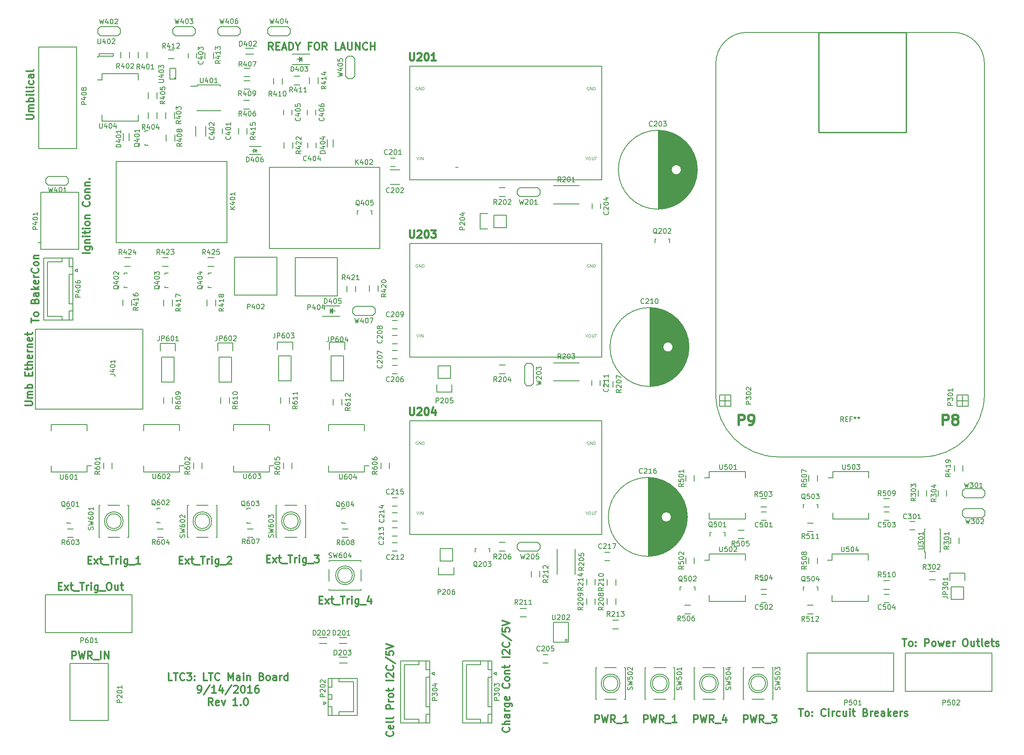
<source format=gto>
G04 #@! TF.FileFunction,Legend,Top*
%FSLAX46Y46*%
G04 Gerber Fmt 4.6, Leading zero omitted, Abs format (unit mm)*
G04 Created by KiCad (PCBNEW 4.0.5+dfsg1-4) date Wed Feb  8 17:15:58 2017*
%MOMM*%
%LPD*%
G01*
G04 APERTURE LIST*
%ADD10C,0.100000*%
%ADD11C,0.300000*%
%ADD12C,0.150000*%
%ADD13C,0.254000*%
%ADD14C,0.381000*%
%ADD15C,0.101600*%
%ADD16C,0.508000*%
G04 APERTURE END LIST*
D10*
D11*
X103771714Y-165246857D02*
X104271714Y-165246857D01*
X104486000Y-166032571D02*
X103771714Y-166032571D01*
X103771714Y-164532571D01*
X104486000Y-164532571D01*
X104986000Y-166032571D02*
X105771714Y-165032571D01*
X104986000Y-165032571D02*
X105771714Y-166032571D01*
X106128857Y-165032571D02*
X106700286Y-165032571D01*
X106343143Y-164532571D02*
X106343143Y-165818286D01*
X106414571Y-165961143D01*
X106557429Y-166032571D01*
X106700286Y-166032571D01*
X106843143Y-166175429D02*
X107986000Y-166175429D01*
X108128857Y-164532571D02*
X108986000Y-164532571D01*
X108557429Y-166032571D02*
X108557429Y-164532571D01*
X109486000Y-166032571D02*
X109486000Y-165032571D01*
X109486000Y-165318286D02*
X109557428Y-165175429D01*
X109628857Y-165104000D01*
X109771714Y-165032571D01*
X109914571Y-165032571D01*
X110414571Y-166032571D02*
X110414571Y-165032571D01*
X110414571Y-164532571D02*
X110343142Y-164604000D01*
X110414571Y-164675429D01*
X110485999Y-164604000D01*
X110414571Y-164532571D01*
X110414571Y-164675429D01*
X111771714Y-165032571D02*
X111771714Y-166246857D01*
X111700285Y-166389714D01*
X111628857Y-166461143D01*
X111486000Y-166532571D01*
X111271714Y-166532571D01*
X111128857Y-166461143D01*
X111771714Y-165961143D02*
X111628857Y-166032571D01*
X111343143Y-166032571D01*
X111200285Y-165961143D01*
X111128857Y-165889714D01*
X111057428Y-165746857D01*
X111057428Y-165318286D01*
X111128857Y-165175429D01*
X111200285Y-165104000D01*
X111343143Y-165032571D01*
X111628857Y-165032571D01*
X111771714Y-165104000D01*
X112128857Y-166175429D02*
X113271714Y-166175429D01*
X113914571Y-164532571D02*
X114200285Y-164532571D01*
X114343143Y-164604000D01*
X114486000Y-164746857D01*
X114557428Y-165032571D01*
X114557428Y-165532571D01*
X114486000Y-165818286D01*
X114343143Y-165961143D01*
X114200285Y-166032571D01*
X113914571Y-166032571D01*
X113771714Y-165961143D01*
X113628857Y-165818286D01*
X113557428Y-165532571D01*
X113557428Y-165032571D01*
X113628857Y-164746857D01*
X113771714Y-164604000D01*
X113914571Y-164532571D01*
X115843143Y-165032571D02*
X115843143Y-166032571D01*
X115200286Y-165032571D02*
X115200286Y-165818286D01*
X115271714Y-165961143D01*
X115414572Y-166032571D01*
X115628857Y-166032571D01*
X115771714Y-165961143D01*
X115843143Y-165889714D01*
X116343143Y-165032571D02*
X116914572Y-165032571D01*
X116557429Y-164532571D02*
X116557429Y-165818286D01*
X116628857Y-165961143D01*
X116771715Y-166032571D01*
X116914572Y-166032571D01*
X97222571Y-70206571D02*
X98436857Y-70206571D01*
X98579714Y-70135143D01*
X98651143Y-70063714D01*
X98722571Y-69920857D01*
X98722571Y-69635143D01*
X98651143Y-69492285D01*
X98579714Y-69420857D01*
X98436857Y-69349428D01*
X97222571Y-69349428D01*
X98722571Y-68635142D02*
X97722571Y-68635142D01*
X97865429Y-68635142D02*
X97794000Y-68563714D01*
X97722571Y-68420856D01*
X97722571Y-68206571D01*
X97794000Y-68063714D01*
X97936857Y-67992285D01*
X98722571Y-67992285D01*
X97936857Y-67992285D02*
X97794000Y-67920856D01*
X97722571Y-67777999D01*
X97722571Y-67563714D01*
X97794000Y-67420856D01*
X97936857Y-67349428D01*
X98722571Y-67349428D01*
X98722571Y-66635142D02*
X97222571Y-66635142D01*
X97794000Y-66635142D02*
X97722571Y-66492285D01*
X97722571Y-66206571D01*
X97794000Y-66063714D01*
X97865429Y-65992285D01*
X98008286Y-65920856D01*
X98436857Y-65920856D01*
X98579714Y-65992285D01*
X98651143Y-66063714D01*
X98722571Y-66206571D01*
X98722571Y-66492285D01*
X98651143Y-66635142D01*
X98722571Y-65277999D02*
X97722571Y-65277999D01*
X97222571Y-65277999D02*
X97294000Y-65349428D01*
X97365429Y-65277999D01*
X97294000Y-65206571D01*
X97222571Y-65277999D01*
X97365429Y-65277999D01*
X98722571Y-64349427D02*
X98651143Y-64492285D01*
X98508286Y-64563713D01*
X97222571Y-64563713D01*
X98722571Y-63777999D02*
X97722571Y-63777999D01*
X97222571Y-63777999D02*
X97294000Y-63849428D01*
X97365429Y-63777999D01*
X97294000Y-63706571D01*
X97222571Y-63777999D01*
X97365429Y-63777999D01*
X98651143Y-62420856D02*
X98722571Y-62563713D01*
X98722571Y-62849427D01*
X98651143Y-62992285D01*
X98579714Y-63063713D01*
X98436857Y-63135142D01*
X98008286Y-63135142D01*
X97865429Y-63063713D01*
X97794000Y-62992285D01*
X97722571Y-62849427D01*
X97722571Y-62563713D01*
X97794000Y-62420856D01*
X98722571Y-61135142D02*
X97936857Y-61135142D01*
X97794000Y-61206571D01*
X97722571Y-61349428D01*
X97722571Y-61635142D01*
X97794000Y-61777999D01*
X98651143Y-61135142D02*
X98722571Y-61277999D01*
X98722571Y-61635142D01*
X98651143Y-61777999D01*
X98508286Y-61849428D01*
X98365429Y-61849428D01*
X98222571Y-61777999D01*
X98151143Y-61635142D01*
X98151143Y-61277999D01*
X98079714Y-61135142D01*
X98722571Y-60206570D02*
X98651143Y-60349428D01*
X98508286Y-60420856D01*
X97222571Y-60420856D01*
X110152571Y-97487429D02*
X108652571Y-97487429D01*
X109152571Y-96130286D02*
X110366857Y-96130286D01*
X110509714Y-96201715D01*
X110581143Y-96273143D01*
X110652571Y-96416000D01*
X110652571Y-96630286D01*
X110581143Y-96773143D01*
X110081143Y-96130286D02*
X110152571Y-96273143D01*
X110152571Y-96558857D01*
X110081143Y-96701715D01*
X110009714Y-96773143D01*
X109866857Y-96844572D01*
X109438286Y-96844572D01*
X109295429Y-96773143D01*
X109224000Y-96701715D01*
X109152571Y-96558857D01*
X109152571Y-96273143D01*
X109224000Y-96130286D01*
X109152571Y-95416000D02*
X110152571Y-95416000D01*
X109295429Y-95416000D02*
X109224000Y-95344572D01*
X109152571Y-95201714D01*
X109152571Y-94987429D01*
X109224000Y-94844572D01*
X109366857Y-94773143D01*
X110152571Y-94773143D01*
X110152571Y-94058857D02*
X109152571Y-94058857D01*
X108652571Y-94058857D02*
X108724000Y-94130286D01*
X108795429Y-94058857D01*
X108724000Y-93987429D01*
X108652571Y-94058857D01*
X108795429Y-94058857D01*
X109152571Y-93558857D02*
X109152571Y-92987428D01*
X108652571Y-93344571D02*
X109938286Y-93344571D01*
X110081143Y-93273143D01*
X110152571Y-93130285D01*
X110152571Y-92987428D01*
X110152571Y-92487428D02*
X109152571Y-92487428D01*
X108652571Y-92487428D02*
X108724000Y-92558857D01*
X108795429Y-92487428D01*
X108724000Y-92416000D01*
X108652571Y-92487428D01*
X108795429Y-92487428D01*
X110152571Y-91558856D02*
X110081143Y-91701714D01*
X110009714Y-91773142D01*
X109866857Y-91844571D01*
X109438286Y-91844571D01*
X109295429Y-91773142D01*
X109224000Y-91701714D01*
X109152571Y-91558856D01*
X109152571Y-91344571D01*
X109224000Y-91201714D01*
X109295429Y-91130285D01*
X109438286Y-91058856D01*
X109866857Y-91058856D01*
X110009714Y-91130285D01*
X110081143Y-91201714D01*
X110152571Y-91344571D01*
X110152571Y-91558856D01*
X109152571Y-90415999D02*
X110152571Y-90415999D01*
X109295429Y-90415999D02*
X109224000Y-90344571D01*
X109152571Y-90201713D01*
X109152571Y-89987428D01*
X109224000Y-89844571D01*
X109366857Y-89773142D01*
X110152571Y-89773142D01*
X110009714Y-87058856D02*
X110081143Y-87130285D01*
X110152571Y-87344571D01*
X110152571Y-87487428D01*
X110081143Y-87701713D01*
X109938286Y-87844571D01*
X109795429Y-87915999D01*
X109509714Y-87987428D01*
X109295429Y-87987428D01*
X109009714Y-87915999D01*
X108866857Y-87844571D01*
X108724000Y-87701713D01*
X108652571Y-87487428D01*
X108652571Y-87344571D01*
X108724000Y-87130285D01*
X108795429Y-87058856D01*
X110152571Y-86201713D02*
X110081143Y-86344571D01*
X110009714Y-86415999D01*
X109866857Y-86487428D01*
X109438286Y-86487428D01*
X109295429Y-86415999D01*
X109224000Y-86344571D01*
X109152571Y-86201713D01*
X109152571Y-85987428D01*
X109224000Y-85844571D01*
X109295429Y-85773142D01*
X109438286Y-85701713D01*
X109866857Y-85701713D01*
X110009714Y-85773142D01*
X110081143Y-85844571D01*
X110152571Y-85987428D01*
X110152571Y-86201713D01*
X109152571Y-85058856D02*
X110152571Y-85058856D01*
X109295429Y-85058856D02*
X109224000Y-84987428D01*
X109152571Y-84844570D01*
X109152571Y-84630285D01*
X109224000Y-84487428D01*
X109366857Y-84415999D01*
X110152571Y-84415999D01*
X109152571Y-83701713D02*
X110152571Y-83701713D01*
X109295429Y-83701713D02*
X109224000Y-83630285D01*
X109152571Y-83487427D01*
X109152571Y-83273142D01*
X109224000Y-83130285D01*
X109366857Y-83058856D01*
X110152571Y-83058856D01*
X110009714Y-82344570D02*
X110081143Y-82273142D01*
X110152571Y-82344570D01*
X110081143Y-82415999D01*
X110009714Y-82344570D01*
X110152571Y-82344570D01*
X98238571Y-111576571D02*
X98238571Y-110719428D01*
X99738571Y-111147999D02*
X98238571Y-111147999D01*
X99738571Y-110005142D02*
X99667143Y-110148000D01*
X99595714Y-110219428D01*
X99452857Y-110290857D01*
X99024286Y-110290857D01*
X98881429Y-110219428D01*
X98810000Y-110148000D01*
X98738571Y-110005142D01*
X98738571Y-109790857D01*
X98810000Y-109648000D01*
X98881429Y-109576571D01*
X99024286Y-109505142D01*
X99452857Y-109505142D01*
X99595714Y-109576571D01*
X99667143Y-109648000D01*
X99738571Y-109790857D01*
X99738571Y-110005142D01*
X98952857Y-107219428D02*
X99024286Y-107005142D01*
X99095714Y-106933714D01*
X99238571Y-106862285D01*
X99452857Y-106862285D01*
X99595714Y-106933714D01*
X99667143Y-107005142D01*
X99738571Y-107148000D01*
X99738571Y-107719428D01*
X98238571Y-107719428D01*
X98238571Y-107219428D01*
X98310000Y-107076571D01*
X98381429Y-107005142D01*
X98524286Y-106933714D01*
X98667143Y-106933714D01*
X98810000Y-107005142D01*
X98881429Y-107076571D01*
X98952857Y-107219428D01*
X98952857Y-107719428D01*
X99738571Y-105576571D02*
X98952857Y-105576571D01*
X98810000Y-105648000D01*
X98738571Y-105790857D01*
X98738571Y-106076571D01*
X98810000Y-106219428D01*
X99667143Y-105576571D02*
X99738571Y-105719428D01*
X99738571Y-106076571D01*
X99667143Y-106219428D01*
X99524286Y-106290857D01*
X99381429Y-106290857D01*
X99238571Y-106219428D01*
X99167143Y-106076571D01*
X99167143Y-105719428D01*
X99095714Y-105576571D01*
X99738571Y-104862285D02*
X98238571Y-104862285D01*
X99167143Y-104719428D02*
X99738571Y-104290857D01*
X98738571Y-104290857D02*
X99310000Y-104862285D01*
X99667143Y-103076571D02*
X99738571Y-103219428D01*
X99738571Y-103505142D01*
X99667143Y-103647999D01*
X99524286Y-103719428D01*
X98952857Y-103719428D01*
X98810000Y-103647999D01*
X98738571Y-103505142D01*
X98738571Y-103219428D01*
X98810000Y-103076571D01*
X98952857Y-103005142D01*
X99095714Y-103005142D01*
X99238571Y-103719428D01*
X99738571Y-102362285D02*
X98738571Y-102362285D01*
X99024286Y-102362285D02*
X98881429Y-102290857D01*
X98810000Y-102219428D01*
X98738571Y-102076571D01*
X98738571Y-101933714D01*
X99595714Y-100576571D02*
X99667143Y-100648000D01*
X99738571Y-100862286D01*
X99738571Y-101005143D01*
X99667143Y-101219428D01*
X99524286Y-101362286D01*
X99381429Y-101433714D01*
X99095714Y-101505143D01*
X98881429Y-101505143D01*
X98595714Y-101433714D01*
X98452857Y-101362286D01*
X98310000Y-101219428D01*
X98238571Y-101005143D01*
X98238571Y-100862286D01*
X98310000Y-100648000D01*
X98381429Y-100576571D01*
X99738571Y-99719428D02*
X99667143Y-99862286D01*
X99595714Y-99933714D01*
X99452857Y-100005143D01*
X99024286Y-100005143D01*
X98881429Y-99933714D01*
X98810000Y-99862286D01*
X98738571Y-99719428D01*
X98738571Y-99505143D01*
X98810000Y-99362286D01*
X98881429Y-99290857D01*
X99024286Y-99219428D01*
X99452857Y-99219428D01*
X99595714Y-99290857D01*
X99667143Y-99362286D01*
X99738571Y-99505143D01*
X99738571Y-99719428D01*
X98738571Y-98576571D02*
X99738571Y-98576571D01*
X98881429Y-98576571D02*
X98810000Y-98505143D01*
X98738571Y-98362285D01*
X98738571Y-98148000D01*
X98810000Y-98005143D01*
X98952857Y-97933714D01*
X99738571Y-97933714D01*
X96968571Y-128479428D02*
X98182857Y-128479428D01*
X98325714Y-128408000D01*
X98397143Y-128336571D01*
X98468571Y-128193714D01*
X98468571Y-127908000D01*
X98397143Y-127765142D01*
X98325714Y-127693714D01*
X98182857Y-127622285D01*
X96968571Y-127622285D01*
X98468571Y-126907999D02*
X97468571Y-126907999D01*
X97611429Y-126907999D02*
X97540000Y-126836571D01*
X97468571Y-126693713D01*
X97468571Y-126479428D01*
X97540000Y-126336571D01*
X97682857Y-126265142D01*
X98468571Y-126265142D01*
X97682857Y-126265142D02*
X97540000Y-126193713D01*
X97468571Y-126050856D01*
X97468571Y-125836571D01*
X97540000Y-125693713D01*
X97682857Y-125622285D01*
X98468571Y-125622285D01*
X98468571Y-124907999D02*
X96968571Y-124907999D01*
X97540000Y-124907999D02*
X97468571Y-124765142D01*
X97468571Y-124479428D01*
X97540000Y-124336571D01*
X97611429Y-124265142D01*
X97754286Y-124193713D01*
X98182857Y-124193713D01*
X98325714Y-124265142D01*
X98397143Y-124336571D01*
X98468571Y-124479428D01*
X98468571Y-124765142D01*
X98397143Y-124907999D01*
X97682857Y-122407999D02*
X97682857Y-121907999D01*
X98468571Y-121693713D02*
X98468571Y-122407999D01*
X96968571Y-122407999D01*
X96968571Y-121693713D01*
X97468571Y-121265142D02*
X97468571Y-120693713D01*
X96968571Y-121050856D02*
X98254286Y-121050856D01*
X98397143Y-120979428D01*
X98468571Y-120836570D01*
X98468571Y-120693713D01*
X98468571Y-120193713D02*
X96968571Y-120193713D01*
X98468571Y-119550856D02*
X97682857Y-119550856D01*
X97540000Y-119622285D01*
X97468571Y-119765142D01*
X97468571Y-119979427D01*
X97540000Y-120122285D01*
X97611429Y-120193713D01*
X98397143Y-118265142D02*
X98468571Y-118407999D01*
X98468571Y-118693713D01*
X98397143Y-118836570D01*
X98254286Y-118907999D01*
X97682857Y-118907999D01*
X97540000Y-118836570D01*
X97468571Y-118693713D01*
X97468571Y-118407999D01*
X97540000Y-118265142D01*
X97682857Y-118193713D01*
X97825714Y-118193713D01*
X97968571Y-118907999D01*
X98468571Y-117550856D02*
X97468571Y-117550856D01*
X97754286Y-117550856D02*
X97611429Y-117479428D01*
X97540000Y-117407999D01*
X97468571Y-117265142D01*
X97468571Y-117122285D01*
X97468571Y-116622285D02*
X98468571Y-116622285D01*
X97611429Y-116622285D02*
X97540000Y-116550857D01*
X97468571Y-116407999D01*
X97468571Y-116193714D01*
X97540000Y-116050857D01*
X97682857Y-115979428D01*
X98468571Y-115979428D01*
X98397143Y-114693714D02*
X98468571Y-114836571D01*
X98468571Y-115122285D01*
X98397143Y-115265142D01*
X98254286Y-115336571D01*
X97682857Y-115336571D01*
X97540000Y-115265142D01*
X97468571Y-115122285D01*
X97468571Y-114836571D01*
X97540000Y-114693714D01*
X97682857Y-114622285D01*
X97825714Y-114622285D01*
X97968571Y-115336571D01*
X97468571Y-114193714D02*
X97468571Y-113622285D01*
X96968571Y-113979428D02*
X98254286Y-113979428D01*
X98397143Y-113908000D01*
X98468571Y-113765142D01*
X98468571Y-113622285D01*
X275349143Y-175962571D02*
X276206286Y-175962571D01*
X275777715Y-177462571D02*
X275777715Y-175962571D01*
X276920572Y-177462571D02*
X276777714Y-177391143D01*
X276706286Y-177319714D01*
X276634857Y-177176857D01*
X276634857Y-176748286D01*
X276706286Y-176605429D01*
X276777714Y-176534000D01*
X276920572Y-176462571D01*
X277134857Y-176462571D01*
X277277714Y-176534000D01*
X277349143Y-176605429D01*
X277420572Y-176748286D01*
X277420572Y-177176857D01*
X277349143Y-177319714D01*
X277277714Y-177391143D01*
X277134857Y-177462571D01*
X276920572Y-177462571D01*
X278063429Y-177319714D02*
X278134857Y-177391143D01*
X278063429Y-177462571D01*
X277992000Y-177391143D01*
X278063429Y-177319714D01*
X278063429Y-177462571D01*
X278063429Y-176534000D02*
X278134857Y-176605429D01*
X278063429Y-176676857D01*
X277992000Y-176605429D01*
X278063429Y-176534000D01*
X278063429Y-176676857D01*
X279920572Y-177462571D02*
X279920572Y-175962571D01*
X280492000Y-175962571D01*
X280634858Y-176034000D01*
X280706286Y-176105429D01*
X280777715Y-176248286D01*
X280777715Y-176462571D01*
X280706286Y-176605429D01*
X280634858Y-176676857D01*
X280492000Y-176748286D01*
X279920572Y-176748286D01*
X281634858Y-177462571D02*
X281492000Y-177391143D01*
X281420572Y-177319714D01*
X281349143Y-177176857D01*
X281349143Y-176748286D01*
X281420572Y-176605429D01*
X281492000Y-176534000D01*
X281634858Y-176462571D01*
X281849143Y-176462571D01*
X281992000Y-176534000D01*
X282063429Y-176605429D01*
X282134858Y-176748286D01*
X282134858Y-177176857D01*
X282063429Y-177319714D01*
X281992000Y-177391143D01*
X281849143Y-177462571D01*
X281634858Y-177462571D01*
X282634858Y-176462571D02*
X282920572Y-177462571D01*
X283206286Y-176748286D01*
X283492001Y-177462571D01*
X283777715Y-176462571D01*
X284920572Y-177391143D02*
X284777715Y-177462571D01*
X284492001Y-177462571D01*
X284349144Y-177391143D01*
X284277715Y-177248286D01*
X284277715Y-176676857D01*
X284349144Y-176534000D01*
X284492001Y-176462571D01*
X284777715Y-176462571D01*
X284920572Y-176534000D01*
X284992001Y-176676857D01*
X284992001Y-176819714D01*
X284277715Y-176962571D01*
X285634858Y-177462571D02*
X285634858Y-176462571D01*
X285634858Y-176748286D02*
X285706286Y-176605429D01*
X285777715Y-176534000D01*
X285920572Y-176462571D01*
X286063429Y-176462571D01*
X287992000Y-175962571D02*
X288277714Y-175962571D01*
X288420572Y-176034000D01*
X288563429Y-176176857D01*
X288634857Y-176462571D01*
X288634857Y-176962571D01*
X288563429Y-177248286D01*
X288420572Y-177391143D01*
X288277714Y-177462571D01*
X287992000Y-177462571D01*
X287849143Y-177391143D01*
X287706286Y-177248286D01*
X287634857Y-176962571D01*
X287634857Y-176462571D01*
X287706286Y-176176857D01*
X287849143Y-176034000D01*
X287992000Y-175962571D01*
X289920572Y-176462571D02*
X289920572Y-177462571D01*
X289277715Y-176462571D02*
X289277715Y-177248286D01*
X289349143Y-177391143D01*
X289492001Y-177462571D01*
X289706286Y-177462571D01*
X289849143Y-177391143D01*
X289920572Y-177319714D01*
X290420572Y-176462571D02*
X290992001Y-176462571D01*
X290634858Y-175962571D02*
X290634858Y-177248286D01*
X290706286Y-177391143D01*
X290849144Y-177462571D01*
X290992001Y-177462571D01*
X291706287Y-177462571D02*
X291563429Y-177391143D01*
X291492001Y-177248286D01*
X291492001Y-175962571D01*
X292849143Y-177391143D02*
X292706286Y-177462571D01*
X292420572Y-177462571D01*
X292277715Y-177391143D01*
X292206286Y-177248286D01*
X292206286Y-176676857D01*
X292277715Y-176534000D01*
X292420572Y-176462571D01*
X292706286Y-176462571D01*
X292849143Y-176534000D01*
X292920572Y-176676857D01*
X292920572Y-176819714D01*
X292206286Y-176962571D01*
X293349143Y-176462571D02*
X293920572Y-176462571D01*
X293563429Y-175962571D02*
X293563429Y-177248286D01*
X293634857Y-177391143D01*
X293777715Y-177462571D01*
X293920572Y-177462571D01*
X294349143Y-177391143D02*
X294492000Y-177462571D01*
X294777715Y-177462571D01*
X294920572Y-177391143D01*
X294992000Y-177248286D01*
X294992000Y-177176857D01*
X294920572Y-177034000D01*
X294777715Y-176962571D01*
X294563429Y-176962571D01*
X294420572Y-176891143D01*
X294349143Y-176748286D01*
X294349143Y-176676857D01*
X294420572Y-176534000D01*
X294563429Y-176462571D01*
X294777715Y-176462571D01*
X294920572Y-176534000D01*
X254287143Y-190186571D02*
X255144286Y-190186571D01*
X254715715Y-191686571D02*
X254715715Y-190186571D01*
X255858572Y-191686571D02*
X255715714Y-191615143D01*
X255644286Y-191543714D01*
X255572857Y-191400857D01*
X255572857Y-190972286D01*
X255644286Y-190829429D01*
X255715714Y-190758000D01*
X255858572Y-190686571D01*
X256072857Y-190686571D01*
X256215714Y-190758000D01*
X256287143Y-190829429D01*
X256358572Y-190972286D01*
X256358572Y-191400857D01*
X256287143Y-191543714D01*
X256215714Y-191615143D01*
X256072857Y-191686571D01*
X255858572Y-191686571D01*
X257001429Y-191543714D02*
X257072857Y-191615143D01*
X257001429Y-191686571D01*
X256930000Y-191615143D01*
X257001429Y-191543714D01*
X257001429Y-191686571D01*
X257001429Y-190758000D02*
X257072857Y-190829429D01*
X257001429Y-190900857D01*
X256930000Y-190829429D01*
X257001429Y-190758000D01*
X257001429Y-190900857D01*
X259715715Y-191543714D02*
X259644286Y-191615143D01*
X259430000Y-191686571D01*
X259287143Y-191686571D01*
X259072858Y-191615143D01*
X258930000Y-191472286D01*
X258858572Y-191329429D01*
X258787143Y-191043714D01*
X258787143Y-190829429D01*
X258858572Y-190543714D01*
X258930000Y-190400857D01*
X259072858Y-190258000D01*
X259287143Y-190186571D01*
X259430000Y-190186571D01*
X259644286Y-190258000D01*
X259715715Y-190329429D01*
X260358572Y-191686571D02*
X260358572Y-190686571D01*
X260358572Y-190186571D02*
X260287143Y-190258000D01*
X260358572Y-190329429D01*
X260430000Y-190258000D01*
X260358572Y-190186571D01*
X260358572Y-190329429D01*
X261072858Y-191686571D02*
X261072858Y-190686571D01*
X261072858Y-190972286D02*
X261144286Y-190829429D01*
X261215715Y-190758000D01*
X261358572Y-190686571D01*
X261501429Y-190686571D01*
X262644286Y-191615143D02*
X262501429Y-191686571D01*
X262215715Y-191686571D01*
X262072857Y-191615143D01*
X262001429Y-191543714D01*
X261930000Y-191400857D01*
X261930000Y-190972286D01*
X262001429Y-190829429D01*
X262072857Y-190758000D01*
X262215715Y-190686571D01*
X262501429Y-190686571D01*
X262644286Y-190758000D01*
X263930000Y-190686571D02*
X263930000Y-191686571D01*
X263287143Y-190686571D02*
X263287143Y-191472286D01*
X263358571Y-191615143D01*
X263501429Y-191686571D01*
X263715714Y-191686571D01*
X263858571Y-191615143D01*
X263930000Y-191543714D01*
X264644286Y-191686571D02*
X264644286Y-190686571D01*
X264644286Y-190186571D02*
X264572857Y-190258000D01*
X264644286Y-190329429D01*
X264715714Y-190258000D01*
X264644286Y-190186571D01*
X264644286Y-190329429D01*
X265144286Y-190686571D02*
X265715715Y-190686571D01*
X265358572Y-190186571D02*
X265358572Y-191472286D01*
X265430000Y-191615143D01*
X265572858Y-191686571D01*
X265715715Y-191686571D01*
X267858572Y-190900857D02*
X268072858Y-190972286D01*
X268144286Y-191043714D01*
X268215715Y-191186571D01*
X268215715Y-191400857D01*
X268144286Y-191543714D01*
X268072858Y-191615143D01*
X267930000Y-191686571D01*
X267358572Y-191686571D01*
X267358572Y-190186571D01*
X267858572Y-190186571D01*
X268001429Y-190258000D01*
X268072858Y-190329429D01*
X268144286Y-190472286D01*
X268144286Y-190615143D01*
X268072858Y-190758000D01*
X268001429Y-190829429D01*
X267858572Y-190900857D01*
X267358572Y-190900857D01*
X268858572Y-191686571D02*
X268858572Y-190686571D01*
X268858572Y-190972286D02*
X268930000Y-190829429D01*
X269001429Y-190758000D01*
X269144286Y-190686571D01*
X269287143Y-190686571D01*
X270358571Y-191615143D02*
X270215714Y-191686571D01*
X269930000Y-191686571D01*
X269787143Y-191615143D01*
X269715714Y-191472286D01*
X269715714Y-190900857D01*
X269787143Y-190758000D01*
X269930000Y-190686571D01*
X270215714Y-190686571D01*
X270358571Y-190758000D01*
X270430000Y-190900857D01*
X270430000Y-191043714D01*
X269715714Y-191186571D01*
X271715714Y-191686571D02*
X271715714Y-190900857D01*
X271644285Y-190758000D01*
X271501428Y-190686571D01*
X271215714Y-190686571D01*
X271072857Y-190758000D01*
X271715714Y-191615143D02*
X271572857Y-191686571D01*
X271215714Y-191686571D01*
X271072857Y-191615143D01*
X271001428Y-191472286D01*
X271001428Y-191329429D01*
X271072857Y-191186571D01*
X271215714Y-191115143D01*
X271572857Y-191115143D01*
X271715714Y-191043714D01*
X272430000Y-191686571D02*
X272430000Y-190186571D01*
X272572857Y-191115143D02*
X273001428Y-191686571D01*
X273001428Y-190686571D02*
X272430000Y-191258000D01*
X274215714Y-191615143D02*
X274072857Y-191686571D01*
X273787143Y-191686571D01*
X273644286Y-191615143D01*
X273572857Y-191472286D01*
X273572857Y-190900857D01*
X273644286Y-190758000D01*
X273787143Y-190686571D01*
X274072857Y-190686571D01*
X274215714Y-190758000D01*
X274287143Y-190900857D01*
X274287143Y-191043714D01*
X273572857Y-191186571D01*
X274930000Y-191686571D02*
X274930000Y-190686571D01*
X274930000Y-190972286D02*
X275001428Y-190829429D01*
X275072857Y-190758000D01*
X275215714Y-190686571D01*
X275358571Y-190686571D01*
X275787142Y-191615143D02*
X275929999Y-191686571D01*
X276215714Y-191686571D01*
X276358571Y-191615143D01*
X276429999Y-191472286D01*
X276429999Y-191400857D01*
X276358571Y-191258000D01*
X276215714Y-191186571D01*
X276001428Y-191186571D01*
X275858571Y-191115143D01*
X275787142Y-190972286D01*
X275787142Y-190900857D01*
X275858571Y-190758000D01*
X276001428Y-190686571D01*
X276215714Y-190686571D01*
X276358571Y-190758000D01*
X195353714Y-193963428D02*
X195425143Y-194034857D01*
X195496571Y-194249143D01*
X195496571Y-194392000D01*
X195425143Y-194606285D01*
X195282286Y-194749143D01*
X195139429Y-194820571D01*
X194853714Y-194892000D01*
X194639429Y-194892000D01*
X194353714Y-194820571D01*
X194210857Y-194749143D01*
X194068000Y-194606285D01*
X193996571Y-194392000D01*
X193996571Y-194249143D01*
X194068000Y-194034857D01*
X194139429Y-193963428D01*
X195496571Y-193320571D02*
X193996571Y-193320571D01*
X195496571Y-192677714D02*
X194710857Y-192677714D01*
X194568000Y-192749143D01*
X194496571Y-192892000D01*
X194496571Y-193106285D01*
X194568000Y-193249143D01*
X194639429Y-193320571D01*
X195496571Y-191320571D02*
X194710857Y-191320571D01*
X194568000Y-191392000D01*
X194496571Y-191534857D01*
X194496571Y-191820571D01*
X194568000Y-191963428D01*
X195425143Y-191320571D02*
X195496571Y-191463428D01*
X195496571Y-191820571D01*
X195425143Y-191963428D01*
X195282286Y-192034857D01*
X195139429Y-192034857D01*
X194996571Y-191963428D01*
X194925143Y-191820571D01*
X194925143Y-191463428D01*
X194853714Y-191320571D01*
X195496571Y-190606285D02*
X194496571Y-190606285D01*
X194782286Y-190606285D02*
X194639429Y-190534857D01*
X194568000Y-190463428D01*
X194496571Y-190320571D01*
X194496571Y-190177714D01*
X194496571Y-189034857D02*
X195710857Y-189034857D01*
X195853714Y-189106286D01*
X195925143Y-189177714D01*
X195996571Y-189320571D01*
X195996571Y-189534857D01*
X195925143Y-189677714D01*
X195425143Y-189034857D02*
X195496571Y-189177714D01*
X195496571Y-189463428D01*
X195425143Y-189606286D01*
X195353714Y-189677714D01*
X195210857Y-189749143D01*
X194782286Y-189749143D01*
X194639429Y-189677714D01*
X194568000Y-189606286D01*
X194496571Y-189463428D01*
X194496571Y-189177714D01*
X194568000Y-189034857D01*
X195425143Y-187749143D02*
X195496571Y-187892000D01*
X195496571Y-188177714D01*
X195425143Y-188320571D01*
X195282286Y-188392000D01*
X194710857Y-188392000D01*
X194568000Y-188320571D01*
X194496571Y-188177714D01*
X194496571Y-187892000D01*
X194568000Y-187749143D01*
X194710857Y-187677714D01*
X194853714Y-187677714D01*
X194996571Y-188392000D01*
X195353714Y-185034857D02*
X195425143Y-185106286D01*
X195496571Y-185320572D01*
X195496571Y-185463429D01*
X195425143Y-185677714D01*
X195282286Y-185820572D01*
X195139429Y-185892000D01*
X194853714Y-185963429D01*
X194639429Y-185963429D01*
X194353714Y-185892000D01*
X194210857Y-185820572D01*
X194068000Y-185677714D01*
X193996571Y-185463429D01*
X193996571Y-185320572D01*
X194068000Y-185106286D01*
X194139429Y-185034857D01*
X195496571Y-184177714D02*
X195425143Y-184320572D01*
X195353714Y-184392000D01*
X195210857Y-184463429D01*
X194782286Y-184463429D01*
X194639429Y-184392000D01*
X194568000Y-184320572D01*
X194496571Y-184177714D01*
X194496571Y-183963429D01*
X194568000Y-183820572D01*
X194639429Y-183749143D01*
X194782286Y-183677714D01*
X195210857Y-183677714D01*
X195353714Y-183749143D01*
X195425143Y-183820572D01*
X195496571Y-183963429D01*
X195496571Y-184177714D01*
X194496571Y-183034857D02*
X195496571Y-183034857D01*
X194639429Y-183034857D02*
X194568000Y-182963429D01*
X194496571Y-182820571D01*
X194496571Y-182606286D01*
X194568000Y-182463429D01*
X194710857Y-182392000D01*
X195496571Y-182392000D01*
X194496571Y-181892000D02*
X194496571Y-181320571D01*
X193996571Y-181677714D02*
X195282286Y-181677714D01*
X195425143Y-181606286D01*
X195496571Y-181463428D01*
X195496571Y-181320571D01*
X195496571Y-179677714D02*
X193996571Y-179677714D01*
X194139429Y-179034857D02*
X194068000Y-178963428D01*
X193996571Y-178820571D01*
X193996571Y-178463428D01*
X194068000Y-178320571D01*
X194139429Y-178249142D01*
X194282286Y-178177714D01*
X194425143Y-178177714D01*
X194639429Y-178249142D01*
X195496571Y-179106285D01*
X195496571Y-178177714D01*
X195353714Y-176677714D02*
X195425143Y-176749143D01*
X195496571Y-176963429D01*
X195496571Y-177106286D01*
X195425143Y-177320571D01*
X195282286Y-177463429D01*
X195139429Y-177534857D01*
X194853714Y-177606286D01*
X194639429Y-177606286D01*
X194353714Y-177534857D01*
X194210857Y-177463429D01*
X194068000Y-177320571D01*
X193996571Y-177106286D01*
X193996571Y-176963429D01*
X194068000Y-176749143D01*
X194139429Y-176677714D01*
X193925143Y-174963429D02*
X195853714Y-176249143D01*
X193996571Y-173749142D02*
X193996571Y-174463428D01*
X194710857Y-174534857D01*
X194639429Y-174463428D01*
X194568000Y-174320571D01*
X194568000Y-173963428D01*
X194639429Y-173820571D01*
X194710857Y-173749142D01*
X194853714Y-173677714D01*
X195210857Y-173677714D01*
X195353714Y-173749142D01*
X195425143Y-173820571D01*
X195496571Y-173963428D01*
X195496571Y-174320571D01*
X195425143Y-174463428D01*
X195353714Y-174534857D01*
X193996571Y-173249143D02*
X195496571Y-172749143D01*
X193996571Y-172249143D01*
X171731714Y-194828856D02*
X171803143Y-194900285D01*
X171874571Y-195114571D01*
X171874571Y-195257428D01*
X171803143Y-195471713D01*
X171660286Y-195614571D01*
X171517429Y-195685999D01*
X171231714Y-195757428D01*
X171017429Y-195757428D01*
X170731714Y-195685999D01*
X170588857Y-195614571D01*
X170446000Y-195471713D01*
X170374571Y-195257428D01*
X170374571Y-195114571D01*
X170446000Y-194900285D01*
X170517429Y-194828856D01*
X171803143Y-193614571D02*
X171874571Y-193757428D01*
X171874571Y-194043142D01*
X171803143Y-194185999D01*
X171660286Y-194257428D01*
X171088857Y-194257428D01*
X170946000Y-194185999D01*
X170874571Y-194043142D01*
X170874571Y-193757428D01*
X170946000Y-193614571D01*
X171088857Y-193543142D01*
X171231714Y-193543142D01*
X171374571Y-194257428D01*
X171874571Y-192685999D02*
X171803143Y-192828857D01*
X171660286Y-192900285D01*
X170374571Y-192900285D01*
X171874571Y-191900285D02*
X171803143Y-192043143D01*
X171660286Y-192114571D01*
X170374571Y-192114571D01*
X171874571Y-190186000D02*
X170374571Y-190186000D01*
X170374571Y-189614572D01*
X170446000Y-189471714D01*
X170517429Y-189400286D01*
X170660286Y-189328857D01*
X170874571Y-189328857D01*
X171017429Y-189400286D01*
X171088857Y-189471714D01*
X171160286Y-189614572D01*
X171160286Y-190186000D01*
X171874571Y-188686000D02*
X170874571Y-188686000D01*
X171160286Y-188686000D02*
X171017429Y-188614572D01*
X170946000Y-188543143D01*
X170874571Y-188400286D01*
X170874571Y-188257429D01*
X171874571Y-187543143D02*
X171803143Y-187686001D01*
X171731714Y-187757429D01*
X171588857Y-187828858D01*
X171160286Y-187828858D01*
X171017429Y-187757429D01*
X170946000Y-187686001D01*
X170874571Y-187543143D01*
X170874571Y-187328858D01*
X170946000Y-187186001D01*
X171017429Y-187114572D01*
X171160286Y-187043143D01*
X171588857Y-187043143D01*
X171731714Y-187114572D01*
X171803143Y-187186001D01*
X171874571Y-187328858D01*
X171874571Y-187543143D01*
X170874571Y-186614572D02*
X170874571Y-186043143D01*
X170374571Y-186400286D02*
X171660286Y-186400286D01*
X171803143Y-186328858D01*
X171874571Y-186186000D01*
X171874571Y-186043143D01*
X171874571Y-184400286D02*
X170374571Y-184400286D01*
X170517429Y-183757429D02*
X170446000Y-183686000D01*
X170374571Y-183543143D01*
X170374571Y-183186000D01*
X170446000Y-183043143D01*
X170517429Y-182971714D01*
X170660286Y-182900286D01*
X170803143Y-182900286D01*
X171017429Y-182971714D01*
X171874571Y-183828857D01*
X171874571Y-182900286D01*
X171731714Y-181400286D02*
X171803143Y-181471715D01*
X171874571Y-181686001D01*
X171874571Y-181828858D01*
X171803143Y-182043143D01*
X171660286Y-182186001D01*
X171517429Y-182257429D01*
X171231714Y-182328858D01*
X171017429Y-182328858D01*
X170731714Y-182257429D01*
X170588857Y-182186001D01*
X170446000Y-182043143D01*
X170374571Y-181828858D01*
X170374571Y-181686001D01*
X170446000Y-181471715D01*
X170517429Y-181400286D01*
X170303143Y-179686001D02*
X172231714Y-180971715D01*
X170374571Y-178471714D02*
X170374571Y-179186000D01*
X171088857Y-179257429D01*
X171017429Y-179186000D01*
X170946000Y-179043143D01*
X170946000Y-178686000D01*
X171017429Y-178543143D01*
X171088857Y-178471714D01*
X171231714Y-178400286D01*
X171588857Y-178400286D01*
X171731714Y-178471714D01*
X171803143Y-178543143D01*
X171874571Y-178686000D01*
X171874571Y-179043143D01*
X171803143Y-179186000D01*
X171731714Y-179257429D01*
X170374571Y-177971715D02*
X171874571Y-177471715D01*
X170374571Y-176971715D01*
X106521714Y-180002571D02*
X106521714Y-178502571D01*
X107093142Y-178502571D01*
X107236000Y-178574000D01*
X107307428Y-178645429D01*
X107378857Y-178788286D01*
X107378857Y-179002571D01*
X107307428Y-179145429D01*
X107236000Y-179216857D01*
X107093142Y-179288286D01*
X106521714Y-179288286D01*
X107878857Y-178502571D02*
X108236000Y-180002571D01*
X108521714Y-178931143D01*
X108807428Y-180002571D01*
X109164571Y-178502571D01*
X110593143Y-180002571D02*
X110093143Y-179288286D01*
X109736000Y-180002571D02*
X109736000Y-178502571D01*
X110307428Y-178502571D01*
X110450286Y-178574000D01*
X110521714Y-178645429D01*
X110593143Y-178788286D01*
X110593143Y-179002571D01*
X110521714Y-179145429D01*
X110450286Y-179216857D01*
X110307428Y-179288286D01*
X109736000Y-179288286D01*
X110878857Y-180145429D02*
X112021714Y-180145429D01*
X112378857Y-180002571D02*
X112378857Y-178502571D01*
X113093143Y-180002571D02*
X113093143Y-178502571D01*
X113950286Y-180002571D01*
X113950286Y-178502571D01*
X243094286Y-192956571D02*
X243094286Y-191456571D01*
X243665714Y-191456571D01*
X243808572Y-191528000D01*
X243880000Y-191599429D01*
X243951429Y-191742286D01*
X243951429Y-191956571D01*
X243880000Y-192099429D01*
X243808572Y-192170857D01*
X243665714Y-192242286D01*
X243094286Y-192242286D01*
X244451429Y-191456571D02*
X244808572Y-192956571D01*
X245094286Y-191885143D01*
X245380000Y-192956571D01*
X245737143Y-191456571D01*
X247165715Y-192956571D02*
X246665715Y-192242286D01*
X246308572Y-192956571D02*
X246308572Y-191456571D01*
X246880000Y-191456571D01*
X247022858Y-191528000D01*
X247094286Y-191599429D01*
X247165715Y-191742286D01*
X247165715Y-191956571D01*
X247094286Y-192099429D01*
X247022858Y-192170857D01*
X246880000Y-192242286D01*
X246308572Y-192242286D01*
X247451429Y-193099429D02*
X248594286Y-193099429D01*
X248808572Y-191456571D02*
X249737143Y-191456571D01*
X249237143Y-192028000D01*
X249451429Y-192028000D01*
X249594286Y-192099429D01*
X249665715Y-192170857D01*
X249737143Y-192313714D01*
X249737143Y-192670857D01*
X249665715Y-192813714D01*
X249594286Y-192885143D01*
X249451429Y-192956571D01*
X249022857Y-192956571D01*
X248880000Y-192885143D01*
X248808572Y-192813714D01*
X232934286Y-192956571D02*
X232934286Y-191456571D01*
X233505714Y-191456571D01*
X233648572Y-191528000D01*
X233720000Y-191599429D01*
X233791429Y-191742286D01*
X233791429Y-191956571D01*
X233720000Y-192099429D01*
X233648572Y-192170857D01*
X233505714Y-192242286D01*
X232934286Y-192242286D01*
X234291429Y-191456571D02*
X234648572Y-192956571D01*
X234934286Y-191885143D01*
X235220000Y-192956571D01*
X235577143Y-191456571D01*
X237005715Y-192956571D02*
X236505715Y-192242286D01*
X236148572Y-192956571D02*
X236148572Y-191456571D01*
X236720000Y-191456571D01*
X236862858Y-191528000D01*
X236934286Y-191599429D01*
X237005715Y-191742286D01*
X237005715Y-191956571D01*
X236934286Y-192099429D01*
X236862858Y-192170857D01*
X236720000Y-192242286D01*
X236148572Y-192242286D01*
X237291429Y-193099429D02*
X238434286Y-193099429D01*
X239434286Y-191956571D02*
X239434286Y-192956571D01*
X239077143Y-191385143D02*
X238720000Y-192456571D01*
X239648572Y-192456571D01*
X222774286Y-192956571D02*
X222774286Y-191456571D01*
X223345714Y-191456571D01*
X223488572Y-191528000D01*
X223560000Y-191599429D01*
X223631429Y-191742286D01*
X223631429Y-191956571D01*
X223560000Y-192099429D01*
X223488572Y-192170857D01*
X223345714Y-192242286D01*
X222774286Y-192242286D01*
X224131429Y-191456571D02*
X224488572Y-192956571D01*
X224774286Y-191885143D01*
X225060000Y-192956571D01*
X225417143Y-191456571D01*
X226845715Y-192956571D02*
X226345715Y-192242286D01*
X225988572Y-192956571D02*
X225988572Y-191456571D01*
X226560000Y-191456571D01*
X226702858Y-191528000D01*
X226774286Y-191599429D01*
X226845715Y-191742286D01*
X226845715Y-191956571D01*
X226774286Y-192099429D01*
X226702858Y-192170857D01*
X226560000Y-192242286D01*
X225988572Y-192242286D01*
X227131429Y-193099429D02*
X228274286Y-193099429D01*
X229417143Y-192956571D02*
X228560000Y-192956571D01*
X228988572Y-192956571D02*
X228988572Y-191456571D01*
X228845715Y-191670857D01*
X228702857Y-191813714D01*
X228560000Y-191885143D01*
X212868286Y-192956571D02*
X212868286Y-191456571D01*
X213439714Y-191456571D01*
X213582572Y-191528000D01*
X213654000Y-191599429D01*
X213725429Y-191742286D01*
X213725429Y-191956571D01*
X213654000Y-192099429D01*
X213582572Y-192170857D01*
X213439714Y-192242286D01*
X212868286Y-192242286D01*
X214225429Y-191456571D02*
X214582572Y-192956571D01*
X214868286Y-191885143D01*
X215154000Y-192956571D01*
X215511143Y-191456571D01*
X216939715Y-192956571D02*
X216439715Y-192242286D01*
X216082572Y-192956571D02*
X216082572Y-191456571D01*
X216654000Y-191456571D01*
X216796858Y-191528000D01*
X216868286Y-191599429D01*
X216939715Y-191742286D01*
X216939715Y-191956571D01*
X216868286Y-192099429D01*
X216796858Y-192170857D01*
X216654000Y-192242286D01*
X216082572Y-192242286D01*
X217225429Y-193099429D02*
X218368286Y-193099429D01*
X219511143Y-192956571D02*
X218654000Y-192956571D01*
X219082572Y-192956571D02*
X219082572Y-191456571D01*
X218939715Y-191670857D01*
X218796857Y-191813714D01*
X218654000Y-191885143D01*
X156766286Y-168040857D02*
X157266286Y-168040857D01*
X157480572Y-168826571D02*
X156766286Y-168826571D01*
X156766286Y-167326571D01*
X157480572Y-167326571D01*
X157980572Y-168826571D02*
X158766286Y-167826571D01*
X157980572Y-167826571D02*
X158766286Y-168826571D01*
X159123429Y-167826571D02*
X159694858Y-167826571D01*
X159337715Y-167326571D02*
X159337715Y-168612286D01*
X159409143Y-168755143D01*
X159552001Y-168826571D01*
X159694858Y-168826571D01*
X159837715Y-168969429D02*
X160980572Y-168969429D01*
X161123429Y-167326571D02*
X161980572Y-167326571D01*
X161552001Y-168826571D02*
X161552001Y-167326571D01*
X162480572Y-168826571D02*
X162480572Y-167826571D01*
X162480572Y-168112286D02*
X162552000Y-167969429D01*
X162623429Y-167898000D01*
X162766286Y-167826571D01*
X162909143Y-167826571D01*
X163409143Y-168826571D02*
X163409143Y-167826571D01*
X163409143Y-167326571D02*
X163337714Y-167398000D01*
X163409143Y-167469429D01*
X163480571Y-167398000D01*
X163409143Y-167326571D01*
X163409143Y-167469429D01*
X164766286Y-167826571D02*
X164766286Y-169040857D01*
X164694857Y-169183714D01*
X164623429Y-169255143D01*
X164480572Y-169326571D01*
X164266286Y-169326571D01*
X164123429Y-169255143D01*
X164766286Y-168755143D02*
X164623429Y-168826571D01*
X164337715Y-168826571D01*
X164194857Y-168755143D01*
X164123429Y-168683714D01*
X164052000Y-168540857D01*
X164052000Y-168112286D01*
X164123429Y-167969429D01*
X164194857Y-167898000D01*
X164337715Y-167826571D01*
X164623429Y-167826571D01*
X164766286Y-167898000D01*
X165123429Y-168969429D02*
X166266286Y-168969429D01*
X167266286Y-167826571D02*
X167266286Y-168826571D01*
X166909143Y-167255143D02*
X166552000Y-168326571D01*
X167480572Y-168326571D01*
X146098286Y-159658857D02*
X146598286Y-159658857D01*
X146812572Y-160444571D02*
X146098286Y-160444571D01*
X146098286Y-158944571D01*
X146812572Y-158944571D01*
X147312572Y-160444571D02*
X148098286Y-159444571D01*
X147312572Y-159444571D02*
X148098286Y-160444571D01*
X148455429Y-159444571D02*
X149026858Y-159444571D01*
X148669715Y-158944571D02*
X148669715Y-160230286D01*
X148741143Y-160373143D01*
X148884001Y-160444571D01*
X149026858Y-160444571D01*
X149169715Y-160587429D02*
X150312572Y-160587429D01*
X150455429Y-158944571D02*
X151312572Y-158944571D01*
X150884001Y-160444571D02*
X150884001Y-158944571D01*
X151812572Y-160444571D02*
X151812572Y-159444571D01*
X151812572Y-159730286D02*
X151884000Y-159587429D01*
X151955429Y-159516000D01*
X152098286Y-159444571D01*
X152241143Y-159444571D01*
X152741143Y-160444571D02*
X152741143Y-159444571D01*
X152741143Y-158944571D02*
X152669714Y-159016000D01*
X152741143Y-159087429D01*
X152812571Y-159016000D01*
X152741143Y-158944571D01*
X152741143Y-159087429D01*
X154098286Y-159444571D02*
X154098286Y-160658857D01*
X154026857Y-160801714D01*
X153955429Y-160873143D01*
X153812572Y-160944571D01*
X153598286Y-160944571D01*
X153455429Y-160873143D01*
X154098286Y-160373143D02*
X153955429Y-160444571D01*
X153669715Y-160444571D01*
X153526857Y-160373143D01*
X153455429Y-160301714D01*
X153384000Y-160158857D01*
X153384000Y-159730286D01*
X153455429Y-159587429D01*
X153526857Y-159516000D01*
X153669715Y-159444571D01*
X153955429Y-159444571D01*
X154098286Y-159516000D01*
X154455429Y-160587429D02*
X155598286Y-160587429D01*
X155812572Y-158944571D02*
X156741143Y-158944571D01*
X156241143Y-159516000D01*
X156455429Y-159516000D01*
X156598286Y-159587429D01*
X156669715Y-159658857D01*
X156741143Y-159801714D01*
X156741143Y-160158857D01*
X156669715Y-160301714D01*
X156598286Y-160373143D01*
X156455429Y-160444571D01*
X156026857Y-160444571D01*
X155884000Y-160373143D01*
X155812572Y-160301714D01*
X128318286Y-159912857D02*
X128818286Y-159912857D01*
X129032572Y-160698571D02*
X128318286Y-160698571D01*
X128318286Y-159198571D01*
X129032572Y-159198571D01*
X129532572Y-160698571D02*
X130318286Y-159698571D01*
X129532572Y-159698571D02*
X130318286Y-160698571D01*
X130675429Y-159698571D02*
X131246858Y-159698571D01*
X130889715Y-159198571D02*
X130889715Y-160484286D01*
X130961143Y-160627143D01*
X131104001Y-160698571D01*
X131246858Y-160698571D01*
X131389715Y-160841429D02*
X132532572Y-160841429D01*
X132675429Y-159198571D02*
X133532572Y-159198571D01*
X133104001Y-160698571D02*
X133104001Y-159198571D01*
X134032572Y-160698571D02*
X134032572Y-159698571D01*
X134032572Y-159984286D02*
X134104000Y-159841429D01*
X134175429Y-159770000D01*
X134318286Y-159698571D01*
X134461143Y-159698571D01*
X134961143Y-160698571D02*
X134961143Y-159698571D01*
X134961143Y-159198571D02*
X134889714Y-159270000D01*
X134961143Y-159341429D01*
X135032571Y-159270000D01*
X134961143Y-159198571D01*
X134961143Y-159341429D01*
X136318286Y-159698571D02*
X136318286Y-160912857D01*
X136246857Y-161055714D01*
X136175429Y-161127143D01*
X136032572Y-161198571D01*
X135818286Y-161198571D01*
X135675429Y-161127143D01*
X136318286Y-160627143D02*
X136175429Y-160698571D01*
X135889715Y-160698571D01*
X135746857Y-160627143D01*
X135675429Y-160555714D01*
X135604000Y-160412857D01*
X135604000Y-159984286D01*
X135675429Y-159841429D01*
X135746857Y-159770000D01*
X135889715Y-159698571D01*
X136175429Y-159698571D01*
X136318286Y-159770000D01*
X136675429Y-160841429D02*
X137818286Y-160841429D01*
X138104000Y-159341429D02*
X138175429Y-159270000D01*
X138318286Y-159198571D01*
X138675429Y-159198571D01*
X138818286Y-159270000D01*
X138889715Y-159341429D01*
X138961143Y-159484286D01*
X138961143Y-159627143D01*
X138889715Y-159841429D01*
X138032572Y-160698571D01*
X138961143Y-160698571D01*
X109776286Y-159912857D02*
X110276286Y-159912857D01*
X110490572Y-160698571D02*
X109776286Y-160698571D01*
X109776286Y-159198571D01*
X110490572Y-159198571D01*
X110990572Y-160698571D02*
X111776286Y-159698571D01*
X110990572Y-159698571D02*
X111776286Y-160698571D01*
X112133429Y-159698571D02*
X112704858Y-159698571D01*
X112347715Y-159198571D02*
X112347715Y-160484286D01*
X112419143Y-160627143D01*
X112562001Y-160698571D01*
X112704858Y-160698571D01*
X112847715Y-160841429D02*
X113990572Y-160841429D01*
X114133429Y-159198571D02*
X114990572Y-159198571D01*
X114562001Y-160698571D02*
X114562001Y-159198571D01*
X115490572Y-160698571D02*
X115490572Y-159698571D01*
X115490572Y-159984286D02*
X115562000Y-159841429D01*
X115633429Y-159770000D01*
X115776286Y-159698571D01*
X115919143Y-159698571D01*
X116419143Y-160698571D02*
X116419143Y-159698571D01*
X116419143Y-159198571D02*
X116347714Y-159270000D01*
X116419143Y-159341429D01*
X116490571Y-159270000D01*
X116419143Y-159198571D01*
X116419143Y-159341429D01*
X117776286Y-159698571D02*
X117776286Y-160912857D01*
X117704857Y-161055714D01*
X117633429Y-161127143D01*
X117490572Y-161198571D01*
X117276286Y-161198571D01*
X117133429Y-161127143D01*
X117776286Y-160627143D02*
X117633429Y-160698571D01*
X117347715Y-160698571D01*
X117204857Y-160627143D01*
X117133429Y-160555714D01*
X117062000Y-160412857D01*
X117062000Y-159984286D01*
X117133429Y-159841429D01*
X117204857Y-159770000D01*
X117347715Y-159698571D01*
X117633429Y-159698571D01*
X117776286Y-159770000D01*
X118133429Y-160841429D02*
X119276286Y-160841429D01*
X120419143Y-160698571D02*
X119562000Y-160698571D01*
X119990572Y-160698571D02*
X119990572Y-159198571D01*
X119847715Y-159412857D01*
X119704857Y-159555714D01*
X119562000Y-159627143D01*
X126857143Y-184378571D02*
X126142857Y-184378571D01*
X126142857Y-182878571D01*
X127142857Y-182878571D02*
X128000000Y-182878571D01*
X127571429Y-184378571D02*
X127571429Y-182878571D01*
X129357143Y-184235714D02*
X129285714Y-184307143D01*
X129071428Y-184378571D01*
X128928571Y-184378571D01*
X128714286Y-184307143D01*
X128571428Y-184164286D01*
X128500000Y-184021429D01*
X128428571Y-183735714D01*
X128428571Y-183521429D01*
X128500000Y-183235714D01*
X128571428Y-183092857D01*
X128714286Y-182950000D01*
X128928571Y-182878571D01*
X129071428Y-182878571D01*
X129285714Y-182950000D01*
X129357143Y-183021429D01*
X129857143Y-182878571D02*
X130785714Y-182878571D01*
X130285714Y-183450000D01*
X130500000Y-183450000D01*
X130642857Y-183521429D01*
X130714286Y-183592857D01*
X130785714Y-183735714D01*
X130785714Y-184092857D01*
X130714286Y-184235714D01*
X130642857Y-184307143D01*
X130500000Y-184378571D01*
X130071428Y-184378571D01*
X129928571Y-184307143D01*
X129857143Y-184235714D01*
X131428571Y-184235714D02*
X131499999Y-184307143D01*
X131428571Y-184378571D01*
X131357142Y-184307143D01*
X131428571Y-184235714D01*
X131428571Y-184378571D01*
X131428571Y-183450000D02*
X131499999Y-183521429D01*
X131428571Y-183592857D01*
X131357142Y-183521429D01*
X131428571Y-183450000D01*
X131428571Y-183592857D01*
X134000000Y-184378571D02*
X133285714Y-184378571D01*
X133285714Y-182878571D01*
X134285714Y-182878571D02*
X135142857Y-182878571D01*
X134714286Y-184378571D02*
X134714286Y-182878571D01*
X136500000Y-184235714D02*
X136428571Y-184307143D01*
X136214285Y-184378571D01*
X136071428Y-184378571D01*
X135857143Y-184307143D01*
X135714285Y-184164286D01*
X135642857Y-184021429D01*
X135571428Y-183735714D01*
X135571428Y-183521429D01*
X135642857Y-183235714D01*
X135714285Y-183092857D01*
X135857143Y-182950000D01*
X136071428Y-182878571D01*
X136214285Y-182878571D01*
X136428571Y-182950000D01*
X136500000Y-183021429D01*
X138285714Y-184378571D02*
X138285714Y-182878571D01*
X138785714Y-183950000D01*
X139285714Y-182878571D01*
X139285714Y-184378571D01*
X140642857Y-184378571D02*
X140642857Y-183592857D01*
X140571428Y-183450000D01*
X140428571Y-183378571D01*
X140142857Y-183378571D01*
X140000000Y-183450000D01*
X140642857Y-184307143D02*
X140500000Y-184378571D01*
X140142857Y-184378571D01*
X140000000Y-184307143D01*
X139928571Y-184164286D01*
X139928571Y-184021429D01*
X140000000Y-183878571D01*
X140142857Y-183807143D01*
X140500000Y-183807143D01*
X140642857Y-183735714D01*
X141357143Y-184378571D02*
X141357143Y-183378571D01*
X141357143Y-182878571D02*
X141285714Y-182950000D01*
X141357143Y-183021429D01*
X141428571Y-182950000D01*
X141357143Y-182878571D01*
X141357143Y-183021429D01*
X142071429Y-183378571D02*
X142071429Y-184378571D01*
X142071429Y-183521429D02*
X142142857Y-183450000D01*
X142285715Y-183378571D01*
X142500000Y-183378571D01*
X142642857Y-183450000D01*
X142714286Y-183592857D01*
X142714286Y-184378571D01*
X145071429Y-183592857D02*
X145285715Y-183664286D01*
X145357143Y-183735714D01*
X145428572Y-183878571D01*
X145428572Y-184092857D01*
X145357143Y-184235714D01*
X145285715Y-184307143D01*
X145142857Y-184378571D01*
X144571429Y-184378571D01*
X144571429Y-182878571D01*
X145071429Y-182878571D01*
X145214286Y-182950000D01*
X145285715Y-183021429D01*
X145357143Y-183164286D01*
X145357143Y-183307143D01*
X145285715Y-183450000D01*
X145214286Y-183521429D01*
X145071429Y-183592857D01*
X144571429Y-183592857D01*
X146285715Y-184378571D02*
X146142857Y-184307143D01*
X146071429Y-184235714D01*
X146000000Y-184092857D01*
X146000000Y-183664286D01*
X146071429Y-183521429D01*
X146142857Y-183450000D01*
X146285715Y-183378571D01*
X146500000Y-183378571D01*
X146642857Y-183450000D01*
X146714286Y-183521429D01*
X146785715Y-183664286D01*
X146785715Y-184092857D01*
X146714286Y-184235714D01*
X146642857Y-184307143D01*
X146500000Y-184378571D01*
X146285715Y-184378571D01*
X148071429Y-184378571D02*
X148071429Y-183592857D01*
X148000000Y-183450000D01*
X147857143Y-183378571D01*
X147571429Y-183378571D01*
X147428572Y-183450000D01*
X148071429Y-184307143D02*
X147928572Y-184378571D01*
X147571429Y-184378571D01*
X147428572Y-184307143D01*
X147357143Y-184164286D01*
X147357143Y-184021429D01*
X147428572Y-183878571D01*
X147571429Y-183807143D01*
X147928572Y-183807143D01*
X148071429Y-183735714D01*
X148785715Y-184378571D02*
X148785715Y-183378571D01*
X148785715Y-183664286D02*
X148857143Y-183521429D01*
X148928572Y-183450000D01*
X149071429Y-183378571D01*
X149214286Y-183378571D01*
X150357143Y-184378571D02*
X150357143Y-182878571D01*
X150357143Y-184307143D02*
X150214286Y-184378571D01*
X149928572Y-184378571D01*
X149785714Y-184307143D01*
X149714286Y-184235714D01*
X149642857Y-184092857D01*
X149642857Y-183664286D01*
X149714286Y-183521429D01*
X149785714Y-183450000D01*
X149928572Y-183378571D01*
X150214286Y-183378571D01*
X150357143Y-183450000D01*
X132107144Y-186928571D02*
X132392859Y-186928571D01*
X132535716Y-186857143D01*
X132607144Y-186785714D01*
X132750002Y-186571429D01*
X132821430Y-186285714D01*
X132821430Y-185714286D01*
X132750002Y-185571429D01*
X132678573Y-185500000D01*
X132535716Y-185428571D01*
X132250002Y-185428571D01*
X132107144Y-185500000D01*
X132035716Y-185571429D01*
X131964287Y-185714286D01*
X131964287Y-186071429D01*
X132035716Y-186214286D01*
X132107144Y-186285714D01*
X132250002Y-186357143D01*
X132535716Y-186357143D01*
X132678573Y-186285714D01*
X132750002Y-186214286D01*
X132821430Y-186071429D01*
X134535715Y-185357143D02*
X133250001Y-187285714D01*
X135821430Y-186928571D02*
X134964287Y-186928571D01*
X135392859Y-186928571D02*
X135392859Y-185428571D01*
X135250002Y-185642857D01*
X135107144Y-185785714D01*
X134964287Y-185857143D01*
X137107144Y-185928571D02*
X137107144Y-186928571D01*
X136750001Y-185357143D02*
X136392858Y-186428571D01*
X137321430Y-186428571D01*
X138964286Y-185357143D02*
X137678572Y-187285714D01*
X139392858Y-185571429D02*
X139464287Y-185500000D01*
X139607144Y-185428571D01*
X139964287Y-185428571D01*
X140107144Y-185500000D01*
X140178573Y-185571429D01*
X140250001Y-185714286D01*
X140250001Y-185857143D01*
X140178573Y-186071429D01*
X139321430Y-186928571D01*
X140250001Y-186928571D01*
X141178572Y-185428571D02*
X141321429Y-185428571D01*
X141464286Y-185500000D01*
X141535715Y-185571429D01*
X141607144Y-185714286D01*
X141678572Y-186000000D01*
X141678572Y-186357143D01*
X141607144Y-186642857D01*
X141535715Y-186785714D01*
X141464286Y-186857143D01*
X141321429Y-186928571D01*
X141178572Y-186928571D01*
X141035715Y-186857143D01*
X140964286Y-186785714D01*
X140892858Y-186642857D01*
X140821429Y-186357143D01*
X140821429Y-186000000D01*
X140892858Y-185714286D01*
X140964286Y-185571429D01*
X141035715Y-185500000D01*
X141178572Y-185428571D01*
X143107143Y-186928571D02*
X142250000Y-186928571D01*
X142678572Y-186928571D02*
X142678572Y-185428571D01*
X142535715Y-185642857D01*
X142392857Y-185785714D01*
X142250000Y-185857143D01*
X144392857Y-185428571D02*
X144107143Y-185428571D01*
X143964286Y-185500000D01*
X143892857Y-185571429D01*
X143750000Y-185785714D01*
X143678571Y-186071429D01*
X143678571Y-186642857D01*
X143750000Y-186785714D01*
X143821428Y-186857143D01*
X143964286Y-186928571D01*
X144250000Y-186928571D01*
X144392857Y-186857143D01*
X144464286Y-186785714D01*
X144535714Y-186642857D01*
X144535714Y-186285714D01*
X144464286Y-186142857D01*
X144392857Y-186071429D01*
X144250000Y-186000000D01*
X143964286Y-186000000D01*
X143821428Y-186071429D01*
X143750000Y-186142857D01*
X143678571Y-186285714D01*
X135142858Y-189478571D02*
X134642858Y-188764286D01*
X134285715Y-189478571D02*
X134285715Y-187978571D01*
X134857143Y-187978571D01*
X135000001Y-188050000D01*
X135071429Y-188121429D01*
X135142858Y-188264286D01*
X135142858Y-188478571D01*
X135071429Y-188621429D01*
X135000001Y-188692857D01*
X134857143Y-188764286D01*
X134285715Y-188764286D01*
X136357143Y-189407143D02*
X136214286Y-189478571D01*
X135928572Y-189478571D01*
X135785715Y-189407143D01*
X135714286Y-189264286D01*
X135714286Y-188692857D01*
X135785715Y-188550000D01*
X135928572Y-188478571D01*
X136214286Y-188478571D01*
X136357143Y-188550000D01*
X136428572Y-188692857D01*
X136428572Y-188835714D01*
X135714286Y-188978571D01*
X136928572Y-188478571D02*
X137285715Y-189478571D01*
X137642857Y-188478571D01*
X140142857Y-189478571D02*
X139285714Y-189478571D01*
X139714286Y-189478571D02*
X139714286Y-187978571D01*
X139571429Y-188192857D01*
X139428571Y-188335714D01*
X139285714Y-188407143D01*
X140785714Y-189335714D02*
X140857142Y-189407143D01*
X140785714Y-189478571D01*
X140714285Y-189407143D01*
X140785714Y-189335714D01*
X140785714Y-189478571D01*
X141785714Y-187978571D02*
X141928571Y-187978571D01*
X142071428Y-188050000D01*
X142142857Y-188121429D01*
X142214286Y-188264286D01*
X142285714Y-188550000D01*
X142285714Y-188907143D01*
X142214286Y-189192857D01*
X142142857Y-189335714D01*
X142071428Y-189407143D01*
X141928571Y-189478571D01*
X141785714Y-189478571D01*
X141642857Y-189407143D01*
X141571428Y-189335714D01*
X141500000Y-189192857D01*
X141428571Y-188907143D01*
X141428571Y-188550000D01*
X141500000Y-188264286D01*
X141571428Y-188121429D01*
X141642857Y-188050000D01*
X141785714Y-187978571D01*
X147360929Y-56126771D02*
X146860929Y-55412486D01*
X146503786Y-56126771D02*
X146503786Y-54626771D01*
X147075214Y-54626771D01*
X147218072Y-54698200D01*
X147289500Y-54769629D01*
X147360929Y-54912486D01*
X147360929Y-55126771D01*
X147289500Y-55269629D01*
X147218072Y-55341057D01*
X147075214Y-55412486D01*
X146503786Y-55412486D01*
X148003786Y-55341057D02*
X148503786Y-55341057D01*
X148718072Y-56126771D02*
X148003786Y-56126771D01*
X148003786Y-54626771D01*
X148718072Y-54626771D01*
X149289500Y-55698200D02*
X150003786Y-55698200D01*
X149146643Y-56126771D02*
X149646643Y-54626771D01*
X150146643Y-56126771D01*
X150646643Y-56126771D02*
X150646643Y-54626771D01*
X151003786Y-54626771D01*
X151218071Y-54698200D01*
X151360929Y-54841057D01*
X151432357Y-54983914D01*
X151503786Y-55269629D01*
X151503786Y-55483914D01*
X151432357Y-55769629D01*
X151360929Y-55912486D01*
X151218071Y-56055343D01*
X151003786Y-56126771D01*
X150646643Y-56126771D01*
X152432357Y-55412486D02*
X152432357Y-56126771D01*
X151932357Y-54626771D02*
X152432357Y-55412486D01*
X152932357Y-54626771D01*
X155075214Y-55341057D02*
X154575214Y-55341057D01*
X154575214Y-56126771D02*
X154575214Y-54626771D01*
X155289500Y-54626771D01*
X156146642Y-54626771D02*
X156432356Y-54626771D01*
X156575214Y-54698200D01*
X156718071Y-54841057D01*
X156789499Y-55126771D01*
X156789499Y-55626771D01*
X156718071Y-55912486D01*
X156575214Y-56055343D01*
X156432356Y-56126771D01*
X156146642Y-56126771D01*
X156003785Y-56055343D01*
X155860928Y-55912486D01*
X155789499Y-55626771D01*
X155789499Y-55126771D01*
X155860928Y-54841057D01*
X156003785Y-54698200D01*
X156146642Y-54626771D01*
X158289500Y-56126771D02*
X157789500Y-55412486D01*
X157432357Y-56126771D02*
X157432357Y-54626771D01*
X158003785Y-54626771D01*
X158146643Y-54698200D01*
X158218071Y-54769629D01*
X158289500Y-54912486D01*
X158289500Y-55126771D01*
X158218071Y-55269629D01*
X158146643Y-55341057D01*
X158003785Y-55412486D01*
X157432357Y-55412486D01*
X160789500Y-56126771D02*
X160075214Y-56126771D01*
X160075214Y-54626771D01*
X161218071Y-55698200D02*
X161932357Y-55698200D01*
X161075214Y-56126771D02*
X161575214Y-54626771D01*
X162075214Y-56126771D01*
X162575214Y-54626771D02*
X162575214Y-55841057D01*
X162646642Y-55983914D01*
X162718071Y-56055343D01*
X162860928Y-56126771D01*
X163146642Y-56126771D01*
X163289500Y-56055343D01*
X163360928Y-55983914D01*
X163432357Y-55841057D01*
X163432357Y-54626771D01*
X164146643Y-56126771D02*
X164146643Y-54626771D01*
X165003786Y-56126771D01*
X165003786Y-54626771D01*
X166575215Y-55983914D02*
X166503786Y-56055343D01*
X166289500Y-56126771D01*
X166146643Y-56126771D01*
X165932358Y-56055343D01*
X165789500Y-55912486D01*
X165718072Y-55769629D01*
X165646643Y-55483914D01*
X165646643Y-55269629D01*
X165718072Y-54983914D01*
X165789500Y-54841057D01*
X165932358Y-54698200D01*
X166146643Y-54626771D01*
X166289500Y-54626771D01*
X166503786Y-54698200D01*
X166575215Y-54769629D01*
X167218072Y-56126771D02*
X167218072Y-54626771D01*
X167218072Y-55341057D02*
X168075215Y-55341057D01*
X168075215Y-56126771D02*
X168075215Y-54626771D01*
D12*
X223987000Y-108572000D02*
X223987000Y-124572000D01*
X224127000Y-108575000D02*
X224127000Y-124569000D01*
X224267000Y-108580000D02*
X224267000Y-124564000D01*
X224407000Y-108587000D02*
X224407000Y-124557000D01*
X224547000Y-108597000D02*
X224547000Y-124547000D01*
X224687000Y-108610000D02*
X224687000Y-124534000D01*
X224827000Y-108624000D02*
X224827000Y-124520000D01*
X224967000Y-108642000D02*
X224967000Y-124502000D01*
X225107000Y-108662000D02*
X225107000Y-124482000D01*
X225247000Y-108684000D02*
X225247000Y-124460000D01*
X225387000Y-108709000D02*
X225387000Y-124435000D01*
X225527000Y-108737000D02*
X225527000Y-124407000D01*
X225667000Y-108767000D02*
X225667000Y-124377000D01*
X225807000Y-108800000D02*
X225807000Y-124344000D01*
X225947000Y-108835000D02*
X225947000Y-124309000D01*
X226087000Y-108873000D02*
X226087000Y-124271000D01*
X226227000Y-108914000D02*
X226227000Y-124230000D01*
X226367000Y-108958000D02*
X226367000Y-124186000D01*
X226507000Y-109005000D02*
X226507000Y-124139000D01*
X226647000Y-109054000D02*
X226647000Y-124090000D01*
X226787000Y-109106000D02*
X226787000Y-116088000D01*
X226787000Y-117056000D02*
X226787000Y-124038000D01*
X226927000Y-109162000D02*
X226927000Y-115894000D01*
X226927000Y-117250000D02*
X226927000Y-123982000D01*
X227067000Y-109220000D02*
X227067000Y-115768000D01*
X227067000Y-117376000D02*
X227067000Y-123924000D01*
X227207000Y-109282000D02*
X227207000Y-115682000D01*
X227207000Y-117462000D02*
X227207000Y-123862000D01*
X227347000Y-109347000D02*
X227347000Y-115623000D01*
X227347000Y-117521000D02*
X227347000Y-123797000D01*
X227487000Y-109415000D02*
X227487000Y-115587000D01*
X227487000Y-117557000D02*
X227487000Y-123729000D01*
X227627000Y-109487000D02*
X227627000Y-115573000D01*
X227627000Y-117571000D02*
X227627000Y-123657000D01*
X227767000Y-109562000D02*
X227767000Y-115578000D01*
X227767000Y-117566000D02*
X227767000Y-123582000D01*
X227907000Y-109641000D02*
X227907000Y-115602000D01*
X227907000Y-117542000D02*
X227907000Y-123503000D01*
X228047000Y-109724000D02*
X228047000Y-115649000D01*
X228047000Y-117495000D02*
X228047000Y-123420000D01*
X228187000Y-109810000D02*
X228187000Y-115721000D01*
X228187000Y-117423000D02*
X228187000Y-123334000D01*
X228327000Y-109901000D02*
X228327000Y-115825000D01*
X228327000Y-117319000D02*
X228327000Y-123243000D01*
X228467000Y-109995000D02*
X228467000Y-115979000D01*
X228467000Y-117165000D02*
X228467000Y-123149000D01*
X228607000Y-110095000D02*
X228607000Y-116245000D01*
X228607000Y-116899000D02*
X228607000Y-123049000D01*
X228747000Y-110198000D02*
X228747000Y-122946000D01*
X228887000Y-110307000D02*
X228887000Y-122837000D01*
X229027000Y-110421000D02*
X229027000Y-122723000D01*
X229167000Y-110540000D02*
X229167000Y-122604000D01*
X229307000Y-110665000D02*
X229307000Y-122479000D01*
X229447000Y-110796000D02*
X229447000Y-122348000D01*
X229587000Y-110933000D02*
X229587000Y-122211000D01*
X229727000Y-111078000D02*
X229727000Y-122066000D01*
X229867000Y-111230000D02*
X229867000Y-121914000D01*
X230007000Y-111390000D02*
X230007000Y-121754000D01*
X230147000Y-111560000D02*
X230147000Y-121584000D01*
X230287000Y-111739000D02*
X230287000Y-121405000D01*
X230427000Y-111929000D02*
X230427000Y-121215000D01*
X230567000Y-112132000D02*
X230567000Y-121012000D01*
X230707000Y-112350000D02*
X230707000Y-120794000D01*
X230847000Y-112584000D02*
X230847000Y-120560000D01*
X230987000Y-112838000D02*
X230987000Y-120306000D01*
X231127000Y-113116000D02*
X231127000Y-120028000D01*
X231267000Y-113425000D02*
X231267000Y-119719000D01*
X231407000Y-113775000D02*
X231407000Y-119369000D01*
X231547000Y-114183000D02*
X231547000Y-118961000D01*
X231687000Y-114688000D02*
X231687000Y-118456000D01*
X231827000Y-115409000D02*
X231827000Y-117735000D01*
X228662000Y-116572000D02*
G75*
G03X228662000Y-116572000I-1000000J0D01*
G01*
X231949500Y-116572000D02*
G75*
G03X231949500Y-116572000I-8037500J0D01*
G01*
X159600000Y-75900000D02*
X159600000Y-74350000D01*
X158400000Y-75900000D02*
X158400000Y-74350000D01*
X137967500Y-95372000D02*
X115467500Y-95372000D01*
X137967500Y-78872000D02*
X115467500Y-78872000D01*
X137967500Y-95372000D02*
X137967500Y-78872000D01*
X115467500Y-87122000D02*
X115467500Y-78872000D01*
X115467500Y-87122000D02*
X115467500Y-95372000D01*
X99567500Y-95372000D02*
X100067500Y-95372000D01*
X112593500Y-60951000D02*
X112593500Y-62221000D01*
X119943500Y-60951000D02*
X119943500Y-62221000D01*
X119943500Y-70621000D02*
X119943500Y-69351000D01*
X112593500Y-70621000D02*
X112593500Y-69351000D01*
X112593500Y-60951000D02*
X119943500Y-60951000D01*
X112593500Y-70621000D02*
X119943500Y-70621000D01*
X112593500Y-62221000D02*
X111658500Y-62221000D01*
X118159500Y-56550000D02*
X118159500Y-57750000D01*
X116409500Y-57750000D02*
X116409500Y-56550000D01*
X202250000Y-180850000D02*
X203250000Y-180850000D01*
X203250000Y-179150000D02*
X202250000Y-179150000D01*
X171250000Y-79830000D02*
X172250000Y-79830000D01*
X172250000Y-78130000D02*
X171250000Y-78130000D01*
X213950000Y-88400000D02*
X213950000Y-87400000D01*
X212250000Y-87400000D02*
X212250000Y-88400000D01*
X171656000Y-115898000D02*
X172656000Y-115898000D01*
X172656000Y-114198000D02*
X171656000Y-114198000D01*
X171656000Y-118946000D02*
X172656000Y-118946000D01*
X172656000Y-117246000D02*
X171656000Y-117246000D01*
X171656000Y-112850000D02*
X172656000Y-112850000D01*
X172656000Y-111150000D02*
X171656000Y-111150000D01*
X213850000Y-124400000D02*
X213850000Y-123400000D01*
X212150000Y-123400000D02*
X212150000Y-124400000D01*
X171656000Y-155014000D02*
X172656000Y-155014000D01*
X172656000Y-153314000D02*
X171656000Y-153314000D01*
X171656000Y-151966000D02*
X172656000Y-151966000D01*
X172656000Y-150266000D02*
X171656000Y-150266000D01*
X171656000Y-148918000D02*
X172656000Y-148918000D01*
X172656000Y-147218000D02*
X171656000Y-147218000D01*
X215800000Y-158350000D02*
X214800000Y-158350000D01*
X214800000Y-160050000D02*
X215800000Y-160050000D01*
X276868000Y-153758000D02*
X277868000Y-153758000D01*
X277868000Y-152058000D02*
X276868000Y-152058000D01*
X130150500Y-56777000D02*
X130150500Y-57777000D01*
X131850500Y-57777000D02*
X131850500Y-56777000D01*
X156100000Y-76000000D02*
X156100000Y-75000000D01*
X154400000Y-75000000D02*
X154400000Y-76000000D01*
X151218000Y-69334000D02*
X151218000Y-68334000D01*
X149518000Y-68334000D02*
X149518000Y-69334000D01*
X236029000Y-141913000D02*
X236029000Y-143183000D01*
X243379000Y-141913000D02*
X243379000Y-143183000D01*
X243379000Y-151583000D02*
X243379000Y-150313000D01*
X236029000Y-151583000D02*
X236029000Y-150313000D01*
X236029000Y-141913000D02*
X243379000Y-141913000D01*
X236029000Y-151583000D02*
X243379000Y-151583000D01*
X236029000Y-143183000D02*
X235094000Y-143183000D01*
X287782000Y-165354000D02*
X287782000Y-167894000D01*
X288062000Y-162534000D02*
X288062000Y-164084000D01*
X287782000Y-165354000D02*
X285242000Y-165354000D01*
X284962000Y-164084000D02*
X284962000Y-162534000D01*
X284962000Y-162534000D02*
X288062000Y-162534000D01*
X285242000Y-165354000D02*
X285242000Y-167894000D01*
X285242000Y-167894000D02*
X287782000Y-167894000D01*
X121333260Y-72741840D02*
X121333260Y-72790100D01*
X122034300Y-75540820D02*
X121333260Y-75540820D01*
X121333260Y-75540820D02*
X121333260Y-75291900D01*
X121333260Y-72741840D02*
X121333260Y-72541180D01*
X121333260Y-72541180D02*
X122034300Y-72541180D01*
X117097980Y-101700840D02*
X117097980Y-101749100D01*
X117799020Y-104499820D02*
X117097980Y-104499820D01*
X117097980Y-104499820D02*
X117097980Y-104250900D01*
X117097980Y-101700840D02*
X117097980Y-101500180D01*
X117097980Y-101500180D02*
X117799020Y-101500180D01*
X239043160Y-154289760D02*
X238994900Y-154289760D01*
X236244180Y-154990800D02*
X236244180Y-154289760D01*
X236244180Y-154289760D02*
X236493100Y-154289760D01*
X239043160Y-154289760D02*
X239243820Y-154289760D01*
X239243820Y-154289760D02*
X239243820Y-154990800D01*
X194600000Y-85951000D02*
X193400000Y-85951000D01*
X193400000Y-84201000D02*
X194600000Y-84201000D01*
X194600000Y-158087000D02*
X193400000Y-158087000D01*
X193400000Y-156337000D02*
X194600000Y-156337000D01*
X286879000Y-155356000D02*
X286879000Y-156556000D01*
X285129000Y-156556000D02*
X285129000Y-155356000D01*
X282032000Y-163943000D02*
X280832000Y-163943000D01*
X280832000Y-162193000D02*
X282032000Y-162193000D01*
X278525000Y-146904000D02*
X278525000Y-145704000D01*
X280275000Y-145704000D02*
X280275000Y-146904000D01*
X282589000Y-146904000D02*
X282589000Y-145704000D01*
X284339000Y-145704000D02*
X284339000Y-146904000D01*
X119965500Y-57750000D02*
X119965500Y-56550000D01*
X121715500Y-56550000D02*
X121715500Y-57750000D01*
X127303500Y-68869000D02*
X127303500Y-70069000D01*
X125553500Y-70069000D02*
X125553500Y-68869000D01*
X123747500Y-68869000D02*
X123747500Y-70069000D01*
X121997500Y-70069000D02*
X121997500Y-68869000D01*
X121997500Y-66005000D02*
X121997500Y-64805000D01*
X123747500Y-64805000D02*
X123747500Y-66005000D01*
X142600000Y-68125000D02*
X141400000Y-68125000D01*
X141400000Y-66375000D02*
X142600000Y-66375000D01*
X141449500Y-59831000D02*
X142649500Y-59831000D01*
X142649500Y-61581000D02*
X141449500Y-61581000D01*
X127430500Y-73441000D02*
X127430500Y-74641000D01*
X125680500Y-74641000D02*
X125680500Y-73441000D01*
X152809500Y-63232000D02*
X151609500Y-63232000D01*
X151609500Y-61482000D02*
X152809500Y-61482000D01*
X126082500Y-56148000D02*
X127282500Y-56148000D01*
X127282500Y-57898000D02*
X126082500Y-57898000D01*
X135304500Y-56677000D02*
X135304500Y-57877000D01*
X133554500Y-57877000D02*
X133554500Y-56677000D01*
X154763500Y-62957000D02*
X154763500Y-61757000D01*
X156513500Y-61757000D02*
X156513500Y-62957000D01*
X140349000Y-73244000D02*
X140349000Y-72044000D01*
X142099000Y-72044000D02*
X142099000Y-73244000D01*
X116875000Y-108100000D02*
X116875000Y-106900000D01*
X118625000Y-106900000D02*
X118625000Y-108100000D01*
X231269000Y-143848000D02*
X231269000Y-142648000D01*
X233019000Y-142648000D02*
X233019000Y-143848000D01*
X272744000Y-149123000D02*
X271544000Y-149123000D01*
X271544000Y-147373000D02*
X272744000Y-147373000D01*
X207172221Y-176207390D02*
G75*
G03X207172221Y-176207390I-200000J0D01*
G01*
X207412221Y-176627390D02*
X204392221Y-176627390D01*
X204392221Y-176627390D02*
X204392221Y-172597390D01*
X204392221Y-172597390D02*
X207412221Y-172597390D01*
X207412221Y-172597390D02*
X207412221Y-176627390D01*
X279807000Y-158281000D02*
X280007000Y-158281000D01*
X279807000Y-153631000D02*
X280007000Y-153631000D01*
X283057000Y-153631000D02*
X282857000Y-153631000D01*
X283057000Y-158281000D02*
X282857000Y-158281000D01*
X279807000Y-158281000D02*
X279807000Y-153631000D01*
X283057000Y-158281000D02*
X283057000Y-153631000D01*
X280007000Y-158281000D02*
X280007000Y-159631000D01*
X156044000Y-69334000D02*
X156044000Y-68334000D01*
X154344000Y-68334000D02*
X154344000Y-69334000D01*
X247644000Y-166898000D02*
X246644000Y-166898000D01*
X246644000Y-168598000D02*
X247644000Y-168598000D01*
X272644000Y-150148000D02*
X271644000Y-150148000D01*
X271644000Y-151848000D02*
X272644000Y-151848000D01*
X272644000Y-166898000D02*
X271644000Y-166898000D01*
X271644000Y-168598000D02*
X272644000Y-168598000D01*
X236029000Y-158663000D02*
X236029000Y-159933000D01*
X243379000Y-158663000D02*
X243379000Y-159933000D01*
X243379000Y-168333000D02*
X243379000Y-167063000D01*
X236029000Y-168333000D02*
X236029000Y-167063000D01*
X236029000Y-158663000D02*
X243379000Y-158663000D01*
X236029000Y-168333000D02*
X243379000Y-168333000D01*
X236029000Y-159933000D02*
X235094000Y-159933000D01*
X261159000Y-141913000D02*
X261159000Y-143183000D01*
X268509000Y-141913000D02*
X268509000Y-143183000D01*
X268509000Y-151583000D02*
X268509000Y-150313000D01*
X261159000Y-151583000D02*
X261159000Y-150313000D01*
X261159000Y-141913000D02*
X268509000Y-141913000D01*
X261159000Y-151583000D02*
X268509000Y-151583000D01*
X261159000Y-143183000D02*
X260224000Y-143183000D01*
X261029000Y-158663000D02*
X261029000Y-159933000D01*
X268379000Y-158663000D02*
X268379000Y-159933000D01*
X268379000Y-168333000D02*
X268379000Y-167063000D01*
X261029000Y-168333000D02*
X261029000Y-167063000D01*
X261029000Y-158663000D02*
X268379000Y-158663000D01*
X261029000Y-168333000D02*
X268379000Y-168333000D01*
X261029000Y-159933000D02*
X260094000Y-159933000D01*
X232943160Y-165345980D02*
X232894900Y-165345980D01*
X230144180Y-166047020D02*
X230144180Y-165345980D01*
X230144180Y-165345980D02*
X230393100Y-165345980D01*
X232943160Y-165345980D02*
X233143820Y-165345980D01*
X233143820Y-165345980D02*
X233143820Y-166047020D01*
X257943160Y-148597760D02*
X257894900Y-148597760D01*
X255144180Y-149298800D02*
X255144180Y-148597760D01*
X255144180Y-148597760D02*
X255393100Y-148597760D01*
X257943160Y-148597760D02*
X258143820Y-148597760D01*
X258143820Y-148597760D02*
X258143820Y-149298800D01*
X257943160Y-165347760D02*
X257894900Y-165347760D01*
X255144180Y-166048800D02*
X255144180Y-165347760D01*
X255144180Y-165347760D02*
X255393100Y-165347760D01*
X257943160Y-165347760D02*
X258143820Y-165347760D01*
X258143820Y-165347760D02*
X258143820Y-166048800D01*
X149625000Y-76150000D02*
X149625000Y-74950000D01*
X151375000Y-74950000D02*
X151375000Y-76150000D01*
X231269000Y-160598000D02*
X231269000Y-159398000D01*
X233019000Y-159398000D02*
X233019000Y-160598000D01*
X243170000Y-155561000D02*
X241970000Y-155561000D01*
X241970000Y-153811000D02*
X243170000Y-153811000D01*
X232244000Y-170873000D02*
X231044000Y-170873000D01*
X231044000Y-169123000D02*
X232244000Y-169123000D01*
X256269000Y-143848000D02*
X256269000Y-142648000D01*
X258019000Y-142648000D02*
X258019000Y-143848000D01*
X256269000Y-160598000D02*
X256269000Y-159398000D01*
X258019000Y-159398000D02*
X258019000Y-160598000D01*
X257244000Y-154123000D02*
X256044000Y-154123000D01*
X256044000Y-152373000D02*
X257244000Y-152373000D01*
X257244000Y-170873000D02*
X256044000Y-170873000D01*
X256044000Y-169123000D02*
X257244000Y-169123000D01*
X131977500Y-63288000D02*
X131977500Y-63513000D01*
X136627500Y-63288000D02*
X136627500Y-63513000D01*
X136627500Y-68538000D02*
X136627500Y-68313000D01*
X131977500Y-68538000D02*
X131977500Y-68313000D01*
X131977500Y-63288000D02*
X136627500Y-63288000D01*
X131977500Y-68538000D02*
X136627500Y-68538000D01*
X131977500Y-63513000D02*
X130627500Y-63513000D01*
X197534000Y-84176000D02*
X201134000Y-84176000D01*
X201134000Y-84176000D02*
X201634000Y-84676000D01*
X201634000Y-84676000D02*
X201634000Y-85476000D01*
X201634000Y-85476000D02*
X201134000Y-85976000D01*
X201134000Y-85976000D02*
X197534000Y-85976000D01*
X197534000Y-85976000D02*
X197034000Y-85476000D01*
X197034000Y-85476000D02*
X197034000Y-84676000D01*
X197034000Y-84676000D02*
X197534000Y-84176000D01*
X198500000Y-123970000D02*
X198500000Y-120370000D01*
X198500000Y-120370000D02*
X199000000Y-119870000D01*
X199000000Y-119870000D02*
X199800000Y-119870000D01*
X199800000Y-119870000D02*
X200300000Y-120370000D01*
X200300000Y-120370000D02*
X200300000Y-123970000D01*
X200300000Y-123970000D02*
X199800000Y-124470000D01*
X199800000Y-124470000D02*
X199000000Y-124470000D01*
X199000000Y-124470000D02*
X198500000Y-123970000D01*
X197534000Y-156312000D02*
X201134000Y-156312000D01*
X201134000Y-156312000D02*
X201634000Y-156812000D01*
X201634000Y-156812000D02*
X201634000Y-157612000D01*
X201634000Y-157612000D02*
X201134000Y-158112000D01*
X201134000Y-158112000D02*
X197534000Y-158112000D01*
X197534000Y-158112000D02*
X197034000Y-157612000D01*
X197034000Y-157612000D02*
X197034000Y-156812000D01*
X197034000Y-156812000D02*
X197534000Y-156312000D01*
X288014000Y-145404000D02*
X291614000Y-145404000D01*
X291614000Y-145404000D02*
X292114000Y-145904000D01*
X292114000Y-145904000D02*
X292114000Y-146704000D01*
X292114000Y-146704000D02*
X291614000Y-147204000D01*
X291614000Y-147204000D02*
X288014000Y-147204000D01*
X288014000Y-147204000D02*
X287514000Y-146704000D01*
X287514000Y-146704000D02*
X287514000Y-145904000D01*
X287514000Y-145904000D02*
X288014000Y-145404000D01*
X288014000Y-149468000D02*
X291614000Y-149468000D01*
X291614000Y-149468000D02*
X292114000Y-149968000D01*
X292114000Y-149968000D02*
X292114000Y-150768000D01*
X292114000Y-150768000D02*
X291614000Y-151268000D01*
X291614000Y-151268000D02*
X288014000Y-151268000D01*
X288014000Y-151268000D02*
X287514000Y-150768000D01*
X287514000Y-150768000D02*
X287514000Y-149968000D01*
X287514000Y-149968000D02*
X288014000Y-149468000D01*
X101680000Y-81850000D02*
X105280000Y-81850000D01*
X105280000Y-81850000D02*
X105780000Y-82350000D01*
X105780000Y-82350000D02*
X105780000Y-83150000D01*
X105780000Y-83150000D02*
X105280000Y-83650000D01*
X105280000Y-83650000D02*
X101680000Y-83650000D01*
X101680000Y-83650000D02*
X101180000Y-83150000D01*
X101180000Y-83150000D02*
X101180000Y-82350000D01*
X101180000Y-82350000D02*
X101680000Y-81850000D01*
X115846000Y-53224000D02*
X112246000Y-53224000D01*
X112246000Y-53224000D02*
X111746000Y-52724000D01*
X111746000Y-52724000D02*
X111746000Y-51924000D01*
X111746000Y-51924000D02*
X112246000Y-51424000D01*
X112246000Y-51424000D02*
X115846000Y-51424000D01*
X115846000Y-51424000D02*
X116346000Y-51924000D01*
X116346000Y-51924000D02*
X116346000Y-52724000D01*
X116346000Y-52724000D02*
X115846000Y-53224000D01*
X127486000Y-51424000D02*
X131086000Y-51424000D01*
X131086000Y-51424000D02*
X131586000Y-51924000D01*
X131586000Y-51924000D02*
X131586000Y-52724000D01*
X131586000Y-52724000D02*
X131086000Y-53224000D01*
X131086000Y-53224000D02*
X127486000Y-53224000D01*
X127486000Y-53224000D02*
X126986000Y-52724000D01*
X126986000Y-52724000D02*
X126986000Y-51924000D01*
X126986000Y-51924000D02*
X127486000Y-51424000D01*
X146790000Y-51424000D02*
X150390000Y-51424000D01*
X150390000Y-51424000D02*
X150890000Y-51924000D01*
X150890000Y-51924000D02*
X150890000Y-52724000D01*
X150890000Y-52724000D02*
X150390000Y-53224000D01*
X150390000Y-53224000D02*
X146790000Y-53224000D01*
X146790000Y-53224000D02*
X146290000Y-52724000D01*
X146290000Y-52724000D02*
X146290000Y-51924000D01*
X146290000Y-51924000D02*
X146790000Y-51424000D01*
X162168000Y-61490000D02*
X162168000Y-57890000D01*
X162168000Y-57890000D02*
X162668000Y-57390000D01*
X162668000Y-57390000D02*
X163468000Y-57390000D01*
X163468000Y-57390000D02*
X163968000Y-57890000D01*
X163968000Y-57890000D02*
X163968000Y-61490000D01*
X163968000Y-61490000D02*
X163468000Y-61990000D01*
X163468000Y-61990000D02*
X162668000Y-61990000D01*
X162668000Y-61990000D02*
X162168000Y-61490000D01*
X136630000Y-51424000D02*
X140230000Y-51424000D01*
X140230000Y-51424000D02*
X140730000Y-51924000D01*
X140730000Y-51924000D02*
X140730000Y-52724000D01*
X140730000Y-52724000D02*
X140230000Y-53224000D01*
X140230000Y-53224000D02*
X136630000Y-53224000D01*
X136630000Y-53224000D02*
X136130000Y-52724000D01*
X136130000Y-52724000D02*
X136130000Y-51924000D01*
X136130000Y-51924000D02*
X136630000Y-51424000D01*
X167662000Y-110120000D02*
X164062000Y-110120000D01*
X164062000Y-110120000D02*
X163562000Y-109620000D01*
X163562000Y-109620000D02*
X163562000Y-108820000D01*
X163562000Y-108820000D02*
X164062000Y-108320000D01*
X164062000Y-108320000D02*
X167662000Y-108320000D01*
X167662000Y-108320000D02*
X168162000Y-108820000D01*
X168162000Y-108820000D02*
X168162000Y-109620000D01*
X168162000Y-109620000D02*
X167662000Y-110120000D01*
X247644000Y-150148000D02*
X246644000Y-150148000D01*
X246644000Y-151848000D02*
X247644000Y-151848000D01*
X164125000Y-104150000D02*
X164125000Y-105350000D01*
X162375000Y-105350000D02*
X162375000Y-104150000D01*
X247744000Y-149123000D02*
X246544000Y-149123000D01*
X246544000Y-147373000D02*
X247744000Y-147373000D01*
X247744000Y-165873000D02*
X246544000Y-165873000D01*
X246544000Y-164123000D02*
X247744000Y-164123000D01*
X272744000Y-165873000D02*
X271544000Y-165873000D01*
X271544000Y-164123000D02*
X272744000Y-164123000D01*
X133676500Y-73644000D02*
X133676500Y-71644000D01*
X131626500Y-71644000D02*
X131626500Y-73644000D01*
X109593000Y-141995000D02*
X109593000Y-140725000D01*
X102243000Y-141995000D02*
X102243000Y-140725000D01*
X102243000Y-132325000D02*
X102243000Y-133595000D01*
X109593000Y-132325000D02*
X109593000Y-133595000D01*
X109593000Y-141995000D02*
X102243000Y-141995000D01*
X109593000Y-132325000D02*
X102243000Y-132325000D01*
X109593000Y-140725000D02*
X110528000Y-140725000D01*
X128389000Y-141995000D02*
X128389000Y-140725000D01*
X121039000Y-141995000D02*
X121039000Y-140725000D01*
X121039000Y-132325000D02*
X121039000Y-133595000D01*
X128389000Y-132325000D02*
X128389000Y-133595000D01*
X128389000Y-141995000D02*
X121039000Y-141995000D01*
X128389000Y-132325000D02*
X121039000Y-132325000D01*
X128389000Y-140725000D02*
X129324000Y-140725000D01*
X146677000Y-141995000D02*
X146677000Y-140725000D01*
X139327000Y-141995000D02*
X139327000Y-140725000D01*
X139327000Y-132325000D02*
X139327000Y-133595000D01*
X146677000Y-132325000D02*
X146677000Y-133595000D01*
X146677000Y-141995000D02*
X139327000Y-141995000D01*
X146677000Y-132325000D02*
X139327000Y-132325000D01*
X146677000Y-140725000D02*
X147612000Y-140725000D01*
X165981000Y-141995000D02*
X165981000Y-140725000D01*
X158631000Y-141995000D02*
X158631000Y-140725000D01*
X158631000Y-132325000D02*
X158631000Y-133595000D01*
X165981000Y-132325000D02*
X165981000Y-133595000D01*
X165981000Y-141995000D02*
X158631000Y-141995000D01*
X165981000Y-132325000D02*
X158631000Y-132325000D01*
X165981000Y-140725000D02*
X166916000Y-140725000D01*
X124714000Y-118618000D02*
X124714000Y-123698000D01*
X124714000Y-123698000D02*
X127254000Y-123698000D01*
X127254000Y-123698000D02*
X127254000Y-118618000D01*
X127534000Y-115798000D02*
X127534000Y-117348000D01*
X127254000Y-118618000D02*
X124714000Y-118618000D01*
X124434000Y-117348000D02*
X124434000Y-115798000D01*
X124434000Y-115798000D02*
X127534000Y-115798000D01*
X136398000Y-118590000D02*
X136398000Y-123670000D01*
X136398000Y-123670000D02*
X138938000Y-123670000D01*
X138938000Y-123670000D02*
X138938000Y-118590000D01*
X139218000Y-115770000D02*
X139218000Y-117320000D01*
X138938000Y-118590000D02*
X136398000Y-118590000D01*
X136118000Y-117320000D02*
X136118000Y-115770000D01*
X136118000Y-115770000D02*
X139218000Y-115770000D01*
X148530000Y-118390000D02*
X148530000Y-123470000D01*
X148530000Y-123470000D02*
X151070000Y-123470000D01*
X151070000Y-123470000D02*
X151070000Y-118390000D01*
X151350000Y-115570000D02*
X151350000Y-117120000D01*
X151070000Y-118390000D02*
X148530000Y-118390000D01*
X148250000Y-117120000D02*
X148250000Y-115570000D01*
X148250000Y-115570000D02*
X151350000Y-115570000D01*
X159130000Y-118390000D02*
X159130000Y-123470000D01*
X159130000Y-123470000D02*
X161670000Y-123470000D01*
X161670000Y-123470000D02*
X161670000Y-118390000D01*
X161950000Y-115570000D02*
X161950000Y-117120000D01*
X161670000Y-118390000D02*
X159130000Y-118390000D01*
X158850000Y-117120000D02*
X158850000Y-115570000D01*
X158850000Y-115570000D02*
X161950000Y-115570000D01*
X99712000Y-76182000D02*
X107462000Y-76182000D01*
X99712000Y-55582000D02*
X107462000Y-55582000D01*
X99712000Y-76182000D02*
X99712000Y-55582000D01*
X107462000Y-76182000D02*
X107462000Y-55582000D01*
X191235160Y-157577760D02*
X191186900Y-157577760D01*
X188436180Y-158278800D02*
X188436180Y-157577760D01*
X188436180Y-157577760D02*
X188685100Y-157577760D01*
X191235160Y-157577760D02*
X191435820Y-157577760D01*
X191435820Y-157577760D02*
X191435820Y-158278800D01*
X105521760Y-149576840D02*
X105521760Y-149625100D01*
X106222800Y-152375820D02*
X105521760Y-152375820D01*
X105521760Y-152375820D02*
X105521760Y-152126900D01*
X105521760Y-149576840D02*
X105521760Y-149376180D01*
X105521760Y-149376180D02*
X106222800Y-149376180D01*
X123779280Y-149551440D02*
X123779280Y-149599700D01*
X124480320Y-152350420D02*
X123779280Y-152350420D01*
X123779280Y-152350420D02*
X123779280Y-152101500D01*
X123779280Y-149551440D02*
X123779280Y-149350780D01*
X123779280Y-149350780D02*
X124480320Y-149350780D01*
X142097760Y-149576840D02*
X142097760Y-149625100D01*
X142798800Y-152375820D02*
X142097760Y-152375820D01*
X142097760Y-152375820D02*
X142097760Y-152126900D01*
X142097760Y-149576840D02*
X142097760Y-149376180D01*
X142097760Y-149376180D02*
X142798800Y-149376180D01*
X161401760Y-149576840D02*
X161401760Y-149625100D01*
X162102800Y-152375820D02*
X161401760Y-152375820D01*
X161401760Y-152375820D02*
X161401760Y-152126900D01*
X161401760Y-149576840D02*
X161401760Y-149376180D01*
X161401760Y-149376180D02*
X162102800Y-149376180D01*
X141449500Y-62371000D02*
X142649500Y-62371000D01*
X142649500Y-64121000D02*
X141449500Y-64121000D01*
X147524500Y-63084000D02*
X147524500Y-61884000D01*
X149274500Y-61884000D02*
X149274500Y-63084000D01*
X125172500Y-108169000D02*
X125172500Y-106969000D01*
X126922500Y-106969000D02*
X126922500Y-108169000D01*
X133935500Y-108169000D02*
X133935500Y-106969000D01*
X135685500Y-106969000D02*
X135685500Y-108169000D01*
X166955500Y-105248000D02*
X166955500Y-104048000D01*
X168705500Y-104048000D02*
X168705500Y-105248000D01*
X114667000Y-140116000D02*
X114667000Y-141316000D01*
X112917000Y-141316000D02*
X112917000Y-140116000D01*
X132955000Y-140116000D02*
X132955000Y-141316000D01*
X131205000Y-141316000D02*
X131205000Y-140116000D01*
X106772000Y-155307000D02*
X105572000Y-155307000D01*
X105572000Y-153557000D02*
X106772000Y-153557000D01*
X125060000Y-155307000D02*
X123860000Y-155307000D01*
X123860000Y-153557000D02*
X125060000Y-153557000D01*
X151243000Y-140116000D02*
X151243000Y-141316000D01*
X149493000Y-141316000D02*
X149493000Y-140116000D01*
X171055000Y-140116000D02*
X171055000Y-141316000D01*
X169305000Y-141316000D02*
X169305000Y-140116000D01*
X143348000Y-155307000D02*
X142148000Y-155307000D01*
X142148000Y-153557000D02*
X143348000Y-153557000D01*
X162652000Y-155307000D02*
X161452000Y-155307000D01*
X161452000Y-153557000D02*
X162652000Y-153557000D01*
X111874500Y-57550000D02*
G75*
G03X111874500Y-57550000I-100000J0D01*
G01*
X112024500Y-56900000D02*
X112024500Y-57400000D01*
X114924500Y-56900000D02*
X112024500Y-56900000D01*
X114924500Y-57400000D02*
X114924500Y-56900000D01*
X112024500Y-57400000D02*
X114924500Y-57400000D01*
X194600000Y-122019000D02*
X193400000Y-122019000D01*
X193400000Y-120269000D02*
X194600000Y-120269000D01*
X171656000Y-158062000D02*
X172656000Y-158062000D01*
X172656000Y-156362000D02*
X171656000Y-156362000D01*
X171656000Y-121994000D02*
X172656000Y-121994000D01*
X172656000Y-120294000D02*
X171656000Y-120294000D01*
X214167600Y-59422000D02*
X214167600Y-82536000D01*
X175178600Y-59422000D02*
X214167600Y-59422000D01*
X175178600Y-82536000D02*
X175178600Y-59422000D01*
X175178600Y-82536000D02*
X214167600Y-82536000D01*
X214167600Y-95490000D02*
X214167600Y-118604000D01*
X175178600Y-95490000D02*
X214167600Y-95490000D01*
X175178600Y-118604000D02*
X175178600Y-95490000D01*
X175178600Y-118604000D02*
X214167600Y-118604000D01*
X214167600Y-131558000D02*
X214167600Y-154672000D01*
X175178600Y-131558000D02*
X214167600Y-131558000D01*
X175178600Y-154672000D02*
X175178600Y-131558000D01*
X175178600Y-154672000D02*
X214167600Y-154672000D01*
X171156000Y-83503000D02*
X173156000Y-83503000D01*
X173156000Y-80553000D02*
X171156000Y-80553000D01*
X225687000Y-72504000D02*
X225687000Y-88504000D01*
X225827000Y-72507000D02*
X225827000Y-88501000D01*
X225967000Y-72512000D02*
X225967000Y-88496000D01*
X226107000Y-72519000D02*
X226107000Y-88489000D01*
X226247000Y-72529000D02*
X226247000Y-88479000D01*
X226387000Y-72542000D02*
X226387000Y-88466000D01*
X226527000Y-72556000D02*
X226527000Y-88452000D01*
X226667000Y-72574000D02*
X226667000Y-88434000D01*
X226807000Y-72594000D02*
X226807000Y-88414000D01*
X226947000Y-72616000D02*
X226947000Y-88392000D01*
X227087000Y-72641000D02*
X227087000Y-88367000D01*
X227227000Y-72669000D02*
X227227000Y-88339000D01*
X227367000Y-72699000D02*
X227367000Y-88309000D01*
X227507000Y-72732000D02*
X227507000Y-88276000D01*
X227647000Y-72767000D02*
X227647000Y-88241000D01*
X227787000Y-72805000D02*
X227787000Y-88203000D01*
X227927000Y-72846000D02*
X227927000Y-88162000D01*
X228067000Y-72890000D02*
X228067000Y-88118000D01*
X228207000Y-72937000D02*
X228207000Y-88071000D01*
X228347000Y-72986000D02*
X228347000Y-88022000D01*
X228487000Y-73038000D02*
X228487000Y-80020000D01*
X228487000Y-80988000D02*
X228487000Y-87970000D01*
X228627000Y-73094000D02*
X228627000Y-79826000D01*
X228627000Y-81182000D02*
X228627000Y-87914000D01*
X228767000Y-73152000D02*
X228767000Y-79700000D01*
X228767000Y-81308000D02*
X228767000Y-87856000D01*
X228907000Y-73214000D02*
X228907000Y-79614000D01*
X228907000Y-81394000D02*
X228907000Y-87794000D01*
X229047000Y-73279000D02*
X229047000Y-79555000D01*
X229047000Y-81453000D02*
X229047000Y-87729000D01*
X229187000Y-73347000D02*
X229187000Y-79519000D01*
X229187000Y-81489000D02*
X229187000Y-87661000D01*
X229327000Y-73419000D02*
X229327000Y-79505000D01*
X229327000Y-81503000D02*
X229327000Y-87589000D01*
X229467000Y-73494000D02*
X229467000Y-79510000D01*
X229467000Y-81498000D02*
X229467000Y-87514000D01*
X229607000Y-73573000D02*
X229607000Y-79534000D01*
X229607000Y-81474000D02*
X229607000Y-87435000D01*
X229747000Y-73656000D02*
X229747000Y-79581000D01*
X229747000Y-81427000D02*
X229747000Y-87352000D01*
X229887000Y-73742000D02*
X229887000Y-79653000D01*
X229887000Y-81355000D02*
X229887000Y-87266000D01*
X230027000Y-73833000D02*
X230027000Y-79757000D01*
X230027000Y-81251000D02*
X230027000Y-87175000D01*
X230167000Y-73927000D02*
X230167000Y-79911000D01*
X230167000Y-81097000D02*
X230167000Y-87081000D01*
X230307000Y-74027000D02*
X230307000Y-80177000D01*
X230307000Y-80831000D02*
X230307000Y-86981000D01*
X230447000Y-74130000D02*
X230447000Y-86878000D01*
X230587000Y-74239000D02*
X230587000Y-86769000D01*
X230727000Y-74353000D02*
X230727000Y-86655000D01*
X230867000Y-74472000D02*
X230867000Y-86536000D01*
X231007000Y-74597000D02*
X231007000Y-86411000D01*
X231147000Y-74728000D02*
X231147000Y-86280000D01*
X231287000Y-74865000D02*
X231287000Y-86143000D01*
X231427000Y-75010000D02*
X231427000Y-85998000D01*
X231567000Y-75162000D02*
X231567000Y-85846000D01*
X231707000Y-75322000D02*
X231707000Y-85686000D01*
X231847000Y-75492000D02*
X231847000Y-85516000D01*
X231987000Y-75671000D02*
X231987000Y-85337000D01*
X232127000Y-75861000D02*
X232127000Y-85147000D01*
X232267000Y-76064000D02*
X232267000Y-84944000D01*
X232407000Y-76282000D02*
X232407000Y-84726000D01*
X232547000Y-76516000D02*
X232547000Y-84492000D01*
X232687000Y-76770000D02*
X232687000Y-84238000D01*
X232827000Y-77048000D02*
X232827000Y-83960000D01*
X232967000Y-77357000D02*
X232967000Y-83651000D01*
X233107000Y-77707000D02*
X233107000Y-83301000D01*
X233247000Y-78115000D02*
X233247000Y-82893000D01*
X233387000Y-78620000D02*
X233387000Y-82388000D01*
X233527000Y-79341000D02*
X233527000Y-81667000D01*
X230362000Y-80504000D02*
G75*
G03X230362000Y-80504000I-1000000J0D01*
G01*
X233649500Y-80504000D02*
G75*
G03X233649500Y-80504000I-8037500J0D01*
G01*
X223655000Y-143130000D02*
X223655000Y-159130000D01*
X223795000Y-143133000D02*
X223795000Y-159127000D01*
X223935000Y-143138000D02*
X223935000Y-159122000D01*
X224075000Y-143145000D02*
X224075000Y-159115000D01*
X224215000Y-143155000D02*
X224215000Y-159105000D01*
X224355000Y-143168000D02*
X224355000Y-159092000D01*
X224495000Y-143182000D02*
X224495000Y-159078000D01*
X224635000Y-143200000D02*
X224635000Y-159060000D01*
X224775000Y-143220000D02*
X224775000Y-159040000D01*
X224915000Y-143242000D02*
X224915000Y-159018000D01*
X225055000Y-143267000D02*
X225055000Y-158993000D01*
X225195000Y-143295000D02*
X225195000Y-158965000D01*
X225335000Y-143325000D02*
X225335000Y-158935000D01*
X225475000Y-143358000D02*
X225475000Y-158902000D01*
X225615000Y-143393000D02*
X225615000Y-158867000D01*
X225755000Y-143431000D02*
X225755000Y-158829000D01*
X225895000Y-143472000D02*
X225895000Y-158788000D01*
X226035000Y-143516000D02*
X226035000Y-158744000D01*
X226175000Y-143563000D02*
X226175000Y-158697000D01*
X226315000Y-143612000D02*
X226315000Y-158648000D01*
X226455000Y-143664000D02*
X226455000Y-150646000D01*
X226455000Y-151614000D02*
X226455000Y-158596000D01*
X226595000Y-143720000D02*
X226595000Y-150452000D01*
X226595000Y-151808000D02*
X226595000Y-158540000D01*
X226735000Y-143778000D02*
X226735000Y-150326000D01*
X226735000Y-151934000D02*
X226735000Y-158482000D01*
X226875000Y-143840000D02*
X226875000Y-150240000D01*
X226875000Y-152020000D02*
X226875000Y-158420000D01*
X227015000Y-143905000D02*
X227015000Y-150181000D01*
X227015000Y-152079000D02*
X227015000Y-158355000D01*
X227155000Y-143973000D02*
X227155000Y-150145000D01*
X227155000Y-152115000D02*
X227155000Y-158287000D01*
X227295000Y-144045000D02*
X227295000Y-150131000D01*
X227295000Y-152129000D02*
X227295000Y-158215000D01*
X227435000Y-144120000D02*
X227435000Y-150136000D01*
X227435000Y-152124000D02*
X227435000Y-158140000D01*
X227575000Y-144199000D02*
X227575000Y-150160000D01*
X227575000Y-152100000D02*
X227575000Y-158061000D01*
X227715000Y-144282000D02*
X227715000Y-150207000D01*
X227715000Y-152053000D02*
X227715000Y-157978000D01*
X227855000Y-144368000D02*
X227855000Y-150279000D01*
X227855000Y-151981000D02*
X227855000Y-157892000D01*
X227995000Y-144459000D02*
X227995000Y-150383000D01*
X227995000Y-151877000D02*
X227995000Y-157801000D01*
X228135000Y-144553000D02*
X228135000Y-150537000D01*
X228135000Y-151723000D02*
X228135000Y-157707000D01*
X228275000Y-144653000D02*
X228275000Y-150803000D01*
X228275000Y-151457000D02*
X228275000Y-157607000D01*
X228415000Y-144756000D02*
X228415000Y-157504000D01*
X228555000Y-144865000D02*
X228555000Y-157395000D01*
X228695000Y-144979000D02*
X228695000Y-157281000D01*
X228835000Y-145098000D02*
X228835000Y-157162000D01*
X228975000Y-145223000D02*
X228975000Y-157037000D01*
X229115000Y-145354000D02*
X229115000Y-156906000D01*
X229255000Y-145491000D02*
X229255000Y-156769000D01*
X229395000Y-145636000D02*
X229395000Y-156624000D01*
X229535000Y-145788000D02*
X229535000Y-156472000D01*
X229675000Y-145948000D02*
X229675000Y-156312000D01*
X229815000Y-146118000D02*
X229815000Y-156142000D01*
X229955000Y-146297000D02*
X229955000Y-155963000D01*
X230095000Y-146487000D02*
X230095000Y-155773000D01*
X230235000Y-146690000D02*
X230235000Y-155570000D01*
X230375000Y-146908000D02*
X230375000Y-155352000D01*
X230515000Y-147142000D02*
X230515000Y-155118000D01*
X230655000Y-147396000D02*
X230655000Y-154864000D01*
X230795000Y-147674000D02*
X230795000Y-154586000D01*
X230935000Y-147983000D02*
X230935000Y-154277000D01*
X231075000Y-148333000D02*
X231075000Y-153927000D01*
X231215000Y-148741000D02*
X231215000Y-153519000D01*
X231355000Y-149246000D02*
X231355000Y-153014000D01*
X231495000Y-149967000D02*
X231495000Y-152293000D01*
X228330000Y-151130000D02*
G75*
G03X228330000Y-151130000I-1000000J0D01*
G01*
X231617500Y-151130000D02*
G75*
G03X231617500Y-151130000I-8037500J0D01*
G01*
X137057500Y-73144000D02*
X137057500Y-72144000D01*
X135357500Y-72144000D02*
X135357500Y-73144000D01*
X160850000Y-176850000D02*
X162400000Y-176850000D01*
X160850000Y-175650000D02*
X162400000Y-175650000D01*
X156800000Y-176850000D02*
X158350000Y-176850000D01*
X156800000Y-175650000D02*
X158350000Y-175650000D01*
X160900000Y-180850000D02*
X162450000Y-180850000D01*
X160900000Y-179650000D02*
X162450000Y-179650000D01*
X118100000Y-74600000D02*
X118100000Y-73050000D01*
X116900000Y-74600000D02*
X116900000Y-73050000D01*
X141840000Y-56988000D02*
X143390000Y-56988000D01*
X141840000Y-55788000D02*
X143390000Y-55788000D01*
X154867500Y-56989000D02*
X151267500Y-56989000D01*
X154867500Y-59089000D02*
X151267500Y-59089000D01*
X152817500Y-58339000D02*
X152817500Y-57739000D01*
X152817500Y-57739000D02*
X153117500Y-58039000D01*
X153117500Y-58039000D02*
X152917500Y-58239000D01*
X152917500Y-58239000D02*
X152917500Y-57989000D01*
X152917500Y-57989000D02*
X152967500Y-58039000D01*
X153217500Y-58539000D02*
X153217500Y-57539000D01*
X152717500Y-58039000D02*
X152217500Y-58039000D01*
X153217500Y-58039000D02*
X152717500Y-58539000D01*
X152717500Y-58539000D02*
X152717500Y-57539000D01*
X152717500Y-57539000D02*
X153217500Y-58039000D01*
X157350000Y-110300000D02*
X160950000Y-110300000D01*
X157350000Y-108200000D02*
X160950000Y-108200000D01*
X159400000Y-108950000D02*
X159400000Y-109550000D01*
X159400000Y-109550000D02*
X159100000Y-109250000D01*
X159100000Y-109250000D02*
X159300000Y-109050000D01*
X159300000Y-109050000D02*
X159300000Y-109300000D01*
X159300000Y-109300000D02*
X159250000Y-109250000D01*
X159000000Y-108750000D02*
X159000000Y-109750000D01*
X159500000Y-109250000D02*
X160000000Y-109250000D01*
X159000000Y-109250000D02*
X159500000Y-108750000D01*
X159500000Y-108750000D02*
X159500000Y-109750000D01*
X159500000Y-109750000D02*
X159000000Y-109250000D01*
X143405000Y-76600000D02*
X143155000Y-76600000D01*
X143905000Y-76600000D02*
X144155000Y-76600000D01*
X143905000Y-76600000D02*
X143405000Y-76950000D01*
X143405000Y-76950000D02*
X143405000Y-76250000D01*
X143405000Y-76250000D02*
X143905000Y-76600000D01*
X143905000Y-76950000D02*
X143905000Y-76250000D01*
X144955000Y-75800000D02*
X142555000Y-75800000D01*
X144955000Y-77400000D02*
X142555000Y-77400000D01*
X120904000Y-129197100D02*
X120904000Y-112941100D01*
X120904000Y-112941100D02*
X99060000Y-112941100D01*
X99060000Y-112941100D02*
X99060000Y-129197100D01*
X99060000Y-129197100D02*
X120904000Y-129197100D01*
X113850000Y-180900000D02*
X106100000Y-180900000D01*
X113850000Y-192500000D02*
X106100000Y-192500000D01*
X113850000Y-180900000D02*
X113850000Y-192500000D01*
X106100000Y-180900000D02*
X106100000Y-192500000D01*
X158550000Y-191550000D02*
X164500000Y-191550000D01*
X164500000Y-191550000D02*
X164500000Y-183950000D01*
X164500000Y-183950000D02*
X158550000Y-183950000D01*
X158550000Y-183950000D02*
X158550000Y-191550000D01*
X158550000Y-188250000D02*
X159300000Y-188250000D01*
X159300000Y-188250000D02*
X159300000Y-187250000D01*
X159300000Y-187250000D02*
X158550000Y-187250000D01*
X158550000Y-187250000D02*
X158550000Y-188250000D01*
X158550000Y-191550000D02*
X159300000Y-191550000D01*
X159300000Y-191550000D02*
X159300000Y-189750000D01*
X159300000Y-189750000D02*
X158550000Y-189750000D01*
X158550000Y-189750000D02*
X158550000Y-191550000D01*
X158550000Y-185750000D02*
X159300000Y-185750000D01*
X159300000Y-185750000D02*
X159300000Y-183950000D01*
X159300000Y-183950000D02*
X158550000Y-183950000D01*
X158550000Y-183950000D02*
X158550000Y-185750000D01*
X160800000Y-191550000D02*
X160800000Y-190800000D01*
X160800000Y-190800000D02*
X163750000Y-190800000D01*
X163750000Y-190800000D02*
X163750000Y-187750000D01*
X160800000Y-183950000D02*
X160800000Y-184700000D01*
X160800000Y-184700000D02*
X163750000Y-184700000D01*
X163750000Y-184700000D02*
X163750000Y-187750000D01*
X158250000Y-189000000D02*
X157650000Y-189300000D01*
X157650000Y-189300000D02*
X157650000Y-188700000D01*
X157650000Y-188700000D02*
X158250000Y-189000000D01*
X192270000Y-89730000D02*
X194810000Y-89730000D01*
X189450000Y-89450000D02*
X191000000Y-89450000D01*
X192270000Y-89730000D02*
X192270000Y-92270000D01*
X191000000Y-92550000D02*
X189450000Y-92550000D01*
X189450000Y-92550000D02*
X189450000Y-89450000D01*
X192270000Y-92270000D02*
X194810000Y-92270000D01*
X194810000Y-92270000D02*
X194810000Y-89730000D01*
X180930000Y-122930000D02*
X180930000Y-120390000D01*
X180650000Y-125750000D02*
X180650000Y-124200000D01*
X180930000Y-122930000D02*
X183470000Y-122930000D01*
X183750000Y-124200000D02*
X183750000Y-125750000D01*
X183750000Y-125750000D02*
X180650000Y-125750000D01*
X183470000Y-122930000D02*
X183470000Y-120390000D01*
X183470000Y-120390000D02*
X180930000Y-120390000D01*
X181330000Y-160070000D02*
X181330000Y-157530000D01*
X181050000Y-162890000D02*
X181050000Y-161340000D01*
X181330000Y-160070000D02*
X183870000Y-160070000D01*
X184150000Y-161340000D02*
X184150000Y-162890000D01*
X184150000Y-162890000D02*
X181050000Y-162890000D01*
X183870000Y-160070000D02*
X183870000Y-157530000D01*
X183870000Y-157530000D02*
X181330000Y-157530000D01*
X191850000Y-180450000D02*
X185900000Y-180450000D01*
X185900000Y-180450000D02*
X185900000Y-193050000D01*
X185900000Y-193050000D02*
X191850000Y-193050000D01*
X191850000Y-193050000D02*
X191850000Y-180450000D01*
X191850000Y-183750000D02*
X191100000Y-183750000D01*
X191100000Y-183750000D02*
X191100000Y-189750000D01*
X191100000Y-189750000D02*
X191850000Y-189750000D01*
X191850000Y-189750000D02*
X191850000Y-183750000D01*
X191850000Y-180450000D02*
X191100000Y-180450000D01*
X191100000Y-180450000D02*
X191100000Y-182250000D01*
X191100000Y-182250000D02*
X191850000Y-182250000D01*
X191850000Y-182250000D02*
X191850000Y-180450000D01*
X191850000Y-191250000D02*
X191100000Y-191250000D01*
X191100000Y-191250000D02*
X191100000Y-193050000D01*
X191100000Y-193050000D02*
X191850000Y-193050000D01*
X191850000Y-193050000D02*
X191850000Y-191250000D01*
X189600000Y-180450000D02*
X189600000Y-181200000D01*
X189600000Y-181200000D02*
X186650000Y-181200000D01*
X186650000Y-181200000D02*
X186650000Y-186750000D01*
X189600000Y-193050000D02*
X189600000Y-192300000D01*
X189600000Y-192300000D02*
X186650000Y-192300000D01*
X186650000Y-192300000D02*
X186650000Y-186750000D01*
X192150000Y-183000000D02*
X192750000Y-182700000D01*
X192750000Y-182700000D02*
X192750000Y-183300000D01*
X192750000Y-183300000D02*
X192150000Y-183000000D01*
X179250000Y-180450000D02*
X173300000Y-180450000D01*
X173300000Y-180450000D02*
X173300000Y-193050000D01*
X173300000Y-193050000D02*
X179250000Y-193050000D01*
X179250000Y-193050000D02*
X179250000Y-180450000D01*
X179250000Y-183750000D02*
X178500000Y-183750000D01*
X178500000Y-183750000D02*
X178500000Y-189750000D01*
X178500000Y-189750000D02*
X179250000Y-189750000D01*
X179250000Y-189750000D02*
X179250000Y-183750000D01*
X179250000Y-180450000D02*
X178500000Y-180450000D01*
X178500000Y-180450000D02*
X178500000Y-182250000D01*
X178500000Y-182250000D02*
X179250000Y-182250000D01*
X179250000Y-182250000D02*
X179250000Y-180450000D01*
X179250000Y-191250000D02*
X178500000Y-191250000D01*
X178500000Y-191250000D02*
X178500000Y-193050000D01*
X178500000Y-193050000D02*
X179250000Y-193050000D01*
X179250000Y-193050000D02*
X179250000Y-191250000D01*
X177000000Y-180450000D02*
X177000000Y-181200000D01*
X177000000Y-181200000D02*
X174050000Y-181200000D01*
X174050000Y-181200000D02*
X174050000Y-186750000D01*
X177000000Y-193050000D02*
X177000000Y-192300000D01*
X177000000Y-192300000D02*
X174050000Y-192300000D01*
X174050000Y-192300000D02*
X174050000Y-186750000D01*
X179550000Y-183000000D02*
X180150000Y-182700000D01*
X180150000Y-182700000D02*
X180150000Y-183300000D01*
X180150000Y-183300000D02*
X179550000Y-183000000D01*
X107869500Y-85108000D02*
X100119500Y-85108000D01*
X107869500Y-96708000D02*
X100119500Y-96708000D01*
X107869500Y-85108000D02*
X107869500Y-96708000D01*
X100119500Y-85108000D02*
X100119500Y-96708000D01*
X148127500Y-106028000D02*
X148127500Y-98278000D01*
X139527500Y-106028000D02*
X139527500Y-98278000D01*
X148127500Y-106028000D02*
X139527500Y-106028000D01*
X148127500Y-98278000D02*
X139527500Y-98278000D01*
X160446500Y-106155000D02*
X160446500Y-98405000D01*
X151846500Y-106155000D02*
X151846500Y-98405000D01*
X160446500Y-106155000D02*
X151846500Y-106155000D01*
X160446500Y-98405000D02*
X151846500Y-98405000D01*
X106700000Y-98450000D02*
X100750000Y-98450000D01*
X100750000Y-98450000D02*
X100750000Y-111050000D01*
X100750000Y-111050000D02*
X106700000Y-111050000D01*
X106700000Y-111050000D02*
X106700000Y-98450000D01*
X106700000Y-101750000D02*
X105950000Y-101750000D01*
X105950000Y-101750000D02*
X105950000Y-107750000D01*
X105950000Y-107750000D02*
X106700000Y-107750000D01*
X106700000Y-107750000D02*
X106700000Y-101750000D01*
X106700000Y-98450000D02*
X105950000Y-98450000D01*
X105950000Y-98450000D02*
X105950000Y-100250000D01*
X105950000Y-100250000D02*
X106700000Y-100250000D01*
X106700000Y-100250000D02*
X106700000Y-98450000D01*
X106700000Y-109250000D02*
X105950000Y-109250000D01*
X105950000Y-109250000D02*
X105950000Y-111050000D01*
X105950000Y-111050000D02*
X106700000Y-111050000D01*
X106700000Y-111050000D02*
X106700000Y-109250000D01*
X104450000Y-98450000D02*
X104450000Y-99200000D01*
X104450000Y-99200000D02*
X101500000Y-99200000D01*
X101500000Y-99200000D02*
X101500000Y-104750000D01*
X104450000Y-111050000D02*
X104450000Y-110300000D01*
X104450000Y-110300000D02*
X101500000Y-110300000D01*
X101500000Y-110300000D02*
X101500000Y-104750000D01*
X107000000Y-101000000D02*
X107600000Y-100700000D01*
X107600000Y-100700000D02*
X107600000Y-101300000D01*
X107600000Y-101300000D02*
X107000000Y-101000000D01*
X273544000Y-186578000D02*
X273544000Y-178828000D01*
X255944000Y-186578000D02*
X255944000Y-178828000D01*
X273544000Y-186578000D02*
X255944000Y-186578000D01*
X273544000Y-178828000D02*
X255944000Y-178828000D01*
X293544000Y-186578000D02*
X293544000Y-178828000D01*
X275944000Y-186578000D02*
X275944000Y-178828000D01*
X293544000Y-186578000D02*
X275944000Y-186578000D01*
X293544000Y-178828000D02*
X275944000Y-178828000D01*
X101100000Y-166950000D02*
X101100000Y-174700000D01*
X118700000Y-166950000D02*
X118700000Y-174700000D01*
X101100000Y-166950000D02*
X118700000Y-166950000D01*
X101100000Y-174700000D02*
X118700000Y-174700000D01*
X227799160Y-94599760D02*
X227750900Y-94599760D01*
X225000180Y-95300800D02*
X225000180Y-94599760D01*
X225000180Y-94599760D02*
X225249100Y-94599760D01*
X227799160Y-94599760D02*
X227999820Y-94599760D01*
X227999820Y-94599760D02*
X227999820Y-95300800D01*
X125397260Y-101697840D02*
X125397260Y-101746100D01*
X126098300Y-104496820D02*
X125397260Y-104496820D01*
X125397260Y-104496820D02*
X125397260Y-104247900D01*
X125397260Y-101697840D02*
X125397260Y-101497180D01*
X125397260Y-101497180D02*
X126098300Y-101497180D01*
X134160260Y-101697840D02*
X134160260Y-101746100D01*
X134861300Y-104496820D02*
X134160260Y-104496820D01*
X134160260Y-104496820D02*
X134160260Y-104247900D01*
X134160260Y-101697840D02*
X134160260Y-101497180D01*
X134160260Y-101497180D02*
X134861300Y-101497180D01*
X167299160Y-88849760D02*
X167250900Y-88849760D01*
X164500180Y-89550800D02*
X164500180Y-88849760D01*
X164500180Y-88849760D02*
X164749100Y-88849760D01*
X167299160Y-88849760D02*
X167499820Y-88849760D01*
X167499820Y-88849760D02*
X167499820Y-89550800D01*
X209600000Y-87425000D02*
X204400000Y-87425000D01*
X204400000Y-83775000D02*
X209600000Y-83775000D01*
X209600000Y-123425000D02*
X204400000Y-123425000D01*
X204400000Y-119775000D02*
X209600000Y-119775000D01*
X205175000Y-162850000D02*
X205175000Y-157650000D01*
X208825000Y-157650000D02*
X208825000Y-162850000D01*
X214725000Y-124700000D02*
X214725000Y-123500000D01*
X216475000Y-123500000D02*
X216475000Y-124700000D01*
X217075000Y-167750000D02*
X217075000Y-168950000D01*
X215325000Y-168950000D02*
X215325000Y-167750000D01*
X212875000Y-167750000D02*
X212875000Y-168950000D01*
X211125000Y-168950000D02*
X211125000Y-167750000D01*
X217075000Y-163800000D02*
X217075000Y-165000000D01*
X215325000Y-165000000D02*
X215325000Y-163800000D01*
X198850000Y-171475000D02*
X197650000Y-171475000D01*
X197650000Y-169725000D02*
X198850000Y-169725000D01*
X199875000Y-163350000D02*
X199875000Y-162150000D01*
X201625000Y-162150000D02*
X201625000Y-163350000D01*
X217600000Y-173875000D02*
X216400000Y-173875000D01*
X216400000Y-172125000D02*
X217600000Y-172125000D01*
X212875000Y-163750000D02*
X212875000Y-164950000D01*
X211125000Y-164950000D02*
X211125000Y-163750000D01*
X287625000Y-140650000D02*
X287625000Y-141850000D01*
X285875000Y-141850000D02*
X285875000Y-140650000D01*
X124900000Y-98375000D02*
X126100000Y-98375000D01*
X126100000Y-100125000D02*
X124900000Y-100125000D01*
X117150000Y-98375000D02*
X118350000Y-98375000D01*
X118350000Y-100125000D02*
X117150000Y-100125000D01*
X134150000Y-98375000D02*
X135350000Y-98375000D01*
X135350000Y-100125000D02*
X134150000Y-100125000D01*
X125125000Y-128000000D02*
X125125000Y-126800000D01*
X126875000Y-126800000D02*
X126875000Y-128000000D01*
X136725000Y-128000000D02*
X136725000Y-126800000D01*
X138475000Y-126800000D02*
X138475000Y-128000000D01*
X148925000Y-128050000D02*
X148925000Y-126850000D01*
X150675000Y-126850000D02*
X150675000Y-128050000D01*
X159625000Y-128350000D02*
X159625000Y-127150000D01*
X161375000Y-127150000D02*
X161375000Y-128350000D01*
X229000000Y-188250000D02*
X228800000Y-188250000D01*
X223000000Y-188250000D02*
X223200000Y-188250000D01*
X223000000Y-181750000D02*
X223200000Y-181750000D01*
X229000000Y-181750000D02*
X228800000Y-181750000D01*
X227200000Y-181750000D02*
X224800000Y-181750000D01*
X227200000Y-188250000D02*
X224800000Y-188250000D01*
X229000000Y-188250000D02*
X229000000Y-181750000D01*
X223000000Y-181750000D02*
X223000000Y-188250000D01*
X227900000Y-185000000D02*
G75*
G03X227900000Y-185000000I-1900000J0D01*
G01*
X227500000Y-185000000D02*
G75*
G03X227500000Y-185000000I-1500000J0D01*
G01*
X219000000Y-188250000D02*
X218800000Y-188250000D01*
X213000000Y-188250000D02*
X213200000Y-188250000D01*
X213000000Y-181750000D02*
X213200000Y-181750000D01*
X219000000Y-181750000D02*
X218800000Y-181750000D01*
X217200000Y-181750000D02*
X214800000Y-181750000D01*
X217200000Y-188250000D02*
X214800000Y-188250000D01*
X219000000Y-188250000D02*
X219000000Y-181750000D01*
X213000000Y-181750000D02*
X213000000Y-188250000D01*
X217900000Y-185000000D02*
G75*
G03X217900000Y-185000000I-1900000J0D01*
G01*
X217500000Y-185000000D02*
G75*
G03X217500000Y-185000000I-1500000J0D01*
G01*
X249000000Y-188250000D02*
X248800000Y-188250000D01*
X243000000Y-188250000D02*
X243200000Y-188250000D01*
X243000000Y-181750000D02*
X243200000Y-181750000D01*
X249000000Y-181750000D02*
X248800000Y-181750000D01*
X247200000Y-181750000D02*
X244800000Y-181750000D01*
X247200000Y-188250000D02*
X244800000Y-188250000D01*
X249000000Y-188250000D02*
X249000000Y-181750000D01*
X243000000Y-181750000D02*
X243000000Y-188250000D01*
X247900000Y-185000000D02*
G75*
G03X247900000Y-185000000I-1900000J0D01*
G01*
X247500000Y-185000000D02*
G75*
G03X247500000Y-185000000I-1500000J0D01*
G01*
X239000000Y-188250000D02*
X238800000Y-188250000D01*
X233000000Y-188250000D02*
X233200000Y-188250000D01*
X233000000Y-181750000D02*
X233200000Y-181750000D01*
X239000000Y-181750000D02*
X238800000Y-181750000D01*
X237200000Y-181750000D02*
X234800000Y-181750000D01*
X237200000Y-188250000D02*
X234800000Y-188250000D01*
X239000000Y-188250000D02*
X239000000Y-181750000D01*
X233000000Y-181750000D02*
X233000000Y-188250000D01*
X237900000Y-185000000D02*
G75*
G03X237900000Y-185000000I-1900000J0D01*
G01*
X237500000Y-185000000D02*
G75*
G03X237500000Y-185000000I-1500000J0D01*
G01*
X112000000Y-148750000D02*
X112200000Y-148750000D01*
X118000000Y-148750000D02*
X117800000Y-148750000D01*
X118000000Y-155250000D02*
X117800000Y-155250000D01*
X112000000Y-155250000D02*
X112200000Y-155250000D01*
X113800000Y-155250000D02*
X116200000Y-155250000D01*
X113800000Y-148750000D02*
X116200000Y-148750000D01*
X112000000Y-148750000D02*
X112000000Y-155250000D01*
X118000000Y-155250000D02*
X118000000Y-148750000D01*
X116900000Y-152000000D02*
G75*
G03X116900000Y-152000000I-1900000J0D01*
G01*
X116500000Y-152000000D02*
G75*
G03X116500000Y-152000000I-1500000J0D01*
G01*
X130000000Y-148750000D02*
X130200000Y-148750000D01*
X136000000Y-148750000D02*
X135800000Y-148750000D01*
X136000000Y-155250000D02*
X135800000Y-155250000D01*
X130000000Y-155250000D02*
X130200000Y-155250000D01*
X131800000Y-155250000D02*
X134200000Y-155250000D01*
X131800000Y-148750000D02*
X134200000Y-148750000D01*
X130000000Y-148750000D02*
X130000000Y-155250000D01*
X136000000Y-155250000D02*
X136000000Y-148750000D01*
X134900000Y-152000000D02*
G75*
G03X134900000Y-152000000I-1900000J0D01*
G01*
X134500000Y-152000000D02*
G75*
G03X134500000Y-152000000I-1500000J0D01*
G01*
X148000000Y-148750000D02*
X148200000Y-148750000D01*
X154000000Y-148750000D02*
X153800000Y-148750000D01*
X154000000Y-155250000D02*
X153800000Y-155250000D01*
X148000000Y-155250000D02*
X148200000Y-155250000D01*
X149800000Y-155250000D02*
X152200000Y-155250000D01*
X149800000Y-148750000D02*
X152200000Y-148750000D01*
X148000000Y-148750000D02*
X148000000Y-155250000D01*
X154000000Y-155250000D02*
X154000000Y-148750000D01*
X152900000Y-152000000D02*
G75*
G03X152900000Y-152000000I-1900000J0D01*
G01*
X152500000Y-152000000D02*
G75*
G03X152500000Y-152000000I-1500000J0D01*
G01*
X165250000Y-160000000D02*
X165250000Y-160200000D01*
X165250000Y-166000000D02*
X165250000Y-165800000D01*
X158750000Y-166000000D02*
X158750000Y-165800000D01*
X158750000Y-160000000D02*
X158750000Y-160200000D01*
X158750000Y-161800000D02*
X158750000Y-164200000D01*
X165250000Y-161800000D02*
X165250000Y-164200000D01*
X165250000Y-160000000D02*
X158750000Y-160000000D01*
X158750000Y-166000000D02*
X165250000Y-166000000D01*
X163900000Y-163000000D02*
G75*
G03X163900000Y-163000000I-1900000J0D01*
G01*
X163500000Y-163000000D02*
G75*
G03X163500000Y-163000000I-1500000J0D01*
G01*
X127300000Y-62100000D02*
X127300000Y-61800000D01*
X127300000Y-61800000D02*
X127600000Y-61800000D01*
X126400000Y-59900000D02*
X126400000Y-62100000D01*
X126400000Y-62100000D02*
X127600000Y-62100000D01*
X127600000Y-62100000D02*
X127600000Y-59900000D01*
X127600000Y-59900000D02*
X126400000Y-59900000D01*
D13*
X258351385Y-52556921D02*
X276131385Y-52556921D01*
X258351385Y-72876921D02*
X258351385Y-52556921D01*
X276131385Y-72876921D02*
X258351385Y-72876921D01*
X276131385Y-52556921D02*
X276131385Y-72876921D01*
D12*
X240317385Y-127486921D02*
X238285385Y-127486921D01*
X239301385Y-128502921D02*
X239301385Y-126470921D01*
X240444385Y-126343921D02*
X240444385Y-128629921D01*
X238158385Y-126343921D02*
X240444385Y-126343921D01*
X238158385Y-128629921D02*
X238158385Y-126343921D01*
X240444385Y-128629921D02*
X238158385Y-128629921D01*
X288704385Y-126343921D02*
X288704385Y-128629921D01*
X286418385Y-126343921D02*
X288704385Y-126343921D01*
X286418385Y-128629921D02*
X286418385Y-126343921D01*
X288704385Y-128629921D02*
X286418385Y-128629921D01*
X288577385Y-127486921D02*
X286545385Y-127486921D01*
X287561385Y-128502921D02*
X287561385Y-126470921D01*
X243746385Y-52556921D02*
G75*
G03X237396385Y-58906921I0J-6350000D01*
G01*
X292006385Y-58906921D02*
G75*
G03X285656385Y-52556921I-6350000J0D01*
G01*
X237396385Y-126216921D02*
G75*
G03X250096385Y-138916921I12700000J0D01*
G01*
X279306385Y-138916921D02*
G75*
G03X292006385Y-126216921I0J12700000D01*
G01*
X279306385Y-138916921D02*
X250096385Y-138916921D01*
X237396385Y-126216921D02*
X237396385Y-58906921D01*
X243746385Y-52556921D02*
X285656385Y-52556921D01*
X292006385Y-58906921D02*
X292006385Y-126216921D01*
X146600000Y-80000000D02*
X169100000Y-80000000D01*
X146600000Y-96500000D02*
X169100000Y-96500000D01*
X146600000Y-80000000D02*
X146600000Y-96500000D01*
X169100000Y-88250000D02*
X169100000Y-96500000D01*
X169100000Y-88250000D02*
X169100000Y-80000000D01*
X185000000Y-80000000D02*
X184500000Y-80000000D01*
X222792953Y-107629143D02*
X222745334Y-107676762D01*
X222602477Y-107724381D01*
X222507239Y-107724381D01*
X222364381Y-107676762D01*
X222269143Y-107581524D01*
X222221524Y-107486286D01*
X222173905Y-107295810D01*
X222173905Y-107152952D01*
X222221524Y-106962476D01*
X222269143Y-106867238D01*
X222364381Y-106772000D01*
X222507239Y-106724381D01*
X222602477Y-106724381D01*
X222745334Y-106772000D01*
X222792953Y-106819619D01*
X223173905Y-106819619D02*
X223221524Y-106772000D01*
X223316762Y-106724381D01*
X223554858Y-106724381D01*
X223650096Y-106772000D01*
X223697715Y-106819619D01*
X223745334Y-106914857D01*
X223745334Y-107010095D01*
X223697715Y-107152952D01*
X223126286Y-107724381D01*
X223745334Y-107724381D01*
X224697715Y-107724381D02*
X224126286Y-107724381D01*
X224412000Y-107724381D02*
X224412000Y-106724381D01*
X224316762Y-106867238D01*
X224221524Y-106962476D01*
X224126286Y-107010095D01*
X225316762Y-106724381D02*
X225412001Y-106724381D01*
X225507239Y-106772000D01*
X225554858Y-106819619D01*
X225602477Y-106914857D01*
X225650096Y-107105333D01*
X225650096Y-107343429D01*
X225602477Y-107533905D01*
X225554858Y-107629143D01*
X225507239Y-107676762D01*
X225412001Y-107724381D01*
X225316762Y-107724381D01*
X225221524Y-107676762D01*
X225173905Y-107629143D01*
X225126286Y-107533905D01*
X225078667Y-107343429D01*
X225078667Y-107105333D01*
X225126286Y-106914857D01*
X225173905Y-106819619D01*
X225221524Y-106772000D01*
X225316762Y-106724381D01*
X157952381Y-77190476D02*
X156952381Y-77190476D01*
X156952381Y-76952381D01*
X157000000Y-76809523D01*
X157095238Y-76714285D01*
X157190476Y-76666666D01*
X157380952Y-76619047D01*
X157523810Y-76619047D01*
X157714286Y-76666666D01*
X157809524Y-76714285D01*
X157904762Y-76809523D01*
X157952381Y-76952381D01*
X157952381Y-77190476D01*
X157285714Y-75761904D02*
X157952381Y-75761904D01*
X156904762Y-76000000D02*
X157619048Y-76238095D01*
X157619048Y-75619047D01*
X156952381Y-75047619D02*
X156952381Y-74952380D01*
X157000000Y-74857142D01*
X157047619Y-74809523D01*
X157142857Y-74761904D01*
X157333333Y-74714285D01*
X157571429Y-74714285D01*
X157761905Y-74761904D01*
X157857143Y-74809523D01*
X157904762Y-74857142D01*
X157952381Y-74952380D01*
X157952381Y-75047619D01*
X157904762Y-75142857D01*
X157857143Y-75190476D01*
X157761905Y-75238095D01*
X157571429Y-75285714D01*
X157333333Y-75285714D01*
X157142857Y-75238095D01*
X157047619Y-75190476D01*
X157000000Y-75142857D01*
X156952381Y-75047619D01*
X157285714Y-73857142D02*
X157952381Y-73857142D01*
X156904762Y-74095238D02*
X157619048Y-74333333D01*
X157619048Y-73714285D01*
X139644381Y-88558476D02*
X138644381Y-88558476D01*
X139644381Y-87987047D02*
X139072952Y-88415619D01*
X138644381Y-87987047D02*
X139215810Y-88558476D01*
X138977714Y-87129904D02*
X139644381Y-87129904D01*
X138596762Y-87368000D02*
X139311048Y-87606095D01*
X139311048Y-86987047D01*
X138644381Y-86415619D02*
X138644381Y-86320380D01*
X138692000Y-86225142D01*
X138739619Y-86177523D01*
X138834857Y-86129904D01*
X139025333Y-86082285D01*
X139263429Y-86082285D01*
X139453905Y-86129904D01*
X139549143Y-86177523D01*
X139596762Y-86225142D01*
X139644381Y-86320380D01*
X139644381Y-86415619D01*
X139596762Y-86510857D01*
X139549143Y-86558476D01*
X139453905Y-86606095D01*
X139263429Y-86653714D01*
X139025333Y-86653714D01*
X138834857Y-86606095D01*
X138739619Y-86558476D01*
X138692000Y-86510857D01*
X138644381Y-86415619D01*
X139644381Y-85129904D02*
X139644381Y-85701333D01*
X139644381Y-85415619D02*
X138644381Y-85415619D01*
X138787238Y-85510857D01*
X138882476Y-85606095D01*
X138930095Y-85701333D01*
X112077714Y-71080381D02*
X112077714Y-71889905D01*
X112125333Y-71985143D01*
X112172952Y-72032762D01*
X112268190Y-72080381D01*
X112458667Y-72080381D01*
X112553905Y-72032762D01*
X112601524Y-71985143D01*
X112649143Y-71889905D01*
X112649143Y-71080381D01*
X113553905Y-71413714D02*
X113553905Y-72080381D01*
X113315809Y-71032762D02*
X113077714Y-71747048D01*
X113696762Y-71747048D01*
X114268190Y-71080381D02*
X114363429Y-71080381D01*
X114458667Y-71128000D01*
X114506286Y-71175619D01*
X114553905Y-71270857D01*
X114601524Y-71461333D01*
X114601524Y-71699429D01*
X114553905Y-71889905D01*
X114506286Y-71985143D01*
X114458667Y-72032762D01*
X114363429Y-72080381D01*
X114268190Y-72080381D01*
X114172952Y-72032762D01*
X114125333Y-71985143D01*
X114077714Y-71889905D01*
X114030095Y-71699429D01*
X114030095Y-71461333D01*
X114077714Y-71270857D01*
X114125333Y-71175619D01*
X114172952Y-71128000D01*
X114268190Y-71080381D01*
X115458667Y-71413714D02*
X115458667Y-72080381D01*
X115220571Y-71032762D02*
X114982476Y-71747048D01*
X115601524Y-71747048D01*
X116178153Y-59901081D02*
X115844819Y-59424890D01*
X115606724Y-59901081D02*
X115606724Y-58901081D01*
X115987677Y-58901081D01*
X116082915Y-58948700D01*
X116130534Y-58996319D01*
X116178153Y-59091557D01*
X116178153Y-59234414D01*
X116130534Y-59329652D01*
X116082915Y-59377271D01*
X115987677Y-59424890D01*
X115606724Y-59424890D01*
X117035296Y-59234414D02*
X117035296Y-59901081D01*
X116797200Y-58853462D02*
X116559105Y-59567748D01*
X117178153Y-59567748D01*
X117749581Y-58901081D02*
X117844820Y-58901081D01*
X117940058Y-58948700D01*
X117987677Y-58996319D01*
X118035296Y-59091557D01*
X118082915Y-59282033D01*
X118082915Y-59520129D01*
X118035296Y-59710605D01*
X117987677Y-59805843D01*
X117940058Y-59853462D01*
X117844820Y-59901081D01*
X117749581Y-59901081D01*
X117654343Y-59853462D01*
X117606724Y-59805843D01*
X117559105Y-59710605D01*
X117511486Y-59520129D01*
X117511486Y-59282033D01*
X117559105Y-59091557D01*
X117606724Y-58996319D01*
X117654343Y-58948700D01*
X117749581Y-58901081D01*
X118463867Y-58996319D02*
X118511486Y-58948700D01*
X118606724Y-58901081D01*
X118844820Y-58901081D01*
X118940058Y-58948700D01*
X118987677Y-58996319D01*
X119035296Y-59091557D01*
X119035296Y-59186795D01*
X118987677Y-59329652D01*
X118416248Y-59901081D01*
X119035296Y-59901081D01*
X201630953Y-178325143D02*
X201583334Y-178372762D01*
X201440477Y-178420381D01*
X201345239Y-178420381D01*
X201202381Y-178372762D01*
X201107143Y-178277524D01*
X201059524Y-178182286D01*
X201011905Y-177991810D01*
X201011905Y-177848952D01*
X201059524Y-177658476D01*
X201107143Y-177563238D01*
X201202381Y-177468000D01*
X201345239Y-177420381D01*
X201440477Y-177420381D01*
X201583334Y-177468000D01*
X201630953Y-177515619D01*
X202011905Y-177515619D02*
X202059524Y-177468000D01*
X202154762Y-177420381D01*
X202392858Y-177420381D01*
X202488096Y-177468000D01*
X202535715Y-177515619D01*
X202583334Y-177610857D01*
X202583334Y-177706095D01*
X202535715Y-177848952D01*
X201964286Y-178420381D01*
X202583334Y-178420381D01*
X203202381Y-177420381D02*
X203297620Y-177420381D01*
X203392858Y-177468000D01*
X203440477Y-177515619D01*
X203488096Y-177610857D01*
X203535715Y-177801333D01*
X203535715Y-178039429D01*
X203488096Y-178229905D01*
X203440477Y-178325143D01*
X203392858Y-178372762D01*
X203297620Y-178420381D01*
X203202381Y-178420381D01*
X203107143Y-178372762D01*
X203059524Y-178325143D01*
X203011905Y-178229905D01*
X202964286Y-178039429D01*
X202964286Y-177801333D01*
X203011905Y-177610857D01*
X203059524Y-177515619D01*
X203107143Y-177468000D01*
X203202381Y-177420381D01*
X204440477Y-177420381D02*
X203964286Y-177420381D01*
X203916667Y-177896571D01*
X203964286Y-177848952D01*
X204059524Y-177801333D01*
X204297620Y-177801333D01*
X204392858Y-177848952D01*
X204440477Y-177896571D01*
X204488096Y-177991810D01*
X204488096Y-178229905D01*
X204440477Y-178325143D01*
X204392858Y-178372762D01*
X204297620Y-178420381D01*
X204059524Y-178420381D01*
X203964286Y-178372762D01*
X203916667Y-178325143D01*
X170630953Y-77305143D02*
X170583334Y-77352762D01*
X170440477Y-77400381D01*
X170345239Y-77400381D01*
X170202381Y-77352762D01*
X170107143Y-77257524D01*
X170059524Y-77162286D01*
X170011905Y-76971810D01*
X170011905Y-76828952D01*
X170059524Y-76638476D01*
X170107143Y-76543238D01*
X170202381Y-76448000D01*
X170345239Y-76400381D01*
X170440477Y-76400381D01*
X170583334Y-76448000D01*
X170630953Y-76495619D01*
X171011905Y-76495619D02*
X171059524Y-76448000D01*
X171154762Y-76400381D01*
X171392858Y-76400381D01*
X171488096Y-76448000D01*
X171535715Y-76495619D01*
X171583334Y-76590857D01*
X171583334Y-76686095D01*
X171535715Y-76828952D01*
X170964286Y-77400381D01*
X171583334Y-77400381D01*
X172202381Y-76400381D02*
X172297620Y-76400381D01*
X172392858Y-76448000D01*
X172440477Y-76495619D01*
X172488096Y-76590857D01*
X172535715Y-76781333D01*
X172535715Y-77019429D01*
X172488096Y-77209905D01*
X172440477Y-77305143D01*
X172392858Y-77352762D01*
X172297620Y-77400381D01*
X172202381Y-77400381D01*
X172107143Y-77352762D01*
X172059524Y-77305143D01*
X172011905Y-77209905D01*
X171964286Y-77019429D01*
X171964286Y-76781333D01*
X172011905Y-76590857D01*
X172059524Y-76495619D01*
X172107143Y-76448000D01*
X172202381Y-76400381D01*
X173488096Y-77400381D02*
X172916667Y-77400381D01*
X173202381Y-77400381D02*
X173202381Y-76400381D01*
X173107143Y-76543238D01*
X173011905Y-76638476D01*
X172916667Y-76686095D01*
X215489143Y-89019047D02*
X215536762Y-89066666D01*
X215584381Y-89209523D01*
X215584381Y-89304761D01*
X215536762Y-89447619D01*
X215441524Y-89542857D01*
X215346286Y-89590476D01*
X215155810Y-89638095D01*
X215012952Y-89638095D01*
X214822476Y-89590476D01*
X214727238Y-89542857D01*
X214632000Y-89447619D01*
X214584381Y-89304761D01*
X214584381Y-89209523D01*
X214632000Y-89066666D01*
X214679619Y-89019047D01*
X214679619Y-88638095D02*
X214632000Y-88590476D01*
X214584381Y-88495238D01*
X214584381Y-88257142D01*
X214632000Y-88161904D01*
X214679619Y-88114285D01*
X214774857Y-88066666D01*
X214870095Y-88066666D01*
X215012952Y-88114285D01*
X215584381Y-88685714D01*
X215584381Y-88066666D01*
X214584381Y-87447619D02*
X214584381Y-87352380D01*
X214632000Y-87257142D01*
X214679619Y-87209523D01*
X214774857Y-87161904D01*
X214965333Y-87114285D01*
X215203429Y-87114285D01*
X215393905Y-87161904D01*
X215489143Y-87209523D01*
X215536762Y-87257142D01*
X215584381Y-87352380D01*
X215584381Y-87447619D01*
X215536762Y-87542857D01*
X215489143Y-87590476D01*
X215393905Y-87638095D01*
X215203429Y-87685714D01*
X214965333Y-87685714D01*
X214774857Y-87638095D01*
X214679619Y-87590476D01*
X214632000Y-87542857D01*
X214584381Y-87447619D01*
X214917714Y-86257142D02*
X215584381Y-86257142D01*
X214536762Y-86495238D02*
X215251048Y-86733333D01*
X215251048Y-86114285D01*
X169465143Y-115151047D02*
X169512762Y-115198666D01*
X169560381Y-115341523D01*
X169560381Y-115436761D01*
X169512762Y-115579619D01*
X169417524Y-115674857D01*
X169322286Y-115722476D01*
X169131810Y-115770095D01*
X168988952Y-115770095D01*
X168798476Y-115722476D01*
X168703238Y-115674857D01*
X168608000Y-115579619D01*
X168560381Y-115436761D01*
X168560381Y-115341523D01*
X168608000Y-115198666D01*
X168655619Y-115151047D01*
X168655619Y-114770095D02*
X168608000Y-114722476D01*
X168560381Y-114627238D01*
X168560381Y-114389142D01*
X168608000Y-114293904D01*
X168655619Y-114246285D01*
X168750857Y-114198666D01*
X168846095Y-114198666D01*
X168988952Y-114246285D01*
X169560381Y-114817714D01*
X169560381Y-114198666D01*
X168560381Y-113579619D02*
X168560381Y-113484380D01*
X168608000Y-113389142D01*
X168655619Y-113341523D01*
X168750857Y-113293904D01*
X168941333Y-113246285D01*
X169179429Y-113246285D01*
X169369905Y-113293904D01*
X169465143Y-113341523D01*
X169512762Y-113389142D01*
X169560381Y-113484380D01*
X169560381Y-113579619D01*
X169512762Y-113674857D01*
X169465143Y-113722476D01*
X169369905Y-113770095D01*
X169179429Y-113817714D01*
X168941333Y-113817714D01*
X168750857Y-113770095D01*
X168655619Y-113722476D01*
X168608000Y-113674857D01*
X168560381Y-113579619D01*
X168988952Y-112674857D02*
X168941333Y-112770095D01*
X168893714Y-112817714D01*
X168798476Y-112865333D01*
X168750857Y-112865333D01*
X168655619Y-112817714D01*
X168608000Y-112770095D01*
X168560381Y-112674857D01*
X168560381Y-112484380D01*
X168608000Y-112389142D01*
X168655619Y-112341523D01*
X168750857Y-112293904D01*
X168798476Y-112293904D01*
X168893714Y-112341523D01*
X168941333Y-112389142D01*
X168988952Y-112484380D01*
X168988952Y-112674857D01*
X169036571Y-112770095D01*
X169084190Y-112817714D01*
X169179429Y-112865333D01*
X169369905Y-112865333D01*
X169465143Y-112817714D01*
X169512762Y-112770095D01*
X169560381Y-112674857D01*
X169560381Y-112484380D01*
X169512762Y-112389142D01*
X169465143Y-112341523D01*
X169369905Y-112293904D01*
X169179429Y-112293904D01*
X169084190Y-112341523D01*
X169036571Y-112389142D01*
X168988952Y-112484380D01*
X169465143Y-120231047D02*
X169512762Y-120278666D01*
X169560381Y-120421523D01*
X169560381Y-120516761D01*
X169512762Y-120659619D01*
X169417524Y-120754857D01*
X169322286Y-120802476D01*
X169131810Y-120850095D01*
X168988952Y-120850095D01*
X168798476Y-120802476D01*
X168703238Y-120754857D01*
X168608000Y-120659619D01*
X168560381Y-120516761D01*
X168560381Y-120421523D01*
X168608000Y-120278666D01*
X168655619Y-120231047D01*
X168655619Y-119850095D02*
X168608000Y-119802476D01*
X168560381Y-119707238D01*
X168560381Y-119469142D01*
X168608000Y-119373904D01*
X168655619Y-119326285D01*
X168750857Y-119278666D01*
X168846095Y-119278666D01*
X168988952Y-119326285D01*
X169560381Y-119897714D01*
X169560381Y-119278666D01*
X168560381Y-118659619D02*
X168560381Y-118564380D01*
X168608000Y-118469142D01*
X168655619Y-118421523D01*
X168750857Y-118373904D01*
X168941333Y-118326285D01*
X169179429Y-118326285D01*
X169369905Y-118373904D01*
X169465143Y-118421523D01*
X169512762Y-118469142D01*
X169560381Y-118564380D01*
X169560381Y-118659619D01*
X169512762Y-118754857D01*
X169465143Y-118802476D01*
X169369905Y-118850095D01*
X169179429Y-118897714D01*
X168941333Y-118897714D01*
X168750857Y-118850095D01*
X168655619Y-118802476D01*
X168608000Y-118754857D01*
X168560381Y-118659619D01*
X168560381Y-117992952D02*
X168560381Y-117326285D01*
X169560381Y-117754857D01*
X171036953Y-110325143D02*
X170989334Y-110372762D01*
X170846477Y-110420381D01*
X170751239Y-110420381D01*
X170608381Y-110372762D01*
X170513143Y-110277524D01*
X170465524Y-110182286D01*
X170417905Y-109991810D01*
X170417905Y-109848952D01*
X170465524Y-109658476D01*
X170513143Y-109563238D01*
X170608381Y-109468000D01*
X170751239Y-109420381D01*
X170846477Y-109420381D01*
X170989334Y-109468000D01*
X171036953Y-109515619D01*
X171417905Y-109515619D02*
X171465524Y-109468000D01*
X171560762Y-109420381D01*
X171798858Y-109420381D01*
X171894096Y-109468000D01*
X171941715Y-109515619D01*
X171989334Y-109610857D01*
X171989334Y-109706095D01*
X171941715Y-109848952D01*
X171370286Y-110420381D01*
X171989334Y-110420381D01*
X172608381Y-109420381D02*
X172703620Y-109420381D01*
X172798858Y-109468000D01*
X172846477Y-109515619D01*
X172894096Y-109610857D01*
X172941715Y-109801333D01*
X172941715Y-110039429D01*
X172894096Y-110229905D01*
X172846477Y-110325143D01*
X172798858Y-110372762D01*
X172703620Y-110420381D01*
X172608381Y-110420381D01*
X172513143Y-110372762D01*
X172465524Y-110325143D01*
X172417905Y-110229905D01*
X172370286Y-110039429D01*
X172370286Y-109801333D01*
X172417905Y-109610857D01*
X172465524Y-109515619D01*
X172513143Y-109468000D01*
X172608381Y-109420381D01*
X173417905Y-110420381D02*
X173608381Y-110420381D01*
X173703620Y-110372762D01*
X173751239Y-110325143D01*
X173846477Y-110182286D01*
X173894096Y-109991810D01*
X173894096Y-109610857D01*
X173846477Y-109515619D01*
X173798858Y-109468000D01*
X173703620Y-109420381D01*
X173513143Y-109420381D01*
X173417905Y-109468000D01*
X173370286Y-109515619D01*
X173322667Y-109610857D01*
X173322667Y-109848952D01*
X173370286Y-109944190D01*
X173417905Y-109991810D01*
X173513143Y-110039429D01*
X173703620Y-110039429D01*
X173798858Y-109991810D01*
X173846477Y-109944190D01*
X173894096Y-109848952D01*
X215457143Y-125019047D02*
X215504762Y-125066666D01*
X215552381Y-125209523D01*
X215552381Y-125304761D01*
X215504762Y-125447619D01*
X215409524Y-125542857D01*
X215314286Y-125590476D01*
X215123810Y-125638095D01*
X214980952Y-125638095D01*
X214790476Y-125590476D01*
X214695238Y-125542857D01*
X214600000Y-125447619D01*
X214552381Y-125304761D01*
X214552381Y-125209523D01*
X214600000Y-125066666D01*
X214647619Y-125019047D01*
X214647619Y-124638095D02*
X214600000Y-124590476D01*
X214552381Y-124495238D01*
X214552381Y-124257142D01*
X214600000Y-124161904D01*
X214647619Y-124114285D01*
X214742857Y-124066666D01*
X214838095Y-124066666D01*
X214980952Y-124114285D01*
X215552381Y-124685714D01*
X215552381Y-124066666D01*
X215552381Y-123114285D02*
X215552381Y-123685714D01*
X215552381Y-123400000D02*
X214552381Y-123400000D01*
X214695238Y-123495238D01*
X214790476Y-123590476D01*
X214838095Y-123685714D01*
X215552381Y-122161904D02*
X215552381Y-122733333D01*
X215552381Y-122447619D02*
X214552381Y-122447619D01*
X214695238Y-122542857D01*
X214790476Y-122638095D01*
X214838095Y-122733333D01*
X169775143Y-156119047D02*
X169822762Y-156166666D01*
X169870381Y-156309523D01*
X169870381Y-156404761D01*
X169822762Y-156547619D01*
X169727524Y-156642857D01*
X169632286Y-156690476D01*
X169441810Y-156738095D01*
X169298952Y-156738095D01*
X169108476Y-156690476D01*
X169013238Y-156642857D01*
X168918000Y-156547619D01*
X168870381Y-156404761D01*
X168870381Y-156309523D01*
X168918000Y-156166666D01*
X168965619Y-156119047D01*
X168965619Y-155738095D02*
X168918000Y-155690476D01*
X168870381Y-155595238D01*
X168870381Y-155357142D01*
X168918000Y-155261904D01*
X168965619Y-155214285D01*
X169060857Y-155166666D01*
X169156095Y-155166666D01*
X169298952Y-155214285D01*
X169870381Y-155785714D01*
X169870381Y-155166666D01*
X169870381Y-154214285D02*
X169870381Y-154785714D01*
X169870381Y-154500000D02*
X168870381Y-154500000D01*
X169013238Y-154595238D01*
X169108476Y-154690476D01*
X169156095Y-154785714D01*
X168870381Y-153880952D02*
X168870381Y-153261904D01*
X169251333Y-153595238D01*
X169251333Y-153452380D01*
X169298952Y-153357142D01*
X169346571Y-153309523D01*
X169441810Y-153261904D01*
X169679905Y-153261904D01*
X169775143Y-153309523D01*
X169822762Y-153357142D01*
X169870381Y-153452380D01*
X169870381Y-153738095D01*
X169822762Y-153833333D01*
X169775143Y-153880952D01*
X169857143Y-151619047D02*
X169904762Y-151666666D01*
X169952381Y-151809523D01*
X169952381Y-151904761D01*
X169904762Y-152047619D01*
X169809524Y-152142857D01*
X169714286Y-152190476D01*
X169523810Y-152238095D01*
X169380952Y-152238095D01*
X169190476Y-152190476D01*
X169095238Y-152142857D01*
X169000000Y-152047619D01*
X168952381Y-151904761D01*
X168952381Y-151809523D01*
X169000000Y-151666666D01*
X169047619Y-151619047D01*
X169047619Y-151238095D02*
X169000000Y-151190476D01*
X168952381Y-151095238D01*
X168952381Y-150857142D01*
X169000000Y-150761904D01*
X169047619Y-150714285D01*
X169142857Y-150666666D01*
X169238095Y-150666666D01*
X169380952Y-150714285D01*
X169952381Y-151285714D01*
X169952381Y-150666666D01*
X169952381Y-149714285D02*
X169952381Y-150285714D01*
X169952381Y-150000000D02*
X168952381Y-150000000D01*
X169095238Y-150095238D01*
X169190476Y-150190476D01*
X169238095Y-150285714D01*
X169285714Y-148857142D02*
X169952381Y-148857142D01*
X168904762Y-149095238D02*
X169619048Y-149333333D01*
X169619048Y-148714285D01*
X171036953Y-146393143D02*
X170989334Y-146440762D01*
X170846477Y-146488381D01*
X170751239Y-146488381D01*
X170608381Y-146440762D01*
X170513143Y-146345524D01*
X170465524Y-146250286D01*
X170417905Y-146059810D01*
X170417905Y-145916952D01*
X170465524Y-145726476D01*
X170513143Y-145631238D01*
X170608381Y-145536000D01*
X170751239Y-145488381D01*
X170846477Y-145488381D01*
X170989334Y-145536000D01*
X171036953Y-145583619D01*
X171417905Y-145583619D02*
X171465524Y-145536000D01*
X171560762Y-145488381D01*
X171798858Y-145488381D01*
X171894096Y-145536000D01*
X171941715Y-145583619D01*
X171989334Y-145678857D01*
X171989334Y-145774095D01*
X171941715Y-145916952D01*
X171370286Y-146488381D01*
X171989334Y-146488381D01*
X172941715Y-146488381D02*
X172370286Y-146488381D01*
X172656000Y-146488381D02*
X172656000Y-145488381D01*
X172560762Y-145631238D01*
X172465524Y-145726476D01*
X172370286Y-145774095D01*
X173846477Y-145488381D02*
X173370286Y-145488381D01*
X173322667Y-145964571D01*
X173370286Y-145916952D01*
X173465524Y-145869333D01*
X173703620Y-145869333D01*
X173798858Y-145916952D01*
X173846477Y-145964571D01*
X173894096Y-146059810D01*
X173894096Y-146297905D01*
X173846477Y-146393143D01*
X173798858Y-146440762D01*
X173703620Y-146488381D01*
X173465524Y-146488381D01*
X173370286Y-146440762D01*
X173322667Y-146393143D01*
X214180953Y-157457143D02*
X214133334Y-157504762D01*
X213990477Y-157552381D01*
X213895239Y-157552381D01*
X213752381Y-157504762D01*
X213657143Y-157409524D01*
X213609524Y-157314286D01*
X213561905Y-157123810D01*
X213561905Y-156980952D01*
X213609524Y-156790476D01*
X213657143Y-156695238D01*
X213752381Y-156600000D01*
X213895239Y-156552381D01*
X213990477Y-156552381D01*
X214133334Y-156600000D01*
X214180953Y-156647619D01*
X214561905Y-156647619D02*
X214609524Y-156600000D01*
X214704762Y-156552381D01*
X214942858Y-156552381D01*
X215038096Y-156600000D01*
X215085715Y-156647619D01*
X215133334Y-156742857D01*
X215133334Y-156838095D01*
X215085715Y-156980952D01*
X214514286Y-157552381D01*
X215133334Y-157552381D01*
X216085715Y-157552381D02*
X215514286Y-157552381D01*
X215800000Y-157552381D02*
X215800000Y-156552381D01*
X215704762Y-156695238D01*
X215609524Y-156790476D01*
X215514286Y-156838095D01*
X216419048Y-156552381D02*
X217085715Y-156552381D01*
X216657143Y-157552381D01*
X276185453Y-151410943D02*
X276137834Y-151458562D01*
X275994977Y-151506181D01*
X275899739Y-151506181D01*
X275756881Y-151458562D01*
X275661643Y-151363324D01*
X275614024Y-151268086D01*
X275566405Y-151077610D01*
X275566405Y-150934752D01*
X275614024Y-150744276D01*
X275661643Y-150649038D01*
X275756881Y-150553800D01*
X275899739Y-150506181D01*
X275994977Y-150506181D01*
X276137834Y-150553800D01*
X276185453Y-150601419D01*
X276518786Y-150506181D02*
X277137834Y-150506181D01*
X276804500Y-150887133D01*
X276947358Y-150887133D01*
X277042596Y-150934752D01*
X277090215Y-150982371D01*
X277137834Y-151077610D01*
X277137834Y-151315705D01*
X277090215Y-151410943D01*
X277042596Y-151458562D01*
X276947358Y-151506181D01*
X276661643Y-151506181D01*
X276566405Y-151458562D01*
X276518786Y-151410943D01*
X277756881Y-150506181D02*
X277852120Y-150506181D01*
X277947358Y-150553800D01*
X277994977Y-150601419D01*
X278042596Y-150696657D01*
X278090215Y-150887133D01*
X278090215Y-151125229D01*
X278042596Y-151315705D01*
X277994977Y-151410943D01*
X277947358Y-151458562D01*
X277852120Y-151506181D01*
X277756881Y-151506181D01*
X277661643Y-151458562D01*
X277614024Y-151410943D01*
X277566405Y-151315705D01*
X277518786Y-151125229D01*
X277518786Y-150887133D01*
X277566405Y-150696657D01*
X277614024Y-150601419D01*
X277661643Y-150553800D01*
X277756881Y-150506181D01*
X279042596Y-151506181D02*
X278471167Y-151506181D01*
X278756881Y-151506181D02*
X278756881Y-150506181D01*
X278661643Y-150649038D01*
X278566405Y-150744276D01*
X278471167Y-150791895D01*
X133059443Y-58408747D02*
X133107062Y-58456366D01*
X133154681Y-58599223D01*
X133154681Y-58694461D01*
X133107062Y-58837319D01*
X133011824Y-58932557D01*
X132916586Y-58980176D01*
X132726110Y-59027795D01*
X132583252Y-59027795D01*
X132392776Y-58980176D01*
X132297538Y-58932557D01*
X132202300Y-58837319D01*
X132154681Y-58694461D01*
X132154681Y-58599223D01*
X132202300Y-58456366D01*
X132249919Y-58408747D01*
X132488014Y-57551604D02*
X133154681Y-57551604D01*
X132107062Y-57789700D02*
X132821348Y-58027795D01*
X132821348Y-57408747D01*
X132154681Y-56837319D02*
X132154681Y-56742080D01*
X132202300Y-56646842D01*
X132249919Y-56599223D01*
X132345157Y-56551604D01*
X132535633Y-56503985D01*
X132773729Y-56503985D01*
X132964205Y-56551604D01*
X133059443Y-56599223D01*
X133107062Y-56646842D01*
X133154681Y-56742080D01*
X133154681Y-56837319D01*
X133107062Y-56932557D01*
X133059443Y-56980176D01*
X132964205Y-57027795D01*
X132773729Y-57075414D01*
X132535633Y-57075414D01*
X132345157Y-57027795D01*
X132249919Y-56980176D01*
X132202300Y-56932557D01*
X132154681Y-56837319D01*
X132154681Y-56170652D02*
X132154681Y-55551604D01*
X132535633Y-55884938D01*
X132535633Y-55742080D01*
X132583252Y-55646842D01*
X132630871Y-55599223D01*
X132726110Y-55551604D01*
X132964205Y-55551604D01*
X133059443Y-55599223D01*
X133107062Y-55646842D01*
X133154681Y-55742080D01*
X133154681Y-56027795D01*
X133107062Y-56123033D01*
X133059443Y-56170652D01*
X154169053Y-78600343D02*
X154121434Y-78647962D01*
X153978577Y-78695581D01*
X153883339Y-78695581D01*
X153740481Y-78647962D01*
X153645243Y-78552724D01*
X153597624Y-78457486D01*
X153550005Y-78267010D01*
X153550005Y-78124152D01*
X153597624Y-77933676D01*
X153645243Y-77838438D01*
X153740481Y-77743200D01*
X153883339Y-77695581D01*
X153978577Y-77695581D01*
X154121434Y-77743200D01*
X154169053Y-77790819D01*
X155026196Y-78028914D02*
X155026196Y-78695581D01*
X154788100Y-77647962D02*
X154550005Y-78362248D01*
X155169053Y-78362248D01*
X155740481Y-77695581D02*
X155835720Y-77695581D01*
X155930958Y-77743200D01*
X155978577Y-77790819D01*
X156026196Y-77886057D01*
X156073815Y-78076533D01*
X156073815Y-78314629D01*
X156026196Y-78505105D01*
X155978577Y-78600343D01*
X155930958Y-78647962D01*
X155835720Y-78695581D01*
X155740481Y-78695581D01*
X155645243Y-78647962D01*
X155597624Y-78600343D01*
X155550005Y-78505105D01*
X155502386Y-78314629D01*
X155502386Y-78076533D01*
X155550005Y-77886057D01*
X155597624Y-77790819D01*
X155645243Y-77743200D01*
X155740481Y-77695581D01*
X156930958Y-78028914D02*
X156930958Y-78695581D01*
X156692862Y-77647962D02*
X156454767Y-78362248D01*
X157073815Y-78362248D01*
X152825143Y-69953047D02*
X152872762Y-70000666D01*
X152920381Y-70143523D01*
X152920381Y-70238761D01*
X152872762Y-70381619D01*
X152777524Y-70476857D01*
X152682286Y-70524476D01*
X152491810Y-70572095D01*
X152348952Y-70572095D01*
X152158476Y-70524476D01*
X152063238Y-70476857D01*
X151968000Y-70381619D01*
X151920381Y-70238761D01*
X151920381Y-70143523D01*
X151968000Y-70000666D01*
X152015619Y-69953047D01*
X152253714Y-69095904D02*
X152920381Y-69095904D01*
X151872762Y-69334000D02*
X152587048Y-69572095D01*
X152587048Y-68953047D01*
X151920381Y-68381619D02*
X151920381Y-68286380D01*
X151968000Y-68191142D01*
X152015619Y-68143523D01*
X152110857Y-68095904D01*
X152301333Y-68048285D01*
X152539429Y-68048285D01*
X152729905Y-68095904D01*
X152825143Y-68143523D01*
X152872762Y-68191142D01*
X152920381Y-68286380D01*
X152920381Y-68381619D01*
X152872762Y-68476857D01*
X152825143Y-68524476D01*
X152729905Y-68572095D01*
X152539429Y-68619714D01*
X152301333Y-68619714D01*
X152110857Y-68572095D01*
X152015619Y-68524476D01*
X151968000Y-68476857D01*
X151920381Y-68381619D01*
X151920381Y-67143523D02*
X151920381Y-67619714D01*
X152396571Y-67667333D01*
X152348952Y-67619714D01*
X152301333Y-67524476D01*
X152301333Y-67286380D01*
X152348952Y-67191142D01*
X152396571Y-67143523D01*
X152491810Y-67095904D01*
X152729905Y-67095904D01*
X152825143Y-67143523D01*
X152872762Y-67191142D01*
X152920381Y-67286380D01*
X152920381Y-67524476D01*
X152872762Y-67619714D01*
X152825143Y-67667333D01*
X238179714Y-140450381D02*
X238179714Y-141259905D01*
X238227333Y-141355143D01*
X238274952Y-141402762D01*
X238370190Y-141450381D01*
X238560667Y-141450381D01*
X238655905Y-141402762D01*
X238703524Y-141355143D01*
X238751143Y-141259905D01*
X238751143Y-140450381D01*
X239703524Y-140450381D02*
X239227333Y-140450381D01*
X239179714Y-140926571D01*
X239227333Y-140878952D01*
X239322571Y-140831333D01*
X239560667Y-140831333D01*
X239655905Y-140878952D01*
X239703524Y-140926571D01*
X239751143Y-141021810D01*
X239751143Y-141259905D01*
X239703524Y-141355143D01*
X239655905Y-141402762D01*
X239560667Y-141450381D01*
X239322571Y-141450381D01*
X239227333Y-141402762D01*
X239179714Y-141355143D01*
X240370190Y-140450381D02*
X240465429Y-140450381D01*
X240560667Y-140498000D01*
X240608286Y-140545619D01*
X240655905Y-140640857D01*
X240703524Y-140831333D01*
X240703524Y-141069429D01*
X240655905Y-141259905D01*
X240608286Y-141355143D01*
X240560667Y-141402762D01*
X240465429Y-141450381D01*
X240370190Y-141450381D01*
X240274952Y-141402762D01*
X240227333Y-141355143D01*
X240179714Y-141259905D01*
X240132095Y-141069429D01*
X240132095Y-140831333D01*
X240179714Y-140640857D01*
X240227333Y-140545619D01*
X240274952Y-140498000D01*
X240370190Y-140450381D01*
X241655905Y-141450381D02*
X241084476Y-141450381D01*
X241370190Y-141450381D02*
X241370190Y-140450381D01*
X241274952Y-140593238D01*
X241179714Y-140688476D01*
X241084476Y-140736095D01*
X283564381Y-167369714D02*
X284278667Y-167369714D01*
X284421524Y-167417334D01*
X284516762Y-167512572D01*
X284564381Y-167655429D01*
X284564381Y-167750667D01*
X284564381Y-166893524D02*
X283564381Y-166893524D01*
X283564381Y-166512571D01*
X283612000Y-166417333D01*
X283659619Y-166369714D01*
X283754857Y-166322095D01*
X283897714Y-166322095D01*
X283992952Y-166369714D01*
X284040571Y-166417333D01*
X284088190Y-166512571D01*
X284088190Y-166893524D01*
X283564381Y-165988762D02*
X283564381Y-165369714D01*
X283945333Y-165703048D01*
X283945333Y-165560190D01*
X283992952Y-165464952D01*
X284040571Y-165417333D01*
X284135810Y-165369714D01*
X284373905Y-165369714D01*
X284469143Y-165417333D01*
X284516762Y-165464952D01*
X284564381Y-165560190D01*
X284564381Y-165845905D01*
X284516762Y-165941143D01*
X284469143Y-165988762D01*
X283564381Y-164750667D02*
X283564381Y-164655428D01*
X283612000Y-164560190D01*
X283659619Y-164512571D01*
X283754857Y-164464952D01*
X283945333Y-164417333D01*
X284183429Y-164417333D01*
X284373905Y-164464952D01*
X284469143Y-164512571D01*
X284516762Y-164560190D01*
X284564381Y-164655428D01*
X284564381Y-164750667D01*
X284516762Y-164845905D01*
X284469143Y-164893524D01*
X284373905Y-164941143D01*
X284183429Y-164988762D01*
X283945333Y-164988762D01*
X283754857Y-164941143D01*
X283659619Y-164893524D01*
X283612000Y-164845905D01*
X283564381Y-164750667D01*
X284564381Y-163464952D02*
X284564381Y-164036381D01*
X284564381Y-163750667D02*
X283564381Y-163750667D01*
X283707238Y-163845905D01*
X283802476Y-163941143D01*
X283850095Y-164036381D01*
X120281119Y-75088619D02*
X120233500Y-75183857D01*
X120138262Y-75279095D01*
X119995405Y-75421952D01*
X119947786Y-75517191D01*
X119947786Y-75612429D01*
X120185881Y-75564810D02*
X120138262Y-75660048D01*
X120043024Y-75755286D01*
X119852548Y-75802905D01*
X119519214Y-75802905D01*
X119328738Y-75755286D01*
X119233500Y-75660048D01*
X119185881Y-75564810D01*
X119185881Y-75374333D01*
X119233500Y-75279095D01*
X119328738Y-75183857D01*
X119519214Y-75136238D01*
X119852548Y-75136238D01*
X120043024Y-75183857D01*
X120138262Y-75279095D01*
X120185881Y-75374333D01*
X120185881Y-75564810D01*
X119519214Y-74279095D02*
X120185881Y-74279095D01*
X119138262Y-74517191D02*
X119852548Y-74755286D01*
X119852548Y-74136238D01*
X119185881Y-73564810D02*
X119185881Y-73469571D01*
X119233500Y-73374333D01*
X119281119Y-73326714D01*
X119376357Y-73279095D01*
X119566833Y-73231476D01*
X119804929Y-73231476D01*
X119995405Y-73279095D01*
X120090643Y-73326714D01*
X120138262Y-73374333D01*
X120185881Y-73469571D01*
X120185881Y-73564810D01*
X120138262Y-73660048D01*
X120090643Y-73707667D01*
X119995405Y-73755286D01*
X119804929Y-73802905D01*
X119566833Y-73802905D01*
X119376357Y-73755286D01*
X119281119Y-73707667D01*
X119233500Y-73660048D01*
X119185881Y-73564810D01*
X120185881Y-72279095D02*
X120185881Y-72850524D01*
X120185881Y-72564810D02*
X119185881Y-72564810D01*
X119328738Y-72660048D01*
X119423976Y-72755286D01*
X119471595Y-72850524D01*
X116045839Y-104047619D02*
X115998220Y-104142857D01*
X115902982Y-104238095D01*
X115760125Y-104380952D01*
X115712506Y-104476191D01*
X115712506Y-104571429D01*
X115950601Y-104523810D02*
X115902982Y-104619048D01*
X115807744Y-104714286D01*
X115617268Y-104761905D01*
X115283934Y-104761905D01*
X115093458Y-104714286D01*
X114998220Y-104619048D01*
X114950601Y-104523810D01*
X114950601Y-104333333D01*
X114998220Y-104238095D01*
X115093458Y-104142857D01*
X115283934Y-104095238D01*
X115617268Y-104095238D01*
X115807744Y-104142857D01*
X115902982Y-104238095D01*
X115950601Y-104333333D01*
X115950601Y-104523810D01*
X115283934Y-103238095D02*
X115950601Y-103238095D01*
X114902982Y-103476191D02*
X115617268Y-103714286D01*
X115617268Y-103095238D01*
X114950601Y-102523810D02*
X114950601Y-102428571D01*
X114998220Y-102333333D01*
X115045839Y-102285714D01*
X115141077Y-102238095D01*
X115331553Y-102190476D01*
X115569649Y-102190476D01*
X115760125Y-102238095D01*
X115855363Y-102285714D01*
X115902982Y-102333333D01*
X115950601Y-102428571D01*
X115950601Y-102523810D01*
X115902982Y-102619048D01*
X115855363Y-102666667D01*
X115760125Y-102714286D01*
X115569649Y-102761905D01*
X115331553Y-102761905D01*
X115141077Y-102714286D01*
X115045839Y-102666667D01*
X114998220Y-102619048D01*
X114950601Y-102523810D01*
X115045839Y-101809524D02*
X114998220Y-101761905D01*
X114950601Y-101666667D01*
X114950601Y-101428571D01*
X114998220Y-101333333D01*
X115045839Y-101285714D01*
X115141077Y-101238095D01*
X115236315Y-101238095D01*
X115379172Y-101285714D01*
X115950601Y-101857143D01*
X115950601Y-101238095D01*
X236696381Y-153237619D02*
X236601143Y-153190000D01*
X236505905Y-153094762D01*
X236363048Y-152951905D01*
X236267809Y-152904286D01*
X236172571Y-152904286D01*
X236220190Y-153142381D02*
X236124952Y-153094762D01*
X236029714Y-152999524D01*
X235982095Y-152809048D01*
X235982095Y-152475714D01*
X236029714Y-152285238D01*
X236124952Y-152190000D01*
X236220190Y-152142381D01*
X236410667Y-152142381D01*
X236505905Y-152190000D01*
X236601143Y-152285238D01*
X236648762Y-152475714D01*
X236648762Y-152809048D01*
X236601143Y-152999524D01*
X236505905Y-153094762D01*
X236410667Y-153142381D01*
X236220190Y-153142381D01*
X237553524Y-152142381D02*
X237077333Y-152142381D01*
X237029714Y-152618571D01*
X237077333Y-152570952D01*
X237172571Y-152523333D01*
X237410667Y-152523333D01*
X237505905Y-152570952D01*
X237553524Y-152618571D01*
X237601143Y-152713810D01*
X237601143Y-152951905D01*
X237553524Y-153047143D01*
X237505905Y-153094762D01*
X237410667Y-153142381D01*
X237172571Y-153142381D01*
X237077333Y-153094762D01*
X237029714Y-153047143D01*
X238220190Y-152142381D02*
X238315429Y-152142381D01*
X238410667Y-152190000D01*
X238458286Y-152237619D01*
X238505905Y-152332857D01*
X238553524Y-152523333D01*
X238553524Y-152761429D01*
X238505905Y-152951905D01*
X238458286Y-153047143D01*
X238410667Y-153094762D01*
X238315429Y-153142381D01*
X238220190Y-153142381D01*
X238124952Y-153094762D01*
X238077333Y-153047143D01*
X238029714Y-152951905D01*
X237982095Y-152761429D01*
X237982095Y-152523333D01*
X238029714Y-152332857D01*
X238077333Y-152237619D01*
X238124952Y-152190000D01*
X238220190Y-152142381D01*
X239505905Y-153142381D02*
X238934476Y-153142381D01*
X239220190Y-153142381D02*
X239220190Y-152142381D01*
X239124952Y-152285238D01*
X239029714Y-152380476D01*
X238934476Y-152428095D01*
X192880953Y-87560381D02*
X192547619Y-87084190D01*
X192309524Y-87560381D02*
X192309524Y-86560381D01*
X192690477Y-86560381D01*
X192785715Y-86608000D01*
X192833334Y-86655619D01*
X192880953Y-86750857D01*
X192880953Y-86893714D01*
X192833334Y-86988952D01*
X192785715Y-87036571D01*
X192690477Y-87084190D01*
X192309524Y-87084190D01*
X193261905Y-86655619D02*
X193309524Y-86608000D01*
X193404762Y-86560381D01*
X193642858Y-86560381D01*
X193738096Y-86608000D01*
X193785715Y-86655619D01*
X193833334Y-86750857D01*
X193833334Y-86846095D01*
X193785715Y-86988952D01*
X193214286Y-87560381D01*
X193833334Y-87560381D01*
X194452381Y-86560381D02*
X194547620Y-86560381D01*
X194642858Y-86608000D01*
X194690477Y-86655619D01*
X194738096Y-86750857D01*
X194785715Y-86941333D01*
X194785715Y-87179429D01*
X194738096Y-87369905D01*
X194690477Y-87465143D01*
X194642858Y-87512762D01*
X194547620Y-87560381D01*
X194452381Y-87560381D01*
X194357143Y-87512762D01*
X194309524Y-87465143D01*
X194261905Y-87369905D01*
X194214286Y-87179429D01*
X194214286Y-86941333D01*
X194261905Y-86750857D01*
X194309524Y-86655619D01*
X194357143Y-86608000D01*
X194452381Y-86560381D01*
X195166667Y-86655619D02*
X195214286Y-86608000D01*
X195309524Y-86560381D01*
X195547620Y-86560381D01*
X195642858Y-86608000D01*
X195690477Y-86655619D01*
X195738096Y-86750857D01*
X195738096Y-86846095D01*
X195690477Y-86988952D01*
X195119048Y-87560381D01*
X195738096Y-87560381D01*
X192880953Y-159696381D02*
X192547619Y-159220190D01*
X192309524Y-159696381D02*
X192309524Y-158696381D01*
X192690477Y-158696381D01*
X192785715Y-158744000D01*
X192833334Y-158791619D01*
X192880953Y-158886857D01*
X192880953Y-159029714D01*
X192833334Y-159124952D01*
X192785715Y-159172571D01*
X192690477Y-159220190D01*
X192309524Y-159220190D01*
X193261905Y-158791619D02*
X193309524Y-158744000D01*
X193404762Y-158696381D01*
X193642858Y-158696381D01*
X193738096Y-158744000D01*
X193785715Y-158791619D01*
X193833334Y-158886857D01*
X193833334Y-158982095D01*
X193785715Y-159124952D01*
X193214286Y-159696381D01*
X193833334Y-159696381D01*
X194452381Y-158696381D02*
X194547620Y-158696381D01*
X194642858Y-158744000D01*
X194690477Y-158791619D01*
X194738096Y-158886857D01*
X194785715Y-159077333D01*
X194785715Y-159315429D01*
X194738096Y-159505905D01*
X194690477Y-159601143D01*
X194642858Y-159648762D01*
X194547620Y-159696381D01*
X194452381Y-159696381D01*
X194357143Y-159648762D01*
X194309524Y-159601143D01*
X194261905Y-159505905D01*
X194214286Y-159315429D01*
X194214286Y-159077333D01*
X194261905Y-158886857D01*
X194309524Y-158791619D01*
X194357143Y-158744000D01*
X194452381Y-158696381D01*
X195642858Y-158696381D02*
X195452381Y-158696381D01*
X195357143Y-158744000D01*
X195309524Y-158791619D01*
X195214286Y-158934476D01*
X195166667Y-159124952D01*
X195166667Y-159505905D01*
X195214286Y-159601143D01*
X195261905Y-159648762D01*
X195357143Y-159696381D01*
X195547620Y-159696381D01*
X195642858Y-159648762D01*
X195690477Y-159601143D01*
X195738096Y-159505905D01*
X195738096Y-159267810D01*
X195690477Y-159172571D01*
X195642858Y-159124952D01*
X195547620Y-159077333D01*
X195357143Y-159077333D01*
X195261905Y-159124952D01*
X195214286Y-159172571D01*
X195166667Y-159267810D01*
X284806381Y-157075047D02*
X284330190Y-157408381D01*
X284806381Y-157646476D02*
X283806381Y-157646476D01*
X283806381Y-157265523D01*
X283854000Y-157170285D01*
X283901619Y-157122666D01*
X283996857Y-157075047D01*
X284139714Y-157075047D01*
X284234952Y-157122666D01*
X284282571Y-157170285D01*
X284330190Y-157265523D01*
X284330190Y-157646476D01*
X283806381Y-156741714D02*
X283806381Y-156122666D01*
X284187333Y-156456000D01*
X284187333Y-156313142D01*
X284234952Y-156217904D01*
X284282571Y-156170285D01*
X284377810Y-156122666D01*
X284615905Y-156122666D01*
X284711143Y-156170285D01*
X284758762Y-156217904D01*
X284806381Y-156313142D01*
X284806381Y-156598857D01*
X284758762Y-156694095D01*
X284711143Y-156741714D01*
X283806381Y-155503619D02*
X283806381Y-155408380D01*
X283854000Y-155313142D01*
X283901619Y-155265523D01*
X283996857Y-155217904D01*
X284187333Y-155170285D01*
X284425429Y-155170285D01*
X284615905Y-155217904D01*
X284711143Y-155265523D01*
X284758762Y-155313142D01*
X284806381Y-155408380D01*
X284806381Y-155503619D01*
X284758762Y-155598857D01*
X284711143Y-155646476D01*
X284615905Y-155694095D01*
X284425429Y-155741714D01*
X284187333Y-155741714D01*
X283996857Y-155694095D01*
X283901619Y-155646476D01*
X283854000Y-155598857D01*
X283806381Y-155503619D01*
X284806381Y-154217904D02*
X284806381Y-154789333D01*
X284806381Y-154503619D02*
X283806381Y-154503619D01*
X283949238Y-154598857D01*
X284044476Y-154694095D01*
X284092095Y-154789333D01*
X280122453Y-161767781D02*
X279789119Y-161291590D01*
X279551024Y-161767781D02*
X279551024Y-160767781D01*
X279931977Y-160767781D01*
X280027215Y-160815400D01*
X280074834Y-160863019D01*
X280122453Y-160958257D01*
X280122453Y-161101114D01*
X280074834Y-161196352D01*
X280027215Y-161243971D01*
X279931977Y-161291590D01*
X279551024Y-161291590D01*
X280455786Y-160767781D02*
X281074834Y-160767781D01*
X280741500Y-161148733D01*
X280884358Y-161148733D01*
X280979596Y-161196352D01*
X281027215Y-161243971D01*
X281074834Y-161339210D01*
X281074834Y-161577305D01*
X281027215Y-161672543D01*
X280979596Y-161720162D01*
X280884358Y-161767781D01*
X280598643Y-161767781D01*
X280503405Y-161720162D01*
X280455786Y-161672543D01*
X281693881Y-160767781D02*
X281789120Y-160767781D01*
X281884358Y-160815400D01*
X281931977Y-160863019D01*
X281979596Y-160958257D01*
X282027215Y-161148733D01*
X282027215Y-161386829D01*
X281979596Y-161577305D01*
X281931977Y-161672543D01*
X281884358Y-161720162D01*
X281789120Y-161767781D01*
X281693881Y-161767781D01*
X281598643Y-161720162D01*
X281551024Y-161672543D01*
X281503405Y-161577305D01*
X281455786Y-161386829D01*
X281455786Y-161148733D01*
X281503405Y-160958257D01*
X281551024Y-160863019D01*
X281598643Y-160815400D01*
X281693881Y-160767781D01*
X282408167Y-160863019D02*
X282455786Y-160815400D01*
X282551024Y-160767781D01*
X282789120Y-160767781D01*
X282884358Y-160815400D01*
X282931977Y-160863019D01*
X282979596Y-160958257D01*
X282979596Y-161053495D01*
X282931977Y-161196352D01*
X282360548Y-161767781D01*
X282979596Y-161767781D01*
X278074381Y-147283347D02*
X277598190Y-147616681D01*
X278074381Y-147854776D02*
X277074381Y-147854776D01*
X277074381Y-147473823D01*
X277122000Y-147378585D01*
X277169619Y-147330966D01*
X277264857Y-147283347D01*
X277407714Y-147283347D01*
X277502952Y-147330966D01*
X277550571Y-147378585D01*
X277598190Y-147473823D01*
X277598190Y-147854776D01*
X277074381Y-146950014D02*
X277074381Y-146330966D01*
X277455333Y-146664300D01*
X277455333Y-146521442D01*
X277502952Y-146426204D01*
X277550571Y-146378585D01*
X277645810Y-146330966D01*
X277883905Y-146330966D01*
X277979143Y-146378585D01*
X278026762Y-146426204D01*
X278074381Y-146521442D01*
X278074381Y-146807157D01*
X278026762Y-146902395D01*
X277979143Y-146950014D01*
X277074381Y-145711919D02*
X277074381Y-145616680D01*
X277122000Y-145521442D01*
X277169619Y-145473823D01*
X277264857Y-145426204D01*
X277455333Y-145378585D01*
X277693429Y-145378585D01*
X277883905Y-145426204D01*
X277979143Y-145473823D01*
X278026762Y-145521442D01*
X278074381Y-145616680D01*
X278074381Y-145711919D01*
X278026762Y-145807157D01*
X277979143Y-145854776D01*
X277883905Y-145902395D01*
X277693429Y-145950014D01*
X277455333Y-145950014D01*
X277264857Y-145902395D01*
X277169619Y-145854776D01*
X277122000Y-145807157D01*
X277074381Y-145711919D01*
X277074381Y-145045252D02*
X277074381Y-144426204D01*
X277455333Y-144759538D01*
X277455333Y-144616680D01*
X277502952Y-144521442D01*
X277550571Y-144473823D01*
X277645810Y-144426204D01*
X277883905Y-144426204D01*
X277979143Y-144473823D01*
X278026762Y-144521442D01*
X278074381Y-144616680D01*
X278074381Y-144902395D01*
X278026762Y-144997633D01*
X277979143Y-145045252D01*
X282216381Y-147423047D02*
X281740190Y-147756381D01*
X282216381Y-147994476D02*
X281216381Y-147994476D01*
X281216381Y-147613523D01*
X281264000Y-147518285D01*
X281311619Y-147470666D01*
X281406857Y-147423047D01*
X281549714Y-147423047D01*
X281644952Y-147470666D01*
X281692571Y-147518285D01*
X281740190Y-147613523D01*
X281740190Y-147994476D01*
X281216381Y-147089714D02*
X281216381Y-146470666D01*
X281597333Y-146804000D01*
X281597333Y-146661142D01*
X281644952Y-146565904D01*
X281692571Y-146518285D01*
X281787810Y-146470666D01*
X282025905Y-146470666D01*
X282121143Y-146518285D01*
X282168762Y-146565904D01*
X282216381Y-146661142D01*
X282216381Y-146946857D01*
X282168762Y-147042095D01*
X282121143Y-147089714D01*
X281216381Y-145851619D02*
X281216381Y-145756380D01*
X281264000Y-145661142D01*
X281311619Y-145613523D01*
X281406857Y-145565904D01*
X281597333Y-145518285D01*
X281835429Y-145518285D01*
X282025905Y-145565904D01*
X282121143Y-145613523D01*
X282168762Y-145661142D01*
X282216381Y-145756380D01*
X282216381Y-145851619D01*
X282168762Y-145946857D01*
X282121143Y-145994476D01*
X282025905Y-146042095D01*
X281835429Y-146089714D01*
X281597333Y-146089714D01*
X281406857Y-146042095D01*
X281311619Y-145994476D01*
X281264000Y-145946857D01*
X281216381Y-145851619D01*
X281549714Y-144661142D02*
X282216381Y-144661142D01*
X281168762Y-144899238D02*
X281883048Y-145137333D01*
X281883048Y-144518285D01*
X120305653Y-60002681D02*
X119972319Y-59526490D01*
X119734224Y-60002681D02*
X119734224Y-59002681D01*
X120115177Y-59002681D01*
X120210415Y-59050300D01*
X120258034Y-59097919D01*
X120305653Y-59193157D01*
X120305653Y-59336014D01*
X120258034Y-59431252D01*
X120210415Y-59478871D01*
X120115177Y-59526490D01*
X119734224Y-59526490D01*
X121162796Y-59336014D02*
X121162796Y-60002681D01*
X120924700Y-58955062D02*
X120686605Y-59669348D01*
X121305653Y-59669348D01*
X121877081Y-59002681D02*
X121972320Y-59002681D01*
X122067558Y-59050300D01*
X122115177Y-59097919D01*
X122162796Y-59193157D01*
X122210415Y-59383633D01*
X122210415Y-59621729D01*
X122162796Y-59812205D01*
X122115177Y-59907443D01*
X122067558Y-59955062D01*
X121972320Y-60002681D01*
X121877081Y-60002681D01*
X121781843Y-59955062D01*
X121734224Y-59907443D01*
X121686605Y-59812205D01*
X121638986Y-59621729D01*
X121638986Y-59383633D01*
X121686605Y-59193157D01*
X121734224Y-59097919D01*
X121781843Y-59050300D01*
X121877081Y-59002681D01*
X123162796Y-60002681D02*
X122591367Y-60002681D01*
X122877081Y-60002681D02*
X122877081Y-59002681D01*
X122781843Y-59145538D01*
X122686605Y-59240776D01*
X122591367Y-59288395D01*
X128658881Y-70524547D02*
X128182690Y-70857881D01*
X128658881Y-71095976D02*
X127658881Y-71095976D01*
X127658881Y-70715023D01*
X127706500Y-70619785D01*
X127754119Y-70572166D01*
X127849357Y-70524547D01*
X127992214Y-70524547D01*
X128087452Y-70572166D01*
X128135071Y-70619785D01*
X128182690Y-70715023D01*
X128182690Y-71095976D01*
X127992214Y-69667404D02*
X128658881Y-69667404D01*
X127611262Y-69905500D02*
X128325548Y-70143595D01*
X128325548Y-69524547D01*
X127658881Y-68953119D02*
X127658881Y-68857880D01*
X127706500Y-68762642D01*
X127754119Y-68715023D01*
X127849357Y-68667404D01*
X128039833Y-68619785D01*
X128277929Y-68619785D01*
X128468405Y-68667404D01*
X128563643Y-68715023D01*
X128611262Y-68762642D01*
X128658881Y-68857880D01*
X128658881Y-68953119D01*
X128611262Y-69048357D01*
X128563643Y-69095976D01*
X128468405Y-69143595D01*
X128277929Y-69191214D01*
X128039833Y-69191214D01*
X127849357Y-69143595D01*
X127754119Y-69095976D01*
X127706500Y-69048357D01*
X127658881Y-68953119D01*
X127658881Y-68286452D02*
X127658881Y-67667404D01*
X128039833Y-68000738D01*
X128039833Y-67857880D01*
X128087452Y-67762642D01*
X128135071Y-67715023D01*
X128230310Y-67667404D01*
X128468405Y-67667404D01*
X128563643Y-67715023D01*
X128611262Y-67762642D01*
X128658881Y-67857880D01*
X128658881Y-68143595D01*
X128611262Y-68238833D01*
X128563643Y-68286452D01*
X121359753Y-72270881D02*
X121026419Y-71794690D01*
X120788324Y-72270881D02*
X120788324Y-71270881D01*
X121169277Y-71270881D01*
X121264515Y-71318500D01*
X121312134Y-71366119D01*
X121359753Y-71461357D01*
X121359753Y-71604214D01*
X121312134Y-71699452D01*
X121264515Y-71747071D01*
X121169277Y-71794690D01*
X120788324Y-71794690D01*
X122216896Y-71604214D02*
X122216896Y-72270881D01*
X121978800Y-71223262D02*
X121740705Y-71937548D01*
X122359753Y-71937548D01*
X122931181Y-71270881D02*
X123026420Y-71270881D01*
X123121658Y-71318500D01*
X123169277Y-71366119D01*
X123216896Y-71461357D01*
X123264515Y-71651833D01*
X123264515Y-71889929D01*
X123216896Y-72080405D01*
X123169277Y-72175643D01*
X123121658Y-72223262D01*
X123026420Y-72270881D01*
X122931181Y-72270881D01*
X122835943Y-72223262D01*
X122788324Y-72175643D01*
X122740705Y-72080405D01*
X122693086Y-71889929D01*
X122693086Y-71651833D01*
X122740705Y-71461357D01*
X122788324Y-71366119D01*
X122835943Y-71318500D01*
X122931181Y-71270881D01*
X124121658Y-71604214D02*
X124121658Y-72270881D01*
X123883562Y-71223262D02*
X123645467Y-71937548D01*
X124264515Y-71937548D01*
X125424881Y-66524047D02*
X124948690Y-66857381D01*
X125424881Y-67095476D02*
X124424881Y-67095476D01*
X124424881Y-66714523D01*
X124472500Y-66619285D01*
X124520119Y-66571666D01*
X124615357Y-66524047D01*
X124758214Y-66524047D01*
X124853452Y-66571666D01*
X124901071Y-66619285D01*
X124948690Y-66714523D01*
X124948690Y-67095476D01*
X124758214Y-65666904D02*
X125424881Y-65666904D01*
X124377262Y-65905000D02*
X125091548Y-66143095D01*
X125091548Y-65524047D01*
X124424881Y-64952619D02*
X124424881Y-64857380D01*
X124472500Y-64762142D01*
X124520119Y-64714523D01*
X124615357Y-64666904D01*
X124805833Y-64619285D01*
X125043929Y-64619285D01*
X125234405Y-64666904D01*
X125329643Y-64714523D01*
X125377262Y-64762142D01*
X125424881Y-64857380D01*
X125424881Y-64952619D01*
X125377262Y-65047857D01*
X125329643Y-65095476D01*
X125234405Y-65143095D01*
X125043929Y-65190714D01*
X124805833Y-65190714D01*
X124615357Y-65143095D01*
X124520119Y-65095476D01*
X124472500Y-65047857D01*
X124424881Y-64952619D01*
X124424881Y-63714523D02*
X124424881Y-64190714D01*
X124901071Y-64238333D01*
X124853452Y-64190714D01*
X124805833Y-64095476D01*
X124805833Y-63857380D01*
X124853452Y-63762142D01*
X124901071Y-63714523D01*
X124996310Y-63666904D01*
X125234405Y-63666904D01*
X125329643Y-63714523D01*
X125377262Y-63762142D01*
X125424881Y-63857380D01*
X125424881Y-64095476D01*
X125377262Y-64190714D01*
X125329643Y-64238333D01*
X141007953Y-69569281D02*
X140674619Y-69093090D01*
X140436524Y-69569281D02*
X140436524Y-68569281D01*
X140817477Y-68569281D01*
X140912715Y-68616900D01*
X140960334Y-68664519D01*
X141007953Y-68759757D01*
X141007953Y-68902614D01*
X140960334Y-68997852D01*
X140912715Y-69045471D01*
X140817477Y-69093090D01*
X140436524Y-69093090D01*
X141865096Y-68902614D02*
X141865096Y-69569281D01*
X141627000Y-68521662D02*
X141388905Y-69235948D01*
X142007953Y-69235948D01*
X142579381Y-68569281D02*
X142674620Y-68569281D01*
X142769858Y-68616900D01*
X142817477Y-68664519D01*
X142865096Y-68759757D01*
X142912715Y-68950233D01*
X142912715Y-69188329D01*
X142865096Y-69378805D01*
X142817477Y-69474043D01*
X142769858Y-69521662D01*
X142674620Y-69569281D01*
X142579381Y-69569281D01*
X142484143Y-69521662D01*
X142436524Y-69474043D01*
X142388905Y-69378805D01*
X142341286Y-69188329D01*
X142341286Y-68950233D01*
X142388905Y-68759757D01*
X142436524Y-68664519D01*
X142484143Y-68616900D01*
X142579381Y-68569281D01*
X143769858Y-68569281D02*
X143579381Y-68569281D01*
X143484143Y-68616900D01*
X143436524Y-68664519D01*
X143341286Y-68807376D01*
X143293667Y-68997852D01*
X143293667Y-69378805D01*
X143341286Y-69474043D01*
X143388905Y-69521662D01*
X143484143Y-69569281D01*
X143674620Y-69569281D01*
X143769858Y-69521662D01*
X143817477Y-69474043D01*
X143865096Y-69378805D01*
X143865096Y-69140710D01*
X143817477Y-69045471D01*
X143769858Y-68997852D01*
X143674620Y-68950233D01*
X143484143Y-68950233D01*
X143388905Y-68997852D01*
X143341286Y-69045471D01*
X143293667Y-69140710D01*
X141044753Y-59481981D02*
X140711419Y-59005790D01*
X140473324Y-59481981D02*
X140473324Y-58481981D01*
X140854277Y-58481981D01*
X140949515Y-58529600D01*
X140997134Y-58577219D01*
X141044753Y-58672457D01*
X141044753Y-58815314D01*
X140997134Y-58910552D01*
X140949515Y-58958171D01*
X140854277Y-59005790D01*
X140473324Y-59005790D01*
X141901896Y-58815314D02*
X141901896Y-59481981D01*
X141663800Y-58434362D02*
X141425705Y-59148648D01*
X142044753Y-59148648D01*
X142616181Y-58481981D02*
X142711420Y-58481981D01*
X142806658Y-58529600D01*
X142854277Y-58577219D01*
X142901896Y-58672457D01*
X142949515Y-58862933D01*
X142949515Y-59101029D01*
X142901896Y-59291505D01*
X142854277Y-59386743D01*
X142806658Y-59434362D01*
X142711420Y-59481981D01*
X142616181Y-59481981D01*
X142520943Y-59434362D01*
X142473324Y-59386743D01*
X142425705Y-59291505D01*
X142378086Y-59101029D01*
X142378086Y-58862933D01*
X142425705Y-58672457D01*
X142473324Y-58577219D01*
X142520943Y-58529600D01*
X142616181Y-58481981D01*
X143282848Y-58481981D02*
X143949515Y-58481981D01*
X143520943Y-59481981D01*
X128823981Y-75121947D02*
X128347790Y-75455281D01*
X128823981Y-75693376D02*
X127823981Y-75693376D01*
X127823981Y-75312423D01*
X127871600Y-75217185D01*
X127919219Y-75169566D01*
X128014457Y-75121947D01*
X128157314Y-75121947D01*
X128252552Y-75169566D01*
X128300171Y-75217185D01*
X128347790Y-75312423D01*
X128347790Y-75693376D01*
X128157314Y-74264804D02*
X128823981Y-74264804D01*
X127776362Y-74502900D02*
X128490648Y-74740995D01*
X128490648Y-74121947D01*
X127823981Y-73550519D02*
X127823981Y-73455280D01*
X127871600Y-73360042D01*
X127919219Y-73312423D01*
X128014457Y-73264804D01*
X128204933Y-73217185D01*
X128443029Y-73217185D01*
X128633505Y-73264804D01*
X128728743Y-73312423D01*
X128776362Y-73360042D01*
X128823981Y-73455280D01*
X128823981Y-73550519D01*
X128776362Y-73645757D01*
X128728743Y-73693376D01*
X128633505Y-73740995D01*
X128443029Y-73788614D01*
X128204933Y-73788614D01*
X128014457Y-73740995D01*
X127919219Y-73693376D01*
X127871600Y-73645757D01*
X127823981Y-73550519D01*
X128252552Y-72645757D02*
X128204933Y-72740995D01*
X128157314Y-72788614D01*
X128062076Y-72836233D01*
X128014457Y-72836233D01*
X127919219Y-72788614D01*
X127871600Y-72740995D01*
X127823981Y-72645757D01*
X127823981Y-72455280D01*
X127871600Y-72360042D01*
X127919219Y-72312423D01*
X128014457Y-72264804D01*
X128062076Y-72264804D01*
X128157314Y-72312423D01*
X128204933Y-72360042D01*
X128252552Y-72455280D01*
X128252552Y-72645757D01*
X128300171Y-72740995D01*
X128347790Y-72788614D01*
X128443029Y-72836233D01*
X128633505Y-72836233D01*
X128728743Y-72788614D01*
X128776362Y-72740995D01*
X128823981Y-72645757D01*
X128823981Y-72455280D01*
X128776362Y-72360042D01*
X128728743Y-72312423D01*
X128633505Y-72264804D01*
X128443029Y-72264804D01*
X128347790Y-72312423D01*
X128300171Y-72360042D01*
X128252552Y-72455280D01*
X151344453Y-64714381D02*
X151011119Y-64238190D01*
X150773024Y-64714381D02*
X150773024Y-63714381D01*
X151153977Y-63714381D01*
X151249215Y-63762000D01*
X151296834Y-63809619D01*
X151344453Y-63904857D01*
X151344453Y-64047714D01*
X151296834Y-64142952D01*
X151249215Y-64190571D01*
X151153977Y-64238190D01*
X150773024Y-64238190D01*
X152201596Y-64047714D02*
X152201596Y-64714381D01*
X151963500Y-63666762D02*
X151725405Y-64381048D01*
X152344453Y-64381048D01*
X153249215Y-64714381D02*
X152677786Y-64714381D01*
X152963500Y-64714381D02*
X152963500Y-63714381D01*
X152868262Y-63857238D01*
X152773024Y-63952476D01*
X152677786Y-64000095D01*
X154201596Y-64714381D02*
X153630167Y-64714381D01*
X153915881Y-64714381D02*
X153915881Y-63714381D01*
X153820643Y-63857238D01*
X153725405Y-63952476D01*
X153630167Y-64000095D01*
X125499953Y-55773581D02*
X125166619Y-55297390D01*
X124928524Y-55773581D02*
X124928524Y-54773581D01*
X125309477Y-54773581D01*
X125404715Y-54821200D01*
X125452334Y-54868819D01*
X125499953Y-54964057D01*
X125499953Y-55106914D01*
X125452334Y-55202152D01*
X125404715Y-55249771D01*
X125309477Y-55297390D01*
X124928524Y-55297390D01*
X126357096Y-55106914D02*
X126357096Y-55773581D01*
X126119000Y-54725962D02*
X125880905Y-55440248D01*
X126499953Y-55440248D01*
X127404715Y-55773581D02*
X126833286Y-55773581D01*
X127119000Y-55773581D02*
X127119000Y-54773581D01*
X127023762Y-54916438D01*
X126928524Y-55011676D01*
X126833286Y-55059295D01*
X127785667Y-54868819D02*
X127833286Y-54821200D01*
X127928524Y-54773581D01*
X128166620Y-54773581D01*
X128261858Y-54821200D01*
X128309477Y-54868819D01*
X128357096Y-54964057D01*
X128357096Y-55059295D01*
X128309477Y-55202152D01*
X127738048Y-55773581D01*
X128357096Y-55773581D01*
X136672581Y-58294447D02*
X136196390Y-58627781D01*
X136672581Y-58865876D02*
X135672581Y-58865876D01*
X135672581Y-58484923D01*
X135720200Y-58389685D01*
X135767819Y-58342066D01*
X135863057Y-58294447D01*
X136005914Y-58294447D01*
X136101152Y-58342066D01*
X136148771Y-58389685D01*
X136196390Y-58484923D01*
X136196390Y-58865876D01*
X136005914Y-57437304D02*
X136672581Y-57437304D01*
X135624962Y-57675400D02*
X136339248Y-57913495D01*
X136339248Y-57294447D01*
X136672581Y-56389685D02*
X136672581Y-56961114D01*
X136672581Y-56675400D02*
X135672581Y-56675400D01*
X135815438Y-56770638D01*
X135910676Y-56865876D01*
X135958295Y-56961114D01*
X135672581Y-56056352D02*
X135672581Y-55437304D01*
X136053533Y-55770638D01*
X136053533Y-55627780D01*
X136101152Y-55532542D01*
X136148771Y-55484923D01*
X136244010Y-55437304D01*
X136482105Y-55437304D01*
X136577343Y-55484923D01*
X136624962Y-55532542D01*
X136672581Y-55627780D01*
X136672581Y-55913495D01*
X136624962Y-56008733D01*
X136577343Y-56056352D01*
X158190881Y-63476047D02*
X157714690Y-63809381D01*
X158190881Y-64047476D02*
X157190881Y-64047476D01*
X157190881Y-63666523D01*
X157238500Y-63571285D01*
X157286119Y-63523666D01*
X157381357Y-63476047D01*
X157524214Y-63476047D01*
X157619452Y-63523666D01*
X157667071Y-63571285D01*
X157714690Y-63666523D01*
X157714690Y-64047476D01*
X157524214Y-62618904D02*
X158190881Y-62618904D01*
X157143262Y-62857000D02*
X157857548Y-63095095D01*
X157857548Y-62476047D01*
X158190881Y-61571285D02*
X158190881Y-62142714D01*
X158190881Y-61857000D02*
X157190881Y-61857000D01*
X157333738Y-61952238D01*
X157428976Y-62047476D01*
X157476595Y-62142714D01*
X157524214Y-60714142D02*
X158190881Y-60714142D01*
X157143262Y-60952238D02*
X157857548Y-61190333D01*
X157857548Y-60571285D01*
X143776381Y-73763047D02*
X143300190Y-74096381D01*
X143776381Y-74334476D02*
X142776381Y-74334476D01*
X142776381Y-73953523D01*
X142824000Y-73858285D01*
X142871619Y-73810666D01*
X142966857Y-73763047D01*
X143109714Y-73763047D01*
X143204952Y-73810666D01*
X143252571Y-73858285D01*
X143300190Y-73953523D01*
X143300190Y-74334476D01*
X143109714Y-72905904D02*
X143776381Y-72905904D01*
X142728762Y-73144000D02*
X143443048Y-73382095D01*
X143443048Y-72763047D01*
X143776381Y-71858285D02*
X143776381Y-72429714D01*
X143776381Y-72144000D02*
X142776381Y-72144000D01*
X142919238Y-72239238D01*
X143014476Y-72334476D01*
X143062095Y-72429714D01*
X142776381Y-70953523D02*
X142776381Y-71429714D01*
X143252571Y-71477333D01*
X143204952Y-71429714D01*
X143157333Y-71334476D01*
X143157333Y-71096380D01*
X143204952Y-71001142D01*
X143252571Y-70953523D01*
X143347810Y-70905904D01*
X143585905Y-70905904D01*
X143681143Y-70953523D01*
X143728762Y-71001142D01*
X143776381Y-71096380D01*
X143776381Y-71334476D01*
X143728762Y-71429714D01*
X143681143Y-71477333D01*
X119929581Y-108469147D02*
X119453390Y-108802481D01*
X119929581Y-109040576D02*
X118929581Y-109040576D01*
X118929581Y-108659623D01*
X118977200Y-108564385D01*
X119024819Y-108516766D01*
X119120057Y-108469147D01*
X119262914Y-108469147D01*
X119358152Y-108516766D01*
X119405771Y-108564385D01*
X119453390Y-108659623D01*
X119453390Y-109040576D01*
X119262914Y-107612004D02*
X119929581Y-107612004D01*
X118881962Y-107850100D02*
X119596248Y-108088195D01*
X119596248Y-107469147D01*
X119929581Y-106564385D02*
X119929581Y-107135814D01*
X119929581Y-106850100D02*
X118929581Y-106850100D01*
X119072438Y-106945338D01*
X119167676Y-107040576D01*
X119215295Y-107135814D01*
X118929581Y-105707242D02*
X118929581Y-105897719D01*
X118977200Y-105992957D01*
X119024819Y-106040576D01*
X119167676Y-106135814D01*
X119358152Y-106183433D01*
X119739105Y-106183433D01*
X119834343Y-106135814D01*
X119881962Y-106088195D01*
X119929581Y-105992957D01*
X119929581Y-105802480D01*
X119881962Y-105707242D01*
X119834343Y-105659623D01*
X119739105Y-105612004D01*
X119501010Y-105612004D01*
X119405771Y-105659623D01*
X119358152Y-105707242D01*
X119310533Y-105802480D01*
X119310533Y-105992957D01*
X119358152Y-106088195D01*
X119405771Y-106135814D01*
X119501010Y-106183433D01*
X230846381Y-144367047D02*
X230370190Y-144700381D01*
X230846381Y-144938476D02*
X229846381Y-144938476D01*
X229846381Y-144557523D01*
X229894000Y-144462285D01*
X229941619Y-144414666D01*
X230036857Y-144367047D01*
X230179714Y-144367047D01*
X230274952Y-144414666D01*
X230322571Y-144462285D01*
X230370190Y-144557523D01*
X230370190Y-144938476D01*
X229846381Y-143462285D02*
X229846381Y-143938476D01*
X230322571Y-143986095D01*
X230274952Y-143938476D01*
X230227333Y-143843238D01*
X230227333Y-143605142D01*
X230274952Y-143509904D01*
X230322571Y-143462285D01*
X230417810Y-143414666D01*
X230655905Y-143414666D01*
X230751143Y-143462285D01*
X230798762Y-143509904D01*
X230846381Y-143605142D01*
X230846381Y-143843238D01*
X230798762Y-143938476D01*
X230751143Y-143986095D01*
X229846381Y-142795619D02*
X229846381Y-142700380D01*
X229894000Y-142605142D01*
X229941619Y-142557523D01*
X230036857Y-142509904D01*
X230227333Y-142462285D01*
X230465429Y-142462285D01*
X230655905Y-142509904D01*
X230751143Y-142557523D01*
X230798762Y-142605142D01*
X230846381Y-142700380D01*
X230846381Y-142795619D01*
X230798762Y-142890857D01*
X230751143Y-142938476D01*
X230655905Y-142986095D01*
X230465429Y-143033714D01*
X230227333Y-143033714D01*
X230036857Y-142986095D01*
X229941619Y-142938476D01*
X229894000Y-142890857D01*
X229846381Y-142795619D01*
X230846381Y-141509904D02*
X230846381Y-142081333D01*
X230846381Y-141795619D02*
X229846381Y-141795619D01*
X229989238Y-141890857D01*
X230084476Y-141986095D01*
X230132095Y-142081333D01*
X271016553Y-146794481D02*
X270683219Y-146318290D01*
X270445124Y-146794481D02*
X270445124Y-145794481D01*
X270826077Y-145794481D01*
X270921315Y-145842100D01*
X270968934Y-145889719D01*
X271016553Y-145984957D01*
X271016553Y-146127814D01*
X270968934Y-146223052D01*
X270921315Y-146270671D01*
X270826077Y-146318290D01*
X270445124Y-146318290D01*
X271921315Y-145794481D02*
X271445124Y-145794481D01*
X271397505Y-146270671D01*
X271445124Y-146223052D01*
X271540362Y-146175433D01*
X271778458Y-146175433D01*
X271873696Y-146223052D01*
X271921315Y-146270671D01*
X271968934Y-146365910D01*
X271968934Y-146604005D01*
X271921315Y-146699243D01*
X271873696Y-146746862D01*
X271778458Y-146794481D01*
X271540362Y-146794481D01*
X271445124Y-146746862D01*
X271397505Y-146699243D01*
X272587981Y-145794481D02*
X272683220Y-145794481D01*
X272778458Y-145842100D01*
X272826077Y-145889719D01*
X272873696Y-145984957D01*
X272921315Y-146175433D01*
X272921315Y-146413529D01*
X272873696Y-146604005D01*
X272826077Y-146699243D01*
X272778458Y-146746862D01*
X272683220Y-146794481D01*
X272587981Y-146794481D01*
X272492743Y-146746862D01*
X272445124Y-146699243D01*
X272397505Y-146604005D01*
X272349886Y-146413529D01*
X272349886Y-146175433D01*
X272397505Y-145984957D01*
X272445124Y-145889719D01*
X272492743Y-145842100D01*
X272587981Y-145794481D01*
X273397505Y-146794481D02*
X273587981Y-146794481D01*
X273683220Y-146746862D01*
X273730839Y-146699243D01*
X273826077Y-146556386D01*
X273873696Y-146365910D01*
X273873696Y-145984957D01*
X273826077Y-145889719D01*
X273778458Y-145842100D01*
X273683220Y-145794481D01*
X273492743Y-145794481D01*
X273397505Y-145842100D01*
X273349886Y-145889719D01*
X273302267Y-145984957D01*
X273302267Y-146223052D01*
X273349886Y-146318290D01*
X273397505Y-146365910D01*
X273492743Y-146413529D01*
X273683220Y-146413529D01*
X273778458Y-146365910D01*
X273826077Y-146318290D01*
X273873696Y-146223052D01*
X204180135Y-171037171D02*
X204180135Y-171846695D01*
X204227754Y-171941933D01*
X204275373Y-171989552D01*
X204370611Y-172037171D01*
X204561088Y-172037171D01*
X204656326Y-171989552D01*
X204703945Y-171941933D01*
X204751564Y-171846695D01*
X204751564Y-171037171D01*
X205180135Y-171132409D02*
X205227754Y-171084790D01*
X205322992Y-171037171D01*
X205561088Y-171037171D01*
X205656326Y-171084790D01*
X205703945Y-171132409D01*
X205751564Y-171227647D01*
X205751564Y-171322885D01*
X205703945Y-171465742D01*
X205132516Y-172037171D01*
X205751564Y-172037171D01*
X206370611Y-171037171D02*
X206465850Y-171037171D01*
X206561088Y-171084790D01*
X206608707Y-171132409D01*
X206656326Y-171227647D01*
X206703945Y-171418123D01*
X206703945Y-171656219D01*
X206656326Y-171846695D01*
X206608707Y-171941933D01*
X206561088Y-171989552D01*
X206465850Y-172037171D01*
X206370611Y-172037171D01*
X206275373Y-171989552D01*
X206227754Y-171941933D01*
X206180135Y-171846695D01*
X206132516Y-171656219D01*
X206132516Y-171418123D01*
X206180135Y-171227647D01*
X206227754Y-171132409D01*
X206275373Y-171084790D01*
X206370611Y-171037171D01*
X207084897Y-171132409D02*
X207132516Y-171084790D01*
X207227754Y-171037171D01*
X207465850Y-171037171D01*
X207561088Y-171084790D01*
X207608707Y-171132409D01*
X207656326Y-171227647D01*
X207656326Y-171322885D01*
X207608707Y-171465742D01*
X207037278Y-172037171D01*
X207656326Y-172037171D01*
X278584381Y-157670286D02*
X279393905Y-157670286D01*
X279489143Y-157622667D01*
X279536762Y-157575048D01*
X279584381Y-157479810D01*
X279584381Y-157289333D01*
X279536762Y-157194095D01*
X279489143Y-157146476D01*
X279393905Y-157098857D01*
X278584381Y-157098857D01*
X278584381Y-156717905D02*
X278584381Y-156098857D01*
X278965333Y-156432191D01*
X278965333Y-156289333D01*
X279012952Y-156194095D01*
X279060571Y-156146476D01*
X279155810Y-156098857D01*
X279393905Y-156098857D01*
X279489143Y-156146476D01*
X279536762Y-156194095D01*
X279584381Y-156289333D01*
X279584381Y-156575048D01*
X279536762Y-156670286D01*
X279489143Y-156717905D01*
X278584381Y-155479810D02*
X278584381Y-155384571D01*
X278632000Y-155289333D01*
X278679619Y-155241714D01*
X278774857Y-155194095D01*
X278965333Y-155146476D01*
X279203429Y-155146476D01*
X279393905Y-155194095D01*
X279489143Y-155241714D01*
X279536762Y-155289333D01*
X279584381Y-155384571D01*
X279584381Y-155479810D01*
X279536762Y-155575048D01*
X279489143Y-155622667D01*
X279393905Y-155670286D01*
X279203429Y-155717905D01*
X278965333Y-155717905D01*
X278774857Y-155670286D01*
X278679619Y-155622667D01*
X278632000Y-155575048D01*
X278584381Y-155479810D01*
X279584381Y-154194095D02*
X279584381Y-154765524D01*
X279584381Y-154479810D02*
X278584381Y-154479810D01*
X278727238Y-154575048D01*
X278822476Y-154670286D01*
X278870095Y-154765524D01*
X157651143Y-69953047D02*
X157698762Y-70000666D01*
X157746381Y-70143523D01*
X157746381Y-70238761D01*
X157698762Y-70381619D01*
X157603524Y-70476857D01*
X157508286Y-70524476D01*
X157317810Y-70572095D01*
X157174952Y-70572095D01*
X156984476Y-70524476D01*
X156889238Y-70476857D01*
X156794000Y-70381619D01*
X156746381Y-70238761D01*
X156746381Y-70143523D01*
X156794000Y-70000666D01*
X156841619Y-69953047D01*
X157079714Y-69095904D02*
X157746381Y-69095904D01*
X156698762Y-69334000D02*
X157413048Y-69572095D01*
X157413048Y-68953047D01*
X156746381Y-68381619D02*
X156746381Y-68286380D01*
X156794000Y-68191142D01*
X156841619Y-68143523D01*
X156936857Y-68095904D01*
X157127333Y-68048285D01*
X157365429Y-68048285D01*
X157555905Y-68095904D01*
X157651143Y-68143523D01*
X157698762Y-68191142D01*
X157746381Y-68286380D01*
X157746381Y-68381619D01*
X157698762Y-68476857D01*
X157651143Y-68524476D01*
X157555905Y-68572095D01*
X157365429Y-68619714D01*
X157127333Y-68619714D01*
X156936857Y-68572095D01*
X156841619Y-68524476D01*
X156794000Y-68476857D01*
X156746381Y-68381619D01*
X156746381Y-67191142D02*
X156746381Y-67381619D01*
X156794000Y-67476857D01*
X156841619Y-67524476D01*
X156984476Y-67619714D01*
X157174952Y-67667333D01*
X157555905Y-67667333D01*
X157651143Y-67619714D01*
X157698762Y-67572095D01*
X157746381Y-67476857D01*
X157746381Y-67286380D01*
X157698762Y-67191142D01*
X157651143Y-67143523D01*
X157555905Y-67095904D01*
X157317810Y-67095904D01*
X157222571Y-67143523D01*
X157174952Y-67191142D01*
X157127333Y-67286380D01*
X157127333Y-67476857D01*
X157174952Y-67572095D01*
X157222571Y-67619714D01*
X157317810Y-67667333D01*
X246024953Y-169855143D02*
X245977334Y-169902762D01*
X245834477Y-169950381D01*
X245739239Y-169950381D01*
X245596381Y-169902762D01*
X245501143Y-169807524D01*
X245453524Y-169712286D01*
X245405905Y-169521810D01*
X245405905Y-169378952D01*
X245453524Y-169188476D01*
X245501143Y-169093238D01*
X245596381Y-168998000D01*
X245739239Y-168950381D01*
X245834477Y-168950381D01*
X245977334Y-168998000D01*
X246024953Y-169045619D01*
X246929715Y-168950381D02*
X246453524Y-168950381D01*
X246405905Y-169426571D01*
X246453524Y-169378952D01*
X246548762Y-169331333D01*
X246786858Y-169331333D01*
X246882096Y-169378952D01*
X246929715Y-169426571D01*
X246977334Y-169521810D01*
X246977334Y-169759905D01*
X246929715Y-169855143D01*
X246882096Y-169902762D01*
X246786858Y-169950381D01*
X246548762Y-169950381D01*
X246453524Y-169902762D01*
X246405905Y-169855143D01*
X247596381Y-168950381D02*
X247691620Y-168950381D01*
X247786858Y-168998000D01*
X247834477Y-169045619D01*
X247882096Y-169140857D01*
X247929715Y-169331333D01*
X247929715Y-169569429D01*
X247882096Y-169759905D01*
X247834477Y-169855143D01*
X247786858Y-169902762D01*
X247691620Y-169950381D01*
X247596381Y-169950381D01*
X247501143Y-169902762D01*
X247453524Y-169855143D01*
X247405905Y-169759905D01*
X247358286Y-169569429D01*
X247358286Y-169331333D01*
X247405905Y-169140857D01*
X247453524Y-169045619D01*
X247501143Y-168998000D01*
X247596381Y-168950381D01*
X248310667Y-169045619D02*
X248358286Y-168998000D01*
X248453524Y-168950381D01*
X248691620Y-168950381D01*
X248786858Y-168998000D01*
X248834477Y-169045619D01*
X248882096Y-169140857D01*
X248882096Y-169236095D01*
X248834477Y-169378952D01*
X248263048Y-169950381D01*
X248882096Y-169950381D01*
X271024953Y-153105143D02*
X270977334Y-153152762D01*
X270834477Y-153200381D01*
X270739239Y-153200381D01*
X270596381Y-153152762D01*
X270501143Y-153057524D01*
X270453524Y-152962286D01*
X270405905Y-152771810D01*
X270405905Y-152628952D01*
X270453524Y-152438476D01*
X270501143Y-152343238D01*
X270596381Y-152248000D01*
X270739239Y-152200381D01*
X270834477Y-152200381D01*
X270977334Y-152248000D01*
X271024953Y-152295619D01*
X271929715Y-152200381D02*
X271453524Y-152200381D01*
X271405905Y-152676571D01*
X271453524Y-152628952D01*
X271548762Y-152581333D01*
X271786858Y-152581333D01*
X271882096Y-152628952D01*
X271929715Y-152676571D01*
X271977334Y-152771810D01*
X271977334Y-153009905D01*
X271929715Y-153105143D01*
X271882096Y-153152762D01*
X271786858Y-153200381D01*
X271548762Y-153200381D01*
X271453524Y-153152762D01*
X271405905Y-153105143D01*
X272596381Y-152200381D02*
X272691620Y-152200381D01*
X272786858Y-152248000D01*
X272834477Y-152295619D01*
X272882096Y-152390857D01*
X272929715Y-152581333D01*
X272929715Y-152819429D01*
X272882096Y-153009905D01*
X272834477Y-153105143D01*
X272786858Y-153152762D01*
X272691620Y-153200381D01*
X272596381Y-153200381D01*
X272501143Y-153152762D01*
X272453524Y-153105143D01*
X272405905Y-153009905D01*
X272358286Y-152819429D01*
X272358286Y-152581333D01*
X272405905Y-152390857D01*
X272453524Y-152295619D01*
X272501143Y-152248000D01*
X272596381Y-152200381D01*
X273263048Y-152200381D02*
X273882096Y-152200381D01*
X273548762Y-152581333D01*
X273691620Y-152581333D01*
X273786858Y-152628952D01*
X273834477Y-152676571D01*
X273882096Y-152771810D01*
X273882096Y-153009905D01*
X273834477Y-153105143D01*
X273786858Y-153152762D01*
X273691620Y-153200381D01*
X273405905Y-153200381D01*
X273310667Y-153152762D01*
X273263048Y-153105143D01*
X271024953Y-169855143D02*
X270977334Y-169902762D01*
X270834477Y-169950381D01*
X270739239Y-169950381D01*
X270596381Y-169902762D01*
X270501143Y-169807524D01*
X270453524Y-169712286D01*
X270405905Y-169521810D01*
X270405905Y-169378952D01*
X270453524Y-169188476D01*
X270501143Y-169093238D01*
X270596381Y-168998000D01*
X270739239Y-168950381D01*
X270834477Y-168950381D01*
X270977334Y-168998000D01*
X271024953Y-169045619D01*
X271929715Y-168950381D02*
X271453524Y-168950381D01*
X271405905Y-169426571D01*
X271453524Y-169378952D01*
X271548762Y-169331333D01*
X271786858Y-169331333D01*
X271882096Y-169378952D01*
X271929715Y-169426571D01*
X271977334Y-169521810D01*
X271977334Y-169759905D01*
X271929715Y-169855143D01*
X271882096Y-169902762D01*
X271786858Y-169950381D01*
X271548762Y-169950381D01*
X271453524Y-169902762D01*
X271405905Y-169855143D01*
X272596381Y-168950381D02*
X272691620Y-168950381D01*
X272786858Y-168998000D01*
X272834477Y-169045619D01*
X272882096Y-169140857D01*
X272929715Y-169331333D01*
X272929715Y-169569429D01*
X272882096Y-169759905D01*
X272834477Y-169855143D01*
X272786858Y-169902762D01*
X272691620Y-169950381D01*
X272596381Y-169950381D01*
X272501143Y-169902762D01*
X272453524Y-169855143D01*
X272405905Y-169759905D01*
X272358286Y-169569429D01*
X272358286Y-169331333D01*
X272405905Y-169140857D01*
X272453524Y-169045619D01*
X272501143Y-168998000D01*
X272596381Y-168950381D01*
X273786858Y-169283714D02*
X273786858Y-169950381D01*
X273548762Y-168902762D02*
X273310667Y-169617048D01*
X273929715Y-169617048D01*
X238179714Y-157200381D02*
X238179714Y-158009905D01*
X238227333Y-158105143D01*
X238274952Y-158152762D01*
X238370190Y-158200381D01*
X238560667Y-158200381D01*
X238655905Y-158152762D01*
X238703524Y-158105143D01*
X238751143Y-158009905D01*
X238751143Y-157200381D01*
X239703524Y-157200381D02*
X239227333Y-157200381D01*
X239179714Y-157676571D01*
X239227333Y-157628952D01*
X239322571Y-157581333D01*
X239560667Y-157581333D01*
X239655905Y-157628952D01*
X239703524Y-157676571D01*
X239751143Y-157771810D01*
X239751143Y-158009905D01*
X239703524Y-158105143D01*
X239655905Y-158152762D01*
X239560667Y-158200381D01*
X239322571Y-158200381D01*
X239227333Y-158152762D01*
X239179714Y-158105143D01*
X240370190Y-157200381D02*
X240465429Y-157200381D01*
X240560667Y-157248000D01*
X240608286Y-157295619D01*
X240655905Y-157390857D01*
X240703524Y-157581333D01*
X240703524Y-157819429D01*
X240655905Y-158009905D01*
X240608286Y-158105143D01*
X240560667Y-158152762D01*
X240465429Y-158200381D01*
X240370190Y-158200381D01*
X240274952Y-158152762D01*
X240227333Y-158105143D01*
X240179714Y-158009905D01*
X240132095Y-157819429D01*
X240132095Y-157581333D01*
X240179714Y-157390857D01*
X240227333Y-157295619D01*
X240274952Y-157248000D01*
X240370190Y-157200381D01*
X241084476Y-157295619D02*
X241132095Y-157248000D01*
X241227333Y-157200381D01*
X241465429Y-157200381D01*
X241560667Y-157248000D01*
X241608286Y-157295619D01*
X241655905Y-157390857D01*
X241655905Y-157486095D01*
X241608286Y-157628952D01*
X241036857Y-158200381D01*
X241655905Y-158200381D01*
X263179714Y-140450381D02*
X263179714Y-141259905D01*
X263227333Y-141355143D01*
X263274952Y-141402762D01*
X263370190Y-141450381D01*
X263560667Y-141450381D01*
X263655905Y-141402762D01*
X263703524Y-141355143D01*
X263751143Y-141259905D01*
X263751143Y-140450381D01*
X264703524Y-140450381D02*
X264227333Y-140450381D01*
X264179714Y-140926571D01*
X264227333Y-140878952D01*
X264322571Y-140831333D01*
X264560667Y-140831333D01*
X264655905Y-140878952D01*
X264703524Y-140926571D01*
X264751143Y-141021810D01*
X264751143Y-141259905D01*
X264703524Y-141355143D01*
X264655905Y-141402762D01*
X264560667Y-141450381D01*
X264322571Y-141450381D01*
X264227333Y-141402762D01*
X264179714Y-141355143D01*
X265370190Y-140450381D02*
X265465429Y-140450381D01*
X265560667Y-140498000D01*
X265608286Y-140545619D01*
X265655905Y-140640857D01*
X265703524Y-140831333D01*
X265703524Y-141069429D01*
X265655905Y-141259905D01*
X265608286Y-141355143D01*
X265560667Y-141402762D01*
X265465429Y-141450381D01*
X265370190Y-141450381D01*
X265274952Y-141402762D01*
X265227333Y-141355143D01*
X265179714Y-141259905D01*
X265132095Y-141069429D01*
X265132095Y-140831333D01*
X265179714Y-140640857D01*
X265227333Y-140545619D01*
X265274952Y-140498000D01*
X265370190Y-140450381D01*
X266036857Y-140450381D02*
X266655905Y-140450381D01*
X266322571Y-140831333D01*
X266465429Y-140831333D01*
X266560667Y-140878952D01*
X266608286Y-140926571D01*
X266655905Y-141021810D01*
X266655905Y-141259905D01*
X266608286Y-141355143D01*
X266560667Y-141402762D01*
X266465429Y-141450381D01*
X266179714Y-141450381D01*
X266084476Y-141402762D01*
X266036857Y-141355143D01*
X262929714Y-157200381D02*
X262929714Y-158009905D01*
X262977333Y-158105143D01*
X263024952Y-158152762D01*
X263120190Y-158200381D01*
X263310667Y-158200381D01*
X263405905Y-158152762D01*
X263453524Y-158105143D01*
X263501143Y-158009905D01*
X263501143Y-157200381D01*
X264453524Y-157200381D02*
X263977333Y-157200381D01*
X263929714Y-157676571D01*
X263977333Y-157628952D01*
X264072571Y-157581333D01*
X264310667Y-157581333D01*
X264405905Y-157628952D01*
X264453524Y-157676571D01*
X264501143Y-157771810D01*
X264501143Y-158009905D01*
X264453524Y-158105143D01*
X264405905Y-158152762D01*
X264310667Y-158200381D01*
X264072571Y-158200381D01*
X263977333Y-158152762D01*
X263929714Y-158105143D01*
X265120190Y-157200381D02*
X265215429Y-157200381D01*
X265310667Y-157248000D01*
X265358286Y-157295619D01*
X265405905Y-157390857D01*
X265453524Y-157581333D01*
X265453524Y-157819429D01*
X265405905Y-158009905D01*
X265358286Y-158105143D01*
X265310667Y-158152762D01*
X265215429Y-158200381D01*
X265120190Y-158200381D01*
X265024952Y-158152762D01*
X264977333Y-158105143D01*
X264929714Y-158009905D01*
X264882095Y-157819429D01*
X264882095Y-157581333D01*
X264929714Y-157390857D01*
X264977333Y-157295619D01*
X265024952Y-157248000D01*
X265120190Y-157200381D01*
X266310667Y-157533714D02*
X266310667Y-158200381D01*
X266072571Y-157152762D02*
X265834476Y-157867048D01*
X266453524Y-157867048D01*
X230596381Y-164293839D02*
X230501143Y-164246220D01*
X230405905Y-164150982D01*
X230263048Y-164008125D01*
X230167809Y-163960506D01*
X230072571Y-163960506D01*
X230120190Y-164198601D02*
X230024952Y-164150982D01*
X229929714Y-164055744D01*
X229882095Y-163865268D01*
X229882095Y-163531934D01*
X229929714Y-163341458D01*
X230024952Y-163246220D01*
X230120190Y-163198601D01*
X230310667Y-163198601D01*
X230405905Y-163246220D01*
X230501143Y-163341458D01*
X230548762Y-163531934D01*
X230548762Y-163865268D01*
X230501143Y-164055744D01*
X230405905Y-164150982D01*
X230310667Y-164198601D01*
X230120190Y-164198601D01*
X231453524Y-163198601D02*
X230977333Y-163198601D01*
X230929714Y-163674791D01*
X230977333Y-163627172D01*
X231072571Y-163579553D01*
X231310667Y-163579553D01*
X231405905Y-163627172D01*
X231453524Y-163674791D01*
X231501143Y-163770030D01*
X231501143Y-164008125D01*
X231453524Y-164103363D01*
X231405905Y-164150982D01*
X231310667Y-164198601D01*
X231072571Y-164198601D01*
X230977333Y-164150982D01*
X230929714Y-164103363D01*
X232120190Y-163198601D02*
X232215429Y-163198601D01*
X232310667Y-163246220D01*
X232358286Y-163293839D01*
X232405905Y-163389077D01*
X232453524Y-163579553D01*
X232453524Y-163817649D01*
X232405905Y-164008125D01*
X232358286Y-164103363D01*
X232310667Y-164150982D01*
X232215429Y-164198601D01*
X232120190Y-164198601D01*
X232024952Y-164150982D01*
X231977333Y-164103363D01*
X231929714Y-164008125D01*
X231882095Y-163817649D01*
X231882095Y-163579553D01*
X231929714Y-163389077D01*
X231977333Y-163293839D01*
X232024952Y-163246220D01*
X232120190Y-163198601D01*
X232834476Y-163293839D02*
X232882095Y-163246220D01*
X232977333Y-163198601D01*
X233215429Y-163198601D01*
X233310667Y-163246220D01*
X233358286Y-163293839D01*
X233405905Y-163389077D01*
X233405905Y-163484315D01*
X233358286Y-163627172D01*
X232786857Y-164198601D01*
X233405905Y-164198601D01*
X255596381Y-147545619D02*
X255501143Y-147498000D01*
X255405905Y-147402762D01*
X255263048Y-147259905D01*
X255167809Y-147212286D01*
X255072571Y-147212286D01*
X255120190Y-147450381D02*
X255024952Y-147402762D01*
X254929714Y-147307524D01*
X254882095Y-147117048D01*
X254882095Y-146783714D01*
X254929714Y-146593238D01*
X255024952Y-146498000D01*
X255120190Y-146450381D01*
X255310667Y-146450381D01*
X255405905Y-146498000D01*
X255501143Y-146593238D01*
X255548762Y-146783714D01*
X255548762Y-147117048D01*
X255501143Y-147307524D01*
X255405905Y-147402762D01*
X255310667Y-147450381D01*
X255120190Y-147450381D01*
X256453524Y-146450381D02*
X255977333Y-146450381D01*
X255929714Y-146926571D01*
X255977333Y-146878952D01*
X256072571Y-146831333D01*
X256310667Y-146831333D01*
X256405905Y-146878952D01*
X256453524Y-146926571D01*
X256501143Y-147021810D01*
X256501143Y-147259905D01*
X256453524Y-147355143D01*
X256405905Y-147402762D01*
X256310667Y-147450381D01*
X256072571Y-147450381D01*
X255977333Y-147402762D01*
X255929714Y-147355143D01*
X257120190Y-146450381D02*
X257215429Y-146450381D01*
X257310667Y-146498000D01*
X257358286Y-146545619D01*
X257405905Y-146640857D01*
X257453524Y-146831333D01*
X257453524Y-147069429D01*
X257405905Y-147259905D01*
X257358286Y-147355143D01*
X257310667Y-147402762D01*
X257215429Y-147450381D01*
X257120190Y-147450381D01*
X257024952Y-147402762D01*
X256977333Y-147355143D01*
X256929714Y-147259905D01*
X256882095Y-147069429D01*
X256882095Y-146831333D01*
X256929714Y-146640857D01*
X256977333Y-146545619D01*
X257024952Y-146498000D01*
X257120190Y-146450381D01*
X257786857Y-146450381D02*
X258405905Y-146450381D01*
X258072571Y-146831333D01*
X258215429Y-146831333D01*
X258310667Y-146878952D01*
X258358286Y-146926571D01*
X258405905Y-147021810D01*
X258405905Y-147259905D01*
X258358286Y-147355143D01*
X258310667Y-147402762D01*
X258215429Y-147450381D01*
X257929714Y-147450381D01*
X257834476Y-147402762D01*
X257786857Y-147355143D01*
X255596381Y-164295619D02*
X255501143Y-164248000D01*
X255405905Y-164152762D01*
X255263048Y-164009905D01*
X255167809Y-163962286D01*
X255072571Y-163962286D01*
X255120190Y-164200381D02*
X255024952Y-164152762D01*
X254929714Y-164057524D01*
X254882095Y-163867048D01*
X254882095Y-163533714D01*
X254929714Y-163343238D01*
X255024952Y-163248000D01*
X255120190Y-163200381D01*
X255310667Y-163200381D01*
X255405905Y-163248000D01*
X255501143Y-163343238D01*
X255548762Y-163533714D01*
X255548762Y-163867048D01*
X255501143Y-164057524D01*
X255405905Y-164152762D01*
X255310667Y-164200381D01*
X255120190Y-164200381D01*
X256453524Y-163200381D02*
X255977333Y-163200381D01*
X255929714Y-163676571D01*
X255977333Y-163628952D01*
X256072571Y-163581333D01*
X256310667Y-163581333D01*
X256405905Y-163628952D01*
X256453524Y-163676571D01*
X256501143Y-163771810D01*
X256501143Y-164009905D01*
X256453524Y-164105143D01*
X256405905Y-164152762D01*
X256310667Y-164200381D01*
X256072571Y-164200381D01*
X255977333Y-164152762D01*
X255929714Y-164105143D01*
X257120190Y-163200381D02*
X257215429Y-163200381D01*
X257310667Y-163248000D01*
X257358286Y-163295619D01*
X257405905Y-163390857D01*
X257453524Y-163581333D01*
X257453524Y-163819429D01*
X257405905Y-164009905D01*
X257358286Y-164105143D01*
X257310667Y-164152762D01*
X257215429Y-164200381D01*
X257120190Y-164200381D01*
X257024952Y-164152762D01*
X256977333Y-164105143D01*
X256929714Y-164009905D01*
X256882095Y-163819429D01*
X256882095Y-163581333D01*
X256929714Y-163390857D01*
X256977333Y-163295619D01*
X257024952Y-163248000D01*
X257120190Y-163200381D01*
X258310667Y-163533714D02*
X258310667Y-164200381D01*
X258072571Y-163152762D02*
X257834476Y-163867048D01*
X258453524Y-163867048D01*
X153052381Y-76669047D02*
X152576190Y-77002381D01*
X153052381Y-77240476D02*
X152052381Y-77240476D01*
X152052381Y-76859523D01*
X152100000Y-76764285D01*
X152147619Y-76716666D01*
X152242857Y-76669047D01*
X152385714Y-76669047D01*
X152480952Y-76716666D01*
X152528571Y-76764285D01*
X152576190Y-76859523D01*
X152576190Y-77240476D01*
X152385714Y-75811904D02*
X153052381Y-75811904D01*
X152004762Y-76050000D02*
X152719048Y-76288095D01*
X152719048Y-75669047D01*
X152147619Y-75335714D02*
X152100000Y-75288095D01*
X152052381Y-75192857D01*
X152052381Y-74954761D01*
X152100000Y-74859523D01*
X152147619Y-74811904D01*
X152242857Y-74764285D01*
X152338095Y-74764285D01*
X152480952Y-74811904D01*
X153052381Y-75383333D01*
X153052381Y-74764285D01*
X152147619Y-74383333D02*
X152100000Y-74335714D01*
X152052381Y-74240476D01*
X152052381Y-74002380D01*
X152100000Y-73907142D01*
X152147619Y-73859523D01*
X152242857Y-73811904D01*
X152338095Y-73811904D01*
X152480952Y-73859523D01*
X153052381Y-74430952D01*
X153052381Y-73811904D01*
X230846381Y-161117047D02*
X230370190Y-161450381D01*
X230846381Y-161688476D02*
X229846381Y-161688476D01*
X229846381Y-161307523D01*
X229894000Y-161212285D01*
X229941619Y-161164666D01*
X230036857Y-161117047D01*
X230179714Y-161117047D01*
X230274952Y-161164666D01*
X230322571Y-161212285D01*
X230370190Y-161307523D01*
X230370190Y-161688476D01*
X229846381Y-160212285D02*
X229846381Y-160688476D01*
X230322571Y-160736095D01*
X230274952Y-160688476D01*
X230227333Y-160593238D01*
X230227333Y-160355142D01*
X230274952Y-160259904D01*
X230322571Y-160212285D01*
X230417810Y-160164666D01*
X230655905Y-160164666D01*
X230751143Y-160212285D01*
X230798762Y-160259904D01*
X230846381Y-160355142D01*
X230846381Y-160593238D01*
X230798762Y-160688476D01*
X230751143Y-160736095D01*
X229846381Y-159545619D02*
X229846381Y-159450380D01*
X229894000Y-159355142D01*
X229941619Y-159307523D01*
X230036857Y-159259904D01*
X230227333Y-159212285D01*
X230465429Y-159212285D01*
X230655905Y-159259904D01*
X230751143Y-159307523D01*
X230798762Y-159355142D01*
X230846381Y-159450380D01*
X230846381Y-159545619D01*
X230798762Y-159640857D01*
X230751143Y-159688476D01*
X230655905Y-159736095D01*
X230465429Y-159783714D01*
X230227333Y-159783714D01*
X230036857Y-159736095D01*
X229941619Y-159688476D01*
X229894000Y-159640857D01*
X229846381Y-159545619D01*
X229941619Y-158831333D02*
X229894000Y-158783714D01*
X229846381Y-158688476D01*
X229846381Y-158450380D01*
X229894000Y-158355142D01*
X229941619Y-158307523D01*
X230036857Y-158259904D01*
X230132095Y-158259904D01*
X230274952Y-158307523D01*
X230846381Y-158878952D01*
X230846381Y-158259904D01*
X241289853Y-157033581D02*
X240956519Y-156557390D01*
X240718424Y-157033581D02*
X240718424Y-156033581D01*
X241099377Y-156033581D01*
X241194615Y-156081200D01*
X241242234Y-156128819D01*
X241289853Y-156224057D01*
X241289853Y-156366914D01*
X241242234Y-156462152D01*
X241194615Y-156509771D01*
X241099377Y-156557390D01*
X240718424Y-156557390D01*
X242194615Y-156033581D02*
X241718424Y-156033581D01*
X241670805Y-156509771D01*
X241718424Y-156462152D01*
X241813662Y-156414533D01*
X242051758Y-156414533D01*
X242146996Y-156462152D01*
X242194615Y-156509771D01*
X242242234Y-156605010D01*
X242242234Y-156843105D01*
X242194615Y-156938343D01*
X242146996Y-156985962D01*
X242051758Y-157033581D01*
X241813662Y-157033581D01*
X241718424Y-156985962D01*
X241670805Y-156938343D01*
X242861281Y-156033581D02*
X242956520Y-156033581D01*
X243051758Y-156081200D01*
X243099377Y-156128819D01*
X243146996Y-156224057D01*
X243194615Y-156414533D01*
X243194615Y-156652629D01*
X243146996Y-156843105D01*
X243099377Y-156938343D01*
X243051758Y-156985962D01*
X242956520Y-157033581D01*
X242861281Y-157033581D01*
X242766043Y-156985962D01*
X242718424Y-156938343D01*
X242670805Y-156843105D01*
X242623186Y-156652629D01*
X242623186Y-156414533D01*
X242670805Y-156224057D01*
X242718424Y-156128819D01*
X242766043Y-156081200D01*
X242861281Y-156033581D01*
X244099377Y-156033581D02*
X243623186Y-156033581D01*
X243575567Y-156509771D01*
X243623186Y-156462152D01*
X243718424Y-156414533D01*
X243956520Y-156414533D01*
X244051758Y-156462152D01*
X244099377Y-156509771D01*
X244146996Y-156605010D01*
X244146996Y-156843105D01*
X244099377Y-156938343D01*
X244051758Y-156985962D01*
X243956520Y-157033581D01*
X243718424Y-157033581D01*
X243623186Y-156985962D01*
X243575567Y-156938343D01*
X230236853Y-172270681D02*
X229903519Y-171794490D01*
X229665424Y-172270681D02*
X229665424Y-171270681D01*
X230046377Y-171270681D01*
X230141615Y-171318300D01*
X230189234Y-171365919D01*
X230236853Y-171461157D01*
X230236853Y-171604014D01*
X230189234Y-171699252D01*
X230141615Y-171746871D01*
X230046377Y-171794490D01*
X229665424Y-171794490D01*
X231141615Y-171270681D02*
X230665424Y-171270681D01*
X230617805Y-171746871D01*
X230665424Y-171699252D01*
X230760662Y-171651633D01*
X230998758Y-171651633D01*
X231093996Y-171699252D01*
X231141615Y-171746871D01*
X231189234Y-171842110D01*
X231189234Y-172080205D01*
X231141615Y-172175443D01*
X231093996Y-172223062D01*
X230998758Y-172270681D01*
X230760662Y-172270681D01*
X230665424Y-172223062D01*
X230617805Y-172175443D01*
X231808281Y-171270681D02*
X231903520Y-171270681D01*
X231998758Y-171318300D01*
X232046377Y-171365919D01*
X232093996Y-171461157D01*
X232141615Y-171651633D01*
X232141615Y-171889729D01*
X232093996Y-172080205D01*
X232046377Y-172175443D01*
X231998758Y-172223062D01*
X231903520Y-172270681D01*
X231808281Y-172270681D01*
X231713043Y-172223062D01*
X231665424Y-172175443D01*
X231617805Y-172080205D01*
X231570186Y-171889729D01*
X231570186Y-171651633D01*
X231617805Y-171461157D01*
X231665424Y-171365919D01*
X231713043Y-171318300D01*
X231808281Y-171270681D01*
X232998758Y-171270681D02*
X232808281Y-171270681D01*
X232713043Y-171318300D01*
X232665424Y-171365919D01*
X232570186Y-171508776D01*
X232522567Y-171699252D01*
X232522567Y-172080205D01*
X232570186Y-172175443D01*
X232617805Y-172223062D01*
X232713043Y-172270681D01*
X232903520Y-172270681D01*
X232998758Y-172223062D01*
X233046377Y-172175443D01*
X233093996Y-172080205D01*
X233093996Y-171842110D01*
X233046377Y-171746871D01*
X232998758Y-171699252D01*
X232903520Y-171651633D01*
X232713043Y-171651633D01*
X232617805Y-171699252D01*
X232570186Y-171746871D01*
X232522567Y-171842110D01*
X255846381Y-144367047D02*
X255370190Y-144700381D01*
X255846381Y-144938476D02*
X254846381Y-144938476D01*
X254846381Y-144557523D01*
X254894000Y-144462285D01*
X254941619Y-144414666D01*
X255036857Y-144367047D01*
X255179714Y-144367047D01*
X255274952Y-144414666D01*
X255322571Y-144462285D01*
X255370190Y-144557523D01*
X255370190Y-144938476D01*
X254846381Y-143462285D02*
X254846381Y-143938476D01*
X255322571Y-143986095D01*
X255274952Y-143938476D01*
X255227333Y-143843238D01*
X255227333Y-143605142D01*
X255274952Y-143509904D01*
X255322571Y-143462285D01*
X255417810Y-143414666D01*
X255655905Y-143414666D01*
X255751143Y-143462285D01*
X255798762Y-143509904D01*
X255846381Y-143605142D01*
X255846381Y-143843238D01*
X255798762Y-143938476D01*
X255751143Y-143986095D01*
X254846381Y-142795619D02*
X254846381Y-142700380D01*
X254894000Y-142605142D01*
X254941619Y-142557523D01*
X255036857Y-142509904D01*
X255227333Y-142462285D01*
X255465429Y-142462285D01*
X255655905Y-142509904D01*
X255751143Y-142557523D01*
X255798762Y-142605142D01*
X255846381Y-142700380D01*
X255846381Y-142795619D01*
X255798762Y-142890857D01*
X255751143Y-142938476D01*
X255655905Y-142986095D01*
X255465429Y-143033714D01*
X255227333Y-143033714D01*
X255036857Y-142986095D01*
X254941619Y-142938476D01*
X254894000Y-142890857D01*
X254846381Y-142795619D01*
X254846381Y-142128952D02*
X254846381Y-141462285D01*
X255846381Y-141890857D01*
X255846381Y-161117047D02*
X255370190Y-161450381D01*
X255846381Y-161688476D02*
X254846381Y-161688476D01*
X254846381Y-161307523D01*
X254894000Y-161212285D01*
X254941619Y-161164666D01*
X255036857Y-161117047D01*
X255179714Y-161117047D01*
X255274952Y-161164666D01*
X255322571Y-161212285D01*
X255370190Y-161307523D01*
X255370190Y-161688476D01*
X254846381Y-160212285D02*
X254846381Y-160688476D01*
X255322571Y-160736095D01*
X255274952Y-160688476D01*
X255227333Y-160593238D01*
X255227333Y-160355142D01*
X255274952Y-160259904D01*
X255322571Y-160212285D01*
X255417810Y-160164666D01*
X255655905Y-160164666D01*
X255751143Y-160212285D01*
X255798762Y-160259904D01*
X255846381Y-160355142D01*
X255846381Y-160593238D01*
X255798762Y-160688476D01*
X255751143Y-160736095D01*
X254846381Y-159545619D02*
X254846381Y-159450380D01*
X254894000Y-159355142D01*
X254941619Y-159307523D01*
X255036857Y-159259904D01*
X255227333Y-159212285D01*
X255465429Y-159212285D01*
X255655905Y-159259904D01*
X255751143Y-159307523D01*
X255798762Y-159355142D01*
X255846381Y-159450380D01*
X255846381Y-159545619D01*
X255798762Y-159640857D01*
X255751143Y-159688476D01*
X255655905Y-159736095D01*
X255465429Y-159783714D01*
X255227333Y-159783714D01*
X255036857Y-159736095D01*
X254941619Y-159688476D01*
X254894000Y-159640857D01*
X254846381Y-159545619D01*
X255274952Y-158640857D02*
X255227333Y-158736095D01*
X255179714Y-158783714D01*
X255084476Y-158831333D01*
X255036857Y-158831333D01*
X254941619Y-158783714D01*
X254894000Y-158736095D01*
X254846381Y-158640857D01*
X254846381Y-158450380D01*
X254894000Y-158355142D01*
X254941619Y-158307523D01*
X255036857Y-158259904D01*
X255084476Y-158259904D01*
X255179714Y-158307523D01*
X255227333Y-158355142D01*
X255274952Y-158450380D01*
X255274952Y-158640857D01*
X255322571Y-158736095D01*
X255370190Y-158783714D01*
X255465429Y-158831333D01*
X255655905Y-158831333D01*
X255751143Y-158783714D01*
X255798762Y-158736095D01*
X255846381Y-158640857D01*
X255846381Y-158450380D01*
X255798762Y-158355142D01*
X255751143Y-158307523D01*
X255655905Y-158259904D01*
X255465429Y-158259904D01*
X255370190Y-158307523D01*
X255322571Y-158355142D01*
X255274952Y-158450380D01*
X255497153Y-155506681D02*
X255163819Y-155030490D01*
X254925724Y-155506681D02*
X254925724Y-154506681D01*
X255306677Y-154506681D01*
X255401915Y-154554300D01*
X255449534Y-154601919D01*
X255497153Y-154697157D01*
X255497153Y-154840014D01*
X255449534Y-154935252D01*
X255401915Y-154982871D01
... [181620 chars truncated]
</source>
